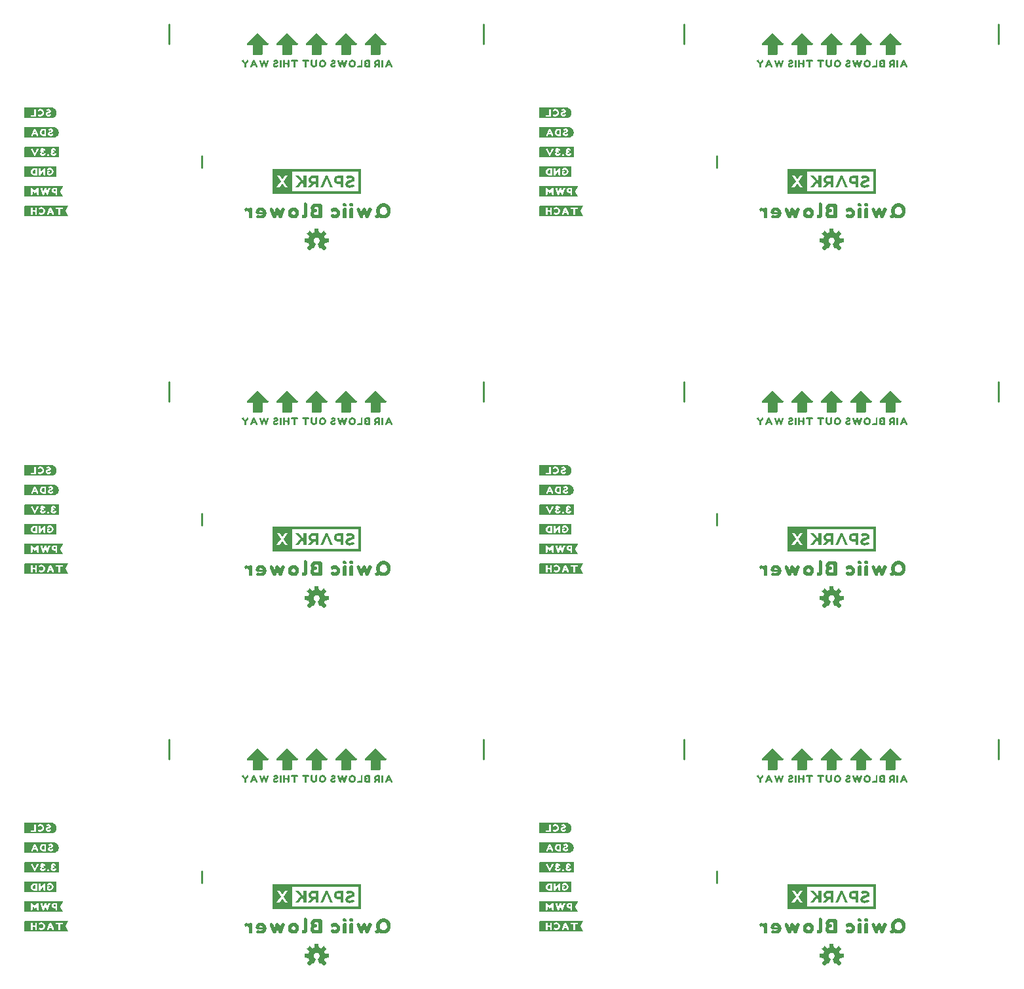
<source format=gbo>
G04 EAGLE Gerber RS-274X export*
G75*
%MOMM*%
%FSLAX34Y34*%
%LPD*%
%INSilkscreen Bottom*%
%IPPOS*%
%AMOC8*
5,1,8,0,0,1.08239X$1,22.5*%
G01*
%ADD10C,0.254000*%

G36*
X336537Y238133D02*
X336537Y238133D01*
X336544Y238139D01*
X336550Y238132D01*
X450850Y238132D01*
X450897Y238168D01*
X450892Y238175D01*
X450899Y238181D01*
X450899Y269819D01*
X450863Y269867D01*
X450856Y269861D01*
X450850Y269868D01*
X336550Y269868D01*
X336503Y269832D01*
X336508Y269825D01*
X336501Y269819D01*
X336501Y238181D01*
X336537Y238133D01*
G37*
G36*
X1116377Y1162728D02*
X1116377Y1162728D01*
X1116372Y1162735D01*
X1116379Y1162741D01*
X1116379Y1194379D01*
X1116343Y1194427D01*
X1116336Y1194421D01*
X1116330Y1194428D01*
X1002030Y1194428D01*
X1001983Y1194392D01*
X1001988Y1194385D01*
X1001981Y1194379D01*
X1001981Y1162741D01*
X1002017Y1162693D01*
X1002024Y1162699D01*
X1002030Y1162692D01*
X1116330Y1162692D01*
X1116377Y1162728D01*
G37*
G36*
X450897Y700448D02*
X450897Y700448D01*
X450892Y700455D01*
X450899Y700461D01*
X450899Y732099D01*
X450863Y732147D01*
X450856Y732141D01*
X450850Y732148D01*
X336550Y732148D01*
X336503Y732112D01*
X336508Y732105D01*
X336501Y732099D01*
X336501Y700461D01*
X336537Y700413D01*
X336544Y700419D01*
X336550Y700412D01*
X450850Y700412D01*
X450897Y700448D01*
G37*
G36*
X1116377Y700448D02*
X1116377Y700448D01*
X1116372Y700455D01*
X1116379Y700461D01*
X1116379Y732099D01*
X1116343Y732147D01*
X1116336Y732141D01*
X1116330Y732148D01*
X1002030Y732148D01*
X1001983Y732112D01*
X1001988Y732105D01*
X1001981Y732099D01*
X1001981Y700461D01*
X1002017Y700413D01*
X1002024Y700419D01*
X1002030Y700412D01*
X1116330Y700412D01*
X1116377Y700448D01*
G37*
G36*
X450897Y1162728D02*
X450897Y1162728D01*
X450892Y1162735D01*
X450899Y1162741D01*
X450899Y1194379D01*
X450863Y1194427D01*
X450856Y1194421D01*
X450850Y1194428D01*
X336550Y1194428D01*
X336503Y1194392D01*
X336508Y1194385D01*
X336501Y1194379D01*
X336501Y1162741D01*
X336537Y1162693D01*
X336544Y1162699D01*
X336550Y1162692D01*
X450850Y1162692D01*
X450897Y1162728D01*
G37*
G36*
X1116377Y238168D02*
X1116377Y238168D01*
X1116372Y238175D01*
X1116379Y238181D01*
X1116379Y269819D01*
X1116343Y269867D01*
X1116336Y269861D01*
X1116330Y269868D01*
X1002030Y269868D01*
X1001983Y269832D01*
X1001988Y269825D01*
X1001981Y269819D01*
X1001981Y238181D01*
X1002017Y238133D01*
X1002024Y238139D01*
X1002030Y238132D01*
X1116330Y238132D01*
X1116377Y238168D01*
G37*
%LPC*%
G36*
X1027614Y703448D02*
X1027614Y703448D01*
X1027614Y729112D01*
X1113343Y729112D01*
X1113343Y703448D01*
X1027614Y703448D01*
G37*
%LPD*%
%LPC*%
G36*
X1027614Y241168D02*
X1027614Y241168D01*
X1027614Y266832D01*
X1113343Y266832D01*
X1113343Y241168D01*
X1027614Y241168D01*
G37*
%LPD*%
%LPC*%
G36*
X447863Y266832D02*
X447863Y266832D01*
X447863Y241168D01*
X362134Y241168D01*
X362134Y266832D01*
X447863Y266832D01*
G37*
%LPD*%
%LPC*%
G36*
X362134Y1165728D02*
X362134Y1165728D01*
X362134Y1191392D01*
X447863Y1191392D01*
X447863Y1165728D01*
X362134Y1165728D01*
G37*
%LPD*%
%LPC*%
G36*
X1027614Y1165728D02*
X1027614Y1165728D01*
X1027614Y1191392D01*
X1113343Y1191392D01*
X1113343Y1165728D01*
X1027614Y1165728D01*
G37*
%LPD*%
%LPC*%
G36*
X362134Y703448D02*
X362134Y703448D01*
X362134Y729112D01*
X447863Y729112D01*
X447863Y703448D01*
X362134Y703448D01*
G37*
%LPD*%
G36*
X72005Y671334D02*
X72005Y671334D01*
X72008Y671331D01*
X72608Y671431D01*
X72609Y671432D01*
X72610Y671434D01*
X72649Y671475D01*
X72636Y671487D01*
X72644Y671502D01*
X69353Y678085D01*
X69375Y678163D01*
X69417Y678311D01*
X69431Y678360D01*
X69473Y678508D01*
X69474Y678508D01*
X69473Y678508D01*
X69516Y678656D01*
X69530Y678705D01*
X69546Y678762D01*
X72644Y684757D01*
X72643Y684761D01*
X72645Y684763D01*
X72642Y684767D01*
X72634Y684816D01*
X72622Y684814D01*
X72618Y684826D01*
X72118Y685026D01*
X72106Y685022D01*
X72105Y685022D01*
X72100Y685029D01*
X16400Y685029D01*
X16374Y685010D01*
X16361Y685010D01*
X16061Y684610D01*
X16061Y684598D01*
X16053Y684592D01*
X16058Y684585D01*
X16051Y684580D01*
X16051Y671680D01*
X16070Y671654D01*
X16070Y671641D01*
X16470Y671341D01*
X16492Y671341D01*
X16500Y671331D01*
X72000Y671331D01*
X72005Y671334D01*
G37*
G36*
X737485Y671334D02*
X737485Y671334D01*
X737488Y671331D01*
X738088Y671431D01*
X738089Y671432D01*
X738090Y671434D01*
X738129Y671475D01*
X738116Y671487D01*
X738124Y671502D01*
X734833Y678085D01*
X734855Y678163D01*
X734897Y678311D01*
X734911Y678360D01*
X734953Y678508D01*
X734954Y678508D01*
X734953Y678508D01*
X734996Y678656D01*
X735010Y678705D01*
X735026Y678762D01*
X738124Y684757D01*
X738123Y684761D01*
X738125Y684763D01*
X738122Y684767D01*
X738114Y684816D01*
X738102Y684814D01*
X738098Y684826D01*
X737598Y685026D01*
X737586Y685022D01*
X737585Y685022D01*
X737580Y685029D01*
X681880Y685029D01*
X681854Y685010D01*
X681841Y685010D01*
X681541Y684610D01*
X681541Y684598D01*
X681533Y684592D01*
X681538Y684585D01*
X681531Y684580D01*
X681531Y671680D01*
X681550Y671654D01*
X681550Y671641D01*
X681950Y671341D01*
X681972Y671341D01*
X681980Y671331D01*
X737480Y671331D01*
X737485Y671334D01*
G37*
G36*
X737485Y209054D02*
X737485Y209054D01*
X737488Y209051D01*
X738088Y209151D01*
X738089Y209152D01*
X738090Y209154D01*
X738129Y209195D01*
X738116Y209207D01*
X738124Y209222D01*
X734833Y215805D01*
X734855Y215883D01*
X734897Y216031D01*
X734911Y216080D01*
X734953Y216228D01*
X734954Y216228D01*
X734953Y216228D01*
X734996Y216376D01*
X735010Y216425D01*
X735026Y216482D01*
X738124Y222477D01*
X738123Y222481D01*
X738125Y222483D01*
X738122Y222487D01*
X738114Y222536D01*
X738102Y222534D01*
X738098Y222546D01*
X737598Y222746D01*
X737586Y222742D01*
X737585Y222742D01*
X737580Y222749D01*
X681880Y222749D01*
X681854Y222730D01*
X681841Y222730D01*
X681541Y222330D01*
X681541Y222318D01*
X681533Y222312D01*
X681538Y222305D01*
X681531Y222300D01*
X681531Y209400D01*
X681550Y209374D01*
X681550Y209361D01*
X681950Y209061D01*
X681972Y209061D01*
X681980Y209051D01*
X737480Y209051D01*
X737485Y209054D01*
G37*
G36*
X72005Y1133614D02*
X72005Y1133614D01*
X72008Y1133611D01*
X72608Y1133711D01*
X72609Y1133712D01*
X72610Y1133714D01*
X72649Y1133755D01*
X72636Y1133767D01*
X72644Y1133782D01*
X69353Y1140365D01*
X69375Y1140443D01*
X69417Y1140591D01*
X69431Y1140640D01*
X69473Y1140788D01*
X69474Y1140788D01*
X69473Y1140788D01*
X69516Y1140936D01*
X69530Y1140985D01*
X69546Y1141042D01*
X72644Y1147037D01*
X72643Y1147041D01*
X72645Y1147043D01*
X72642Y1147047D01*
X72634Y1147096D01*
X72622Y1147094D01*
X72618Y1147106D01*
X72118Y1147306D01*
X72106Y1147302D01*
X72105Y1147302D01*
X72100Y1147309D01*
X16400Y1147309D01*
X16374Y1147290D01*
X16361Y1147290D01*
X16061Y1146890D01*
X16061Y1146878D01*
X16053Y1146872D01*
X16058Y1146865D01*
X16051Y1146860D01*
X16051Y1133960D01*
X16070Y1133934D01*
X16070Y1133921D01*
X16470Y1133621D01*
X16492Y1133621D01*
X16500Y1133611D01*
X72000Y1133611D01*
X72005Y1133614D01*
G37*
G36*
X737485Y1133614D02*
X737485Y1133614D01*
X737488Y1133611D01*
X738088Y1133711D01*
X738089Y1133712D01*
X738090Y1133714D01*
X738129Y1133755D01*
X738116Y1133767D01*
X738124Y1133782D01*
X734833Y1140365D01*
X734855Y1140443D01*
X734897Y1140591D01*
X734911Y1140640D01*
X734953Y1140788D01*
X734954Y1140788D01*
X734953Y1140788D01*
X734996Y1140936D01*
X735010Y1140985D01*
X735026Y1141042D01*
X738124Y1147037D01*
X738123Y1147041D01*
X738125Y1147043D01*
X738122Y1147047D01*
X738114Y1147096D01*
X738102Y1147094D01*
X738098Y1147106D01*
X737598Y1147306D01*
X737586Y1147302D01*
X737585Y1147302D01*
X737580Y1147309D01*
X681880Y1147309D01*
X681854Y1147290D01*
X681841Y1147290D01*
X681541Y1146890D01*
X681541Y1146878D01*
X681533Y1146872D01*
X681538Y1146865D01*
X681531Y1146860D01*
X681531Y1133960D01*
X681550Y1133934D01*
X681550Y1133921D01*
X681950Y1133621D01*
X681972Y1133621D01*
X681980Y1133611D01*
X737480Y1133611D01*
X737485Y1133614D01*
G37*
G36*
X72005Y209054D02*
X72005Y209054D01*
X72008Y209051D01*
X72608Y209151D01*
X72609Y209152D01*
X72610Y209154D01*
X72649Y209195D01*
X72636Y209207D01*
X72644Y209222D01*
X69353Y215805D01*
X69375Y215883D01*
X69417Y216031D01*
X69431Y216080D01*
X69473Y216228D01*
X69474Y216228D01*
X69473Y216228D01*
X69516Y216376D01*
X69530Y216425D01*
X69546Y216482D01*
X72644Y222477D01*
X72643Y222481D01*
X72645Y222483D01*
X72642Y222487D01*
X72634Y222536D01*
X72622Y222534D01*
X72618Y222546D01*
X72118Y222746D01*
X72106Y222742D01*
X72105Y222742D01*
X72100Y222749D01*
X16400Y222749D01*
X16374Y222730D01*
X16361Y222730D01*
X16061Y222330D01*
X16061Y222318D01*
X16053Y222312D01*
X16058Y222305D01*
X16051Y222300D01*
X16051Y209400D01*
X16070Y209374D01*
X16070Y209361D01*
X16470Y209061D01*
X16492Y209061D01*
X16500Y209051D01*
X72000Y209051D01*
X72005Y209054D01*
G37*
G36*
X65747Y1159047D02*
X65747Y1159047D01*
X65742Y1159054D01*
X65749Y1159060D01*
X65749Y1159560D01*
X65740Y1159573D01*
X65744Y1159582D01*
X62749Y1165572D01*
X62749Y1166149D01*
X65744Y1172238D01*
X65743Y1172243D01*
X65747Y1172246D01*
X65741Y1172253D01*
X65741Y1172254D01*
X65749Y1172260D01*
X65749Y1172660D01*
X65713Y1172707D01*
X65706Y1172702D01*
X65700Y1172709D01*
X16500Y1172709D01*
X16491Y1172702D01*
X16482Y1172696D01*
X16470Y1172699D01*
X16070Y1172399D01*
X16065Y1172380D01*
X16053Y1172371D01*
X16057Y1172365D01*
X16051Y1172360D01*
X16051Y1159560D01*
X16059Y1159549D01*
X16054Y1159542D01*
X16254Y1159042D01*
X16295Y1159017D01*
X16300Y1159011D01*
X65700Y1159011D01*
X65747Y1159047D01*
G37*
G36*
X731227Y1159047D02*
X731227Y1159047D01*
X731222Y1159054D01*
X731229Y1159060D01*
X731229Y1159560D01*
X731220Y1159573D01*
X731224Y1159582D01*
X728229Y1165572D01*
X728229Y1166149D01*
X731224Y1172238D01*
X731223Y1172243D01*
X731227Y1172246D01*
X731221Y1172253D01*
X731221Y1172254D01*
X731229Y1172260D01*
X731229Y1172660D01*
X731193Y1172707D01*
X731186Y1172702D01*
X731180Y1172709D01*
X681980Y1172709D01*
X681971Y1172702D01*
X681962Y1172696D01*
X681950Y1172699D01*
X681550Y1172399D01*
X681545Y1172380D01*
X681533Y1172371D01*
X681537Y1172365D01*
X681531Y1172360D01*
X681531Y1159560D01*
X681539Y1159549D01*
X681534Y1159542D01*
X681734Y1159042D01*
X681775Y1159017D01*
X681780Y1159011D01*
X731180Y1159011D01*
X731227Y1159047D01*
G37*
G36*
X731227Y696767D02*
X731227Y696767D01*
X731222Y696774D01*
X731229Y696780D01*
X731229Y697280D01*
X731220Y697293D01*
X731224Y697302D01*
X728229Y703292D01*
X728229Y703869D01*
X731224Y709958D01*
X731223Y709963D01*
X731227Y709966D01*
X731221Y709973D01*
X731221Y709974D01*
X731229Y709980D01*
X731229Y710380D01*
X731193Y710427D01*
X731186Y710422D01*
X731180Y710429D01*
X681980Y710429D01*
X681971Y710422D01*
X681962Y710416D01*
X681950Y710419D01*
X681550Y710119D01*
X681545Y710100D01*
X681533Y710091D01*
X681537Y710085D01*
X681531Y710080D01*
X681531Y697280D01*
X681539Y697269D01*
X681534Y697262D01*
X681734Y696762D01*
X681775Y696737D01*
X681780Y696731D01*
X731180Y696731D01*
X731227Y696767D01*
G37*
G36*
X65747Y696767D02*
X65747Y696767D01*
X65742Y696774D01*
X65749Y696780D01*
X65749Y697280D01*
X65740Y697293D01*
X65744Y697302D01*
X62749Y703292D01*
X62749Y703869D01*
X65744Y709958D01*
X65743Y709963D01*
X65747Y709966D01*
X65741Y709973D01*
X65741Y709974D01*
X65749Y709980D01*
X65749Y710380D01*
X65713Y710427D01*
X65706Y710422D01*
X65700Y710429D01*
X16500Y710429D01*
X16491Y710422D01*
X16482Y710416D01*
X16470Y710419D01*
X16070Y710119D01*
X16065Y710100D01*
X16053Y710091D01*
X16057Y710085D01*
X16051Y710080D01*
X16051Y697280D01*
X16059Y697269D01*
X16054Y697262D01*
X16254Y696762D01*
X16295Y696737D01*
X16300Y696731D01*
X65700Y696731D01*
X65747Y696767D01*
G37*
G36*
X65747Y234487D02*
X65747Y234487D01*
X65742Y234494D01*
X65749Y234500D01*
X65749Y235000D01*
X65740Y235013D01*
X65744Y235022D01*
X62749Y241012D01*
X62749Y241589D01*
X65744Y247678D01*
X65743Y247683D01*
X65747Y247686D01*
X65741Y247693D01*
X65741Y247694D01*
X65749Y247700D01*
X65749Y248100D01*
X65713Y248147D01*
X65706Y248142D01*
X65700Y248149D01*
X16500Y248149D01*
X16491Y248142D01*
X16482Y248136D01*
X16470Y248139D01*
X16070Y247839D01*
X16065Y247820D01*
X16053Y247811D01*
X16057Y247805D01*
X16051Y247800D01*
X16051Y235000D01*
X16059Y234989D01*
X16054Y234982D01*
X16254Y234482D01*
X16295Y234457D01*
X16300Y234451D01*
X65700Y234451D01*
X65747Y234487D01*
G37*
G36*
X731227Y234487D02*
X731227Y234487D01*
X731222Y234494D01*
X731229Y234500D01*
X731229Y235000D01*
X731220Y235013D01*
X731224Y235022D01*
X728229Y241012D01*
X728229Y241589D01*
X731224Y247678D01*
X731223Y247683D01*
X731227Y247686D01*
X731221Y247693D01*
X731221Y247694D01*
X731229Y247700D01*
X731229Y248100D01*
X731193Y248147D01*
X731186Y248142D01*
X731180Y248149D01*
X681980Y248149D01*
X681971Y248142D01*
X681962Y248136D01*
X681950Y248139D01*
X681550Y247839D01*
X681545Y247820D01*
X681533Y247811D01*
X681537Y247805D01*
X681531Y247800D01*
X681531Y235000D01*
X681539Y234989D01*
X681534Y234982D01*
X681734Y234482D01*
X681775Y234457D01*
X681780Y234451D01*
X731180Y234451D01*
X731227Y234487D01*
G37*
G36*
X60509Y285258D02*
X60509Y285258D01*
X60516Y285253D01*
X61116Y285453D01*
X61134Y285481D01*
X61138Y285484D01*
X61137Y285485D01*
X61146Y285497D01*
X61149Y285500D01*
X61149Y298300D01*
X61142Y298309D01*
X61147Y298316D01*
X60947Y298916D01*
X60903Y298946D01*
X60900Y298949D01*
X16400Y298949D01*
X16374Y298930D01*
X16361Y298930D01*
X16061Y298530D01*
X16061Y298518D01*
X16053Y298512D01*
X16058Y298505D01*
X16051Y298500D01*
X16051Y285600D01*
X16070Y285574D01*
X16070Y285561D01*
X16470Y285261D01*
X16492Y285261D01*
X16500Y285251D01*
X60500Y285251D01*
X60509Y285258D01*
G37*
G36*
X725989Y285258D02*
X725989Y285258D01*
X725996Y285253D01*
X726596Y285453D01*
X726614Y285481D01*
X726618Y285484D01*
X726617Y285485D01*
X726626Y285497D01*
X726629Y285500D01*
X726629Y298300D01*
X726622Y298309D01*
X726627Y298316D01*
X726427Y298916D01*
X726383Y298946D01*
X726380Y298949D01*
X681880Y298949D01*
X681854Y298930D01*
X681841Y298930D01*
X681541Y298530D01*
X681541Y298518D01*
X681533Y298512D01*
X681538Y298505D01*
X681531Y298500D01*
X681531Y285600D01*
X681550Y285574D01*
X681550Y285561D01*
X681950Y285261D01*
X681972Y285261D01*
X681980Y285251D01*
X725980Y285251D01*
X725989Y285258D01*
G37*
G36*
X60509Y1209818D02*
X60509Y1209818D01*
X60516Y1209813D01*
X61116Y1210013D01*
X61134Y1210041D01*
X61138Y1210044D01*
X61137Y1210045D01*
X61146Y1210057D01*
X61149Y1210060D01*
X61149Y1222860D01*
X61142Y1222869D01*
X61147Y1222876D01*
X60947Y1223476D01*
X60903Y1223506D01*
X60900Y1223509D01*
X16400Y1223509D01*
X16374Y1223490D01*
X16361Y1223490D01*
X16061Y1223090D01*
X16061Y1223078D01*
X16053Y1223072D01*
X16058Y1223065D01*
X16051Y1223060D01*
X16051Y1210160D01*
X16070Y1210134D01*
X16070Y1210121D01*
X16470Y1209821D01*
X16492Y1209821D01*
X16500Y1209811D01*
X60500Y1209811D01*
X60509Y1209818D01*
G37*
G36*
X725989Y1209818D02*
X725989Y1209818D01*
X725996Y1209813D01*
X726596Y1210013D01*
X726614Y1210041D01*
X726618Y1210044D01*
X726617Y1210045D01*
X726626Y1210057D01*
X726629Y1210060D01*
X726629Y1222860D01*
X726622Y1222869D01*
X726627Y1222876D01*
X726427Y1223476D01*
X726383Y1223506D01*
X726380Y1223509D01*
X681880Y1223509D01*
X681854Y1223490D01*
X681841Y1223490D01*
X681541Y1223090D01*
X681541Y1223078D01*
X681533Y1223072D01*
X681538Y1223065D01*
X681531Y1223060D01*
X681531Y1210160D01*
X681550Y1210134D01*
X681550Y1210121D01*
X681950Y1209821D01*
X681972Y1209821D01*
X681980Y1209811D01*
X725980Y1209811D01*
X725989Y1209818D01*
G37*
G36*
X60509Y747538D02*
X60509Y747538D01*
X60516Y747533D01*
X61116Y747733D01*
X61134Y747761D01*
X61138Y747764D01*
X61137Y747765D01*
X61146Y747777D01*
X61149Y747780D01*
X61149Y760580D01*
X61142Y760589D01*
X61147Y760596D01*
X60947Y761196D01*
X60903Y761226D01*
X60900Y761229D01*
X16400Y761229D01*
X16374Y761210D01*
X16361Y761210D01*
X16061Y760810D01*
X16061Y760798D01*
X16053Y760792D01*
X16058Y760785D01*
X16051Y760780D01*
X16051Y747880D01*
X16070Y747854D01*
X16070Y747841D01*
X16470Y747541D01*
X16492Y747541D01*
X16500Y747531D01*
X60500Y747531D01*
X60509Y747538D01*
G37*
G36*
X725989Y747538D02*
X725989Y747538D01*
X725996Y747533D01*
X726596Y747733D01*
X726614Y747761D01*
X726618Y747764D01*
X726617Y747765D01*
X726626Y747777D01*
X726629Y747780D01*
X726629Y760580D01*
X726622Y760589D01*
X726627Y760596D01*
X726427Y761196D01*
X726383Y761226D01*
X726380Y761229D01*
X681880Y761229D01*
X681854Y761210D01*
X681841Y761210D01*
X681541Y760810D01*
X681541Y760798D01*
X681533Y760792D01*
X681538Y760785D01*
X681531Y760780D01*
X681531Y747880D01*
X681550Y747854D01*
X681550Y747841D01*
X681950Y747541D01*
X681972Y747541D01*
X681980Y747531D01*
X725980Y747531D01*
X725989Y747538D01*
G37*
G36*
X53604Y310654D02*
X53604Y310654D01*
X53607Y310651D01*
X54303Y310751D01*
X54900Y310751D01*
X54908Y310757D01*
X54914Y310753D01*
X55614Y310953D01*
X55615Y310954D01*
X55616Y310953D01*
X56216Y311153D01*
X56219Y311158D01*
X56222Y311156D01*
X56822Y311456D01*
X56824Y311460D01*
X56827Y311459D01*
X58027Y312259D01*
X58028Y312262D01*
X58031Y312262D01*
X58531Y312662D01*
X58533Y312669D01*
X58538Y312669D01*
X58938Y313169D01*
X58939Y313173D01*
X58941Y313173D01*
X59340Y313771D01*
X59738Y314269D01*
X59739Y314277D01*
X59744Y314278D01*
X60044Y314878D01*
X60043Y314885D01*
X60047Y314886D01*
X60086Y315021D01*
X60100Y315070D01*
X60142Y315218D01*
X60184Y315365D01*
X60198Y315415D01*
X60240Y315562D01*
X60241Y315562D01*
X60240Y315562D01*
X60247Y315586D01*
X60246Y315590D01*
X60249Y315592D01*
X60349Y316192D01*
X60348Y316193D01*
X60349Y316193D01*
X60549Y317593D01*
X60544Y317602D01*
X60549Y317607D01*
X60449Y318307D01*
X60448Y318308D01*
X60449Y318308D01*
X60349Y318908D01*
X60345Y318911D01*
X60347Y318914D01*
X60147Y319614D01*
X60146Y319615D01*
X60147Y319616D01*
X59947Y320216D01*
X59942Y320219D01*
X59944Y320222D01*
X59644Y320822D01*
X59640Y320824D01*
X59641Y320827D01*
X59241Y321427D01*
X59238Y321428D01*
X59238Y321431D01*
X58838Y321931D01*
X58834Y321932D01*
X58835Y321935D01*
X57835Y322935D01*
X57826Y322936D01*
X57825Y322942D01*
X57326Y323242D01*
X56727Y323641D01*
X56718Y323640D01*
X56716Y323647D01*
X56116Y323847D01*
X56114Y323846D01*
X56114Y323847D01*
X55415Y324047D01*
X54816Y324247D01*
X54809Y324245D01*
X54807Y324249D01*
X54107Y324349D01*
X54102Y324346D01*
X54100Y324349D01*
X16500Y324349D01*
X16491Y324342D01*
X16482Y324336D01*
X16470Y324339D01*
X16070Y324039D01*
X16065Y324020D01*
X16053Y324011D01*
X16057Y324005D01*
X16051Y324000D01*
X16051Y311100D01*
X16064Y311082D01*
X16061Y311070D01*
X16361Y310670D01*
X16392Y310662D01*
X16400Y310651D01*
X53600Y310651D01*
X53604Y310654D01*
G37*
G36*
X719084Y772934D02*
X719084Y772934D01*
X719087Y772931D01*
X719783Y773031D01*
X720380Y773031D01*
X720388Y773037D01*
X720394Y773033D01*
X721094Y773233D01*
X721095Y773234D01*
X721096Y773233D01*
X721696Y773433D01*
X721699Y773438D01*
X721702Y773436D01*
X722302Y773736D01*
X722304Y773740D01*
X722307Y773739D01*
X723507Y774539D01*
X723508Y774542D01*
X723511Y774542D01*
X724011Y774942D01*
X724013Y774949D01*
X724018Y774949D01*
X724418Y775449D01*
X724419Y775453D01*
X724421Y775453D01*
X724820Y776051D01*
X725218Y776549D01*
X725219Y776557D01*
X725224Y776558D01*
X725524Y777158D01*
X725523Y777165D01*
X725527Y777166D01*
X725566Y777301D01*
X725580Y777350D01*
X725622Y777498D01*
X725664Y777645D01*
X725678Y777695D01*
X725720Y777842D01*
X725721Y777842D01*
X725720Y777842D01*
X725727Y777866D01*
X725726Y777870D01*
X725729Y777872D01*
X725829Y778472D01*
X725828Y778473D01*
X725829Y778473D01*
X726029Y779873D01*
X726024Y779882D01*
X726029Y779887D01*
X725929Y780587D01*
X725928Y780588D01*
X725929Y780588D01*
X725829Y781188D01*
X725825Y781191D01*
X725827Y781194D01*
X725627Y781894D01*
X725626Y781895D01*
X725627Y781896D01*
X725427Y782496D01*
X725422Y782499D01*
X725424Y782502D01*
X725124Y783102D01*
X725120Y783104D01*
X725121Y783107D01*
X724721Y783707D01*
X724718Y783708D01*
X724718Y783711D01*
X724318Y784211D01*
X724314Y784212D01*
X724315Y784215D01*
X723315Y785215D01*
X723306Y785216D01*
X723305Y785222D01*
X722806Y785522D01*
X722207Y785921D01*
X722198Y785920D01*
X722196Y785927D01*
X721596Y786127D01*
X721594Y786126D01*
X721594Y786127D01*
X720895Y786327D01*
X720296Y786527D01*
X720289Y786525D01*
X720287Y786529D01*
X719587Y786629D01*
X719582Y786626D01*
X719580Y786629D01*
X681980Y786629D01*
X681971Y786622D01*
X681962Y786616D01*
X681950Y786619D01*
X681550Y786319D01*
X681545Y786300D01*
X681533Y786291D01*
X681537Y786285D01*
X681531Y786280D01*
X681531Y773380D01*
X681544Y773362D01*
X681541Y773350D01*
X681841Y772950D01*
X681872Y772942D01*
X681880Y772931D01*
X719080Y772931D01*
X719084Y772934D01*
G37*
G36*
X53604Y772934D02*
X53604Y772934D01*
X53607Y772931D01*
X54303Y773031D01*
X54900Y773031D01*
X54908Y773037D01*
X54914Y773033D01*
X55614Y773233D01*
X55615Y773234D01*
X55616Y773233D01*
X56216Y773433D01*
X56219Y773438D01*
X56222Y773436D01*
X56822Y773736D01*
X56824Y773740D01*
X56827Y773739D01*
X58027Y774539D01*
X58028Y774542D01*
X58031Y774542D01*
X58531Y774942D01*
X58533Y774949D01*
X58538Y774949D01*
X58938Y775449D01*
X58939Y775453D01*
X58941Y775453D01*
X59340Y776051D01*
X59738Y776549D01*
X59739Y776557D01*
X59744Y776558D01*
X60044Y777158D01*
X60043Y777165D01*
X60047Y777166D01*
X60086Y777301D01*
X60100Y777350D01*
X60142Y777498D01*
X60184Y777645D01*
X60198Y777695D01*
X60240Y777842D01*
X60241Y777842D01*
X60240Y777842D01*
X60247Y777866D01*
X60246Y777870D01*
X60249Y777872D01*
X60349Y778472D01*
X60348Y778473D01*
X60349Y778473D01*
X60549Y779873D01*
X60544Y779882D01*
X60549Y779887D01*
X60449Y780587D01*
X60448Y780588D01*
X60449Y780588D01*
X60349Y781188D01*
X60345Y781191D01*
X60347Y781194D01*
X60147Y781894D01*
X60146Y781895D01*
X60147Y781896D01*
X59947Y782496D01*
X59942Y782499D01*
X59944Y782502D01*
X59644Y783102D01*
X59640Y783104D01*
X59641Y783107D01*
X59241Y783707D01*
X59238Y783708D01*
X59238Y783711D01*
X58838Y784211D01*
X58834Y784212D01*
X58835Y784215D01*
X57835Y785215D01*
X57826Y785216D01*
X57825Y785222D01*
X57326Y785522D01*
X56727Y785921D01*
X56718Y785920D01*
X56716Y785927D01*
X56116Y786127D01*
X56114Y786126D01*
X56114Y786127D01*
X55415Y786327D01*
X54816Y786527D01*
X54809Y786525D01*
X54807Y786529D01*
X54107Y786629D01*
X54102Y786626D01*
X54100Y786629D01*
X16500Y786629D01*
X16491Y786622D01*
X16482Y786616D01*
X16470Y786619D01*
X16070Y786319D01*
X16065Y786300D01*
X16053Y786291D01*
X16057Y786285D01*
X16051Y786280D01*
X16051Y773380D01*
X16064Y773362D01*
X16061Y773350D01*
X16361Y772950D01*
X16392Y772942D01*
X16400Y772931D01*
X53600Y772931D01*
X53604Y772934D01*
G37*
G36*
X53604Y1235214D02*
X53604Y1235214D01*
X53607Y1235211D01*
X54303Y1235311D01*
X54900Y1235311D01*
X54908Y1235317D01*
X54914Y1235313D01*
X55614Y1235513D01*
X55615Y1235514D01*
X55616Y1235513D01*
X56216Y1235713D01*
X56219Y1235718D01*
X56222Y1235716D01*
X56822Y1236016D01*
X56824Y1236020D01*
X56827Y1236019D01*
X58027Y1236819D01*
X58028Y1236822D01*
X58031Y1236822D01*
X58531Y1237222D01*
X58533Y1237229D01*
X58538Y1237229D01*
X58938Y1237729D01*
X58939Y1237733D01*
X58941Y1237733D01*
X59340Y1238331D01*
X59738Y1238829D01*
X59739Y1238837D01*
X59744Y1238838D01*
X60044Y1239438D01*
X60043Y1239445D01*
X60047Y1239446D01*
X60086Y1239581D01*
X60100Y1239630D01*
X60142Y1239778D01*
X60184Y1239925D01*
X60198Y1239975D01*
X60240Y1240122D01*
X60241Y1240122D01*
X60240Y1240122D01*
X60247Y1240146D01*
X60246Y1240150D01*
X60249Y1240152D01*
X60349Y1240752D01*
X60348Y1240753D01*
X60349Y1240753D01*
X60549Y1242153D01*
X60544Y1242162D01*
X60549Y1242167D01*
X60449Y1242867D01*
X60448Y1242868D01*
X60449Y1242868D01*
X60349Y1243468D01*
X60345Y1243471D01*
X60347Y1243474D01*
X60147Y1244174D01*
X60146Y1244175D01*
X60147Y1244176D01*
X59947Y1244776D01*
X59942Y1244779D01*
X59944Y1244782D01*
X59644Y1245382D01*
X59640Y1245384D01*
X59641Y1245387D01*
X59241Y1245987D01*
X59238Y1245988D01*
X59238Y1245991D01*
X58838Y1246491D01*
X58834Y1246492D01*
X58835Y1246495D01*
X57835Y1247495D01*
X57826Y1247496D01*
X57825Y1247502D01*
X57326Y1247802D01*
X56727Y1248201D01*
X56718Y1248200D01*
X56716Y1248207D01*
X56116Y1248407D01*
X56114Y1248406D01*
X56114Y1248407D01*
X55415Y1248607D01*
X54816Y1248807D01*
X54809Y1248805D01*
X54807Y1248809D01*
X54107Y1248909D01*
X54102Y1248906D01*
X54100Y1248909D01*
X16500Y1248909D01*
X16491Y1248902D01*
X16482Y1248896D01*
X16470Y1248899D01*
X16070Y1248599D01*
X16065Y1248580D01*
X16053Y1248571D01*
X16057Y1248565D01*
X16051Y1248560D01*
X16051Y1235660D01*
X16064Y1235642D01*
X16061Y1235630D01*
X16361Y1235230D01*
X16392Y1235222D01*
X16400Y1235211D01*
X53600Y1235211D01*
X53604Y1235214D01*
G37*
G36*
X719084Y310654D02*
X719084Y310654D01*
X719087Y310651D01*
X719783Y310751D01*
X720380Y310751D01*
X720388Y310757D01*
X720394Y310753D01*
X721094Y310953D01*
X721095Y310954D01*
X721096Y310953D01*
X721696Y311153D01*
X721699Y311158D01*
X721702Y311156D01*
X722302Y311456D01*
X722304Y311460D01*
X722307Y311459D01*
X723507Y312259D01*
X723508Y312262D01*
X723511Y312262D01*
X724011Y312662D01*
X724013Y312669D01*
X724018Y312669D01*
X724418Y313169D01*
X724419Y313173D01*
X724421Y313173D01*
X724820Y313771D01*
X725218Y314269D01*
X725219Y314277D01*
X725224Y314278D01*
X725524Y314878D01*
X725523Y314885D01*
X725527Y314886D01*
X725566Y315021D01*
X725580Y315070D01*
X725622Y315218D01*
X725664Y315365D01*
X725678Y315415D01*
X725720Y315562D01*
X725721Y315562D01*
X725720Y315562D01*
X725727Y315586D01*
X725726Y315590D01*
X725729Y315592D01*
X725829Y316192D01*
X725828Y316193D01*
X725829Y316193D01*
X726029Y317593D01*
X726024Y317602D01*
X726029Y317607D01*
X725929Y318307D01*
X725928Y318308D01*
X725929Y318308D01*
X725829Y318908D01*
X725825Y318911D01*
X725827Y318914D01*
X725627Y319614D01*
X725626Y319615D01*
X725627Y319616D01*
X725427Y320216D01*
X725422Y320219D01*
X725424Y320222D01*
X725124Y320822D01*
X725120Y320824D01*
X725121Y320827D01*
X724721Y321427D01*
X724718Y321428D01*
X724718Y321431D01*
X724318Y321931D01*
X724314Y321932D01*
X724315Y321935D01*
X723315Y322935D01*
X723306Y322936D01*
X723305Y322942D01*
X722806Y323242D01*
X722207Y323641D01*
X722198Y323640D01*
X722196Y323647D01*
X721596Y323847D01*
X721594Y323846D01*
X721594Y323847D01*
X720895Y324047D01*
X720296Y324247D01*
X720289Y324245D01*
X720287Y324249D01*
X719587Y324349D01*
X719582Y324346D01*
X719580Y324349D01*
X681980Y324349D01*
X681971Y324342D01*
X681962Y324336D01*
X681950Y324339D01*
X681550Y324039D01*
X681545Y324020D01*
X681533Y324011D01*
X681537Y324005D01*
X681531Y324000D01*
X681531Y311100D01*
X681544Y311082D01*
X681541Y311070D01*
X681841Y310670D01*
X681872Y310662D01*
X681880Y310651D01*
X719080Y310651D01*
X719084Y310654D01*
G37*
G36*
X719084Y1235214D02*
X719084Y1235214D01*
X719087Y1235211D01*
X719783Y1235311D01*
X720380Y1235311D01*
X720388Y1235317D01*
X720394Y1235313D01*
X721094Y1235513D01*
X721095Y1235514D01*
X721096Y1235513D01*
X721696Y1235713D01*
X721699Y1235718D01*
X721702Y1235716D01*
X722302Y1236016D01*
X722304Y1236020D01*
X722307Y1236019D01*
X723507Y1236819D01*
X723508Y1236822D01*
X723511Y1236822D01*
X724011Y1237222D01*
X724013Y1237229D01*
X724018Y1237229D01*
X724418Y1237729D01*
X724419Y1237733D01*
X724421Y1237733D01*
X724820Y1238331D01*
X725218Y1238829D01*
X725219Y1238837D01*
X725224Y1238838D01*
X725524Y1239438D01*
X725523Y1239445D01*
X725527Y1239446D01*
X725566Y1239581D01*
X725580Y1239630D01*
X725622Y1239778D01*
X725664Y1239925D01*
X725678Y1239975D01*
X725720Y1240122D01*
X725721Y1240122D01*
X725720Y1240122D01*
X725727Y1240146D01*
X725726Y1240150D01*
X725729Y1240152D01*
X725829Y1240752D01*
X725828Y1240753D01*
X725829Y1240753D01*
X726029Y1242153D01*
X726024Y1242162D01*
X726029Y1242167D01*
X725929Y1242867D01*
X725928Y1242868D01*
X725929Y1242868D01*
X725829Y1243468D01*
X725825Y1243471D01*
X725827Y1243474D01*
X725627Y1244174D01*
X725626Y1244175D01*
X725627Y1244176D01*
X725427Y1244776D01*
X725422Y1244779D01*
X725424Y1244782D01*
X725124Y1245382D01*
X725120Y1245384D01*
X725121Y1245387D01*
X724721Y1245987D01*
X724718Y1245988D01*
X724718Y1245991D01*
X724318Y1246491D01*
X724314Y1246492D01*
X724315Y1246495D01*
X723315Y1247495D01*
X723306Y1247496D01*
X723305Y1247502D01*
X722806Y1247802D01*
X722207Y1248201D01*
X722198Y1248200D01*
X722196Y1248207D01*
X721596Y1248407D01*
X721594Y1248406D01*
X721594Y1248407D01*
X720895Y1248607D01*
X720296Y1248807D01*
X720289Y1248805D01*
X720287Y1248809D01*
X719587Y1248909D01*
X719582Y1248906D01*
X719580Y1248909D01*
X681980Y1248909D01*
X681971Y1248902D01*
X681962Y1248896D01*
X681950Y1248899D01*
X681550Y1248599D01*
X681545Y1248580D01*
X681533Y1248571D01*
X681537Y1248565D01*
X681531Y1248560D01*
X681531Y1235660D01*
X681544Y1235642D01*
X681541Y1235630D01*
X681841Y1235230D01*
X681872Y1235222D01*
X681880Y1235211D01*
X719080Y1235211D01*
X719084Y1235214D01*
G37*
G36*
X56705Y259854D02*
X56705Y259854D01*
X56708Y259851D01*
X57308Y259951D01*
X57349Y259995D01*
X57346Y259998D01*
X57349Y260000D01*
X57349Y273500D01*
X57313Y273547D01*
X57306Y273542D01*
X57300Y273549D01*
X54000Y273549D01*
X53974Y273529D01*
X53960Y273529D01*
X53939Y273500D01*
X53938Y273531D01*
X53914Y273530D01*
X53900Y273549D01*
X16700Y273549D01*
X16695Y273546D01*
X16692Y273549D01*
X16092Y273449D01*
X16055Y273410D01*
X16053Y273408D01*
X16053Y273407D01*
X16051Y273405D01*
X16054Y273403D01*
X16051Y273400D01*
X16051Y259900D01*
X16087Y259853D01*
X16094Y259858D01*
X16100Y259851D01*
X56700Y259851D01*
X56705Y259854D01*
G37*
G36*
X722185Y259854D02*
X722185Y259854D01*
X722188Y259851D01*
X722788Y259951D01*
X722829Y259995D01*
X722826Y259998D01*
X722829Y260000D01*
X722829Y273500D01*
X722793Y273547D01*
X722786Y273542D01*
X722780Y273549D01*
X719480Y273549D01*
X719454Y273529D01*
X719440Y273529D01*
X719419Y273500D01*
X719418Y273531D01*
X719394Y273530D01*
X719380Y273549D01*
X682180Y273549D01*
X682175Y273546D01*
X682172Y273549D01*
X681572Y273449D01*
X681535Y273410D01*
X681533Y273408D01*
X681533Y273407D01*
X681531Y273405D01*
X681534Y273403D01*
X681531Y273400D01*
X681531Y259900D01*
X681567Y259853D01*
X681574Y259858D01*
X681580Y259851D01*
X722180Y259851D01*
X722185Y259854D01*
G37*
G36*
X722185Y722134D02*
X722185Y722134D01*
X722188Y722131D01*
X722788Y722231D01*
X722829Y722275D01*
X722826Y722278D01*
X722829Y722280D01*
X722829Y735780D01*
X722793Y735827D01*
X722786Y735822D01*
X722780Y735829D01*
X719480Y735829D01*
X719454Y735809D01*
X719440Y735809D01*
X719419Y735780D01*
X719418Y735811D01*
X719394Y735810D01*
X719380Y735829D01*
X682180Y735829D01*
X682175Y735826D01*
X682172Y735829D01*
X681572Y735729D01*
X681535Y735690D01*
X681533Y735688D01*
X681533Y735687D01*
X681531Y735685D01*
X681534Y735683D01*
X681531Y735680D01*
X681531Y722180D01*
X681567Y722133D01*
X681574Y722138D01*
X681580Y722131D01*
X722180Y722131D01*
X722185Y722134D01*
G37*
G36*
X56705Y722134D02*
X56705Y722134D01*
X56708Y722131D01*
X57308Y722231D01*
X57349Y722275D01*
X57346Y722278D01*
X57349Y722280D01*
X57349Y735780D01*
X57313Y735827D01*
X57306Y735822D01*
X57300Y735829D01*
X54000Y735829D01*
X53974Y735809D01*
X53960Y735809D01*
X53939Y735780D01*
X53938Y735811D01*
X53914Y735810D01*
X53900Y735829D01*
X16700Y735829D01*
X16695Y735826D01*
X16692Y735829D01*
X16092Y735729D01*
X16055Y735690D01*
X16053Y735688D01*
X16053Y735687D01*
X16051Y735685D01*
X16054Y735683D01*
X16051Y735680D01*
X16051Y722180D01*
X16087Y722133D01*
X16094Y722138D01*
X16100Y722131D01*
X56700Y722131D01*
X56705Y722134D01*
G37*
G36*
X722185Y1184414D02*
X722185Y1184414D01*
X722188Y1184411D01*
X722788Y1184511D01*
X722829Y1184555D01*
X722826Y1184558D01*
X722829Y1184560D01*
X722829Y1198060D01*
X722793Y1198107D01*
X722786Y1198102D01*
X722780Y1198109D01*
X719480Y1198109D01*
X719454Y1198089D01*
X719440Y1198089D01*
X719419Y1198060D01*
X719418Y1198091D01*
X719394Y1198090D01*
X719380Y1198109D01*
X682180Y1198109D01*
X682175Y1198106D01*
X682172Y1198109D01*
X681572Y1198009D01*
X681535Y1197970D01*
X681533Y1197968D01*
X681533Y1197967D01*
X681531Y1197965D01*
X681534Y1197963D01*
X681531Y1197960D01*
X681531Y1184460D01*
X681567Y1184413D01*
X681574Y1184418D01*
X681580Y1184411D01*
X722180Y1184411D01*
X722185Y1184414D01*
G37*
G36*
X56705Y1184414D02*
X56705Y1184414D01*
X56708Y1184411D01*
X57308Y1184511D01*
X57349Y1184555D01*
X57346Y1184558D01*
X57349Y1184560D01*
X57349Y1198060D01*
X57313Y1198107D01*
X57306Y1198102D01*
X57300Y1198109D01*
X54000Y1198109D01*
X53974Y1198089D01*
X53960Y1198089D01*
X53939Y1198060D01*
X53938Y1198091D01*
X53914Y1198090D01*
X53900Y1198109D01*
X16700Y1198109D01*
X16695Y1198106D01*
X16692Y1198109D01*
X16092Y1198009D01*
X16055Y1197970D01*
X16053Y1197968D01*
X16053Y1197967D01*
X16051Y1197965D01*
X16054Y1197963D01*
X16051Y1197960D01*
X16051Y1184460D01*
X16087Y1184413D01*
X16094Y1184418D01*
X16100Y1184411D01*
X56700Y1184411D01*
X56705Y1184414D01*
G37*
G36*
X51205Y798334D02*
X51205Y798334D01*
X51208Y798331D01*
X51808Y798431D01*
X52507Y798531D01*
X52511Y798535D01*
X52514Y798533D01*
X53214Y798733D01*
X53218Y798738D01*
X53222Y798736D01*
X54422Y799336D01*
X54425Y799343D01*
X54431Y799342D01*
X55431Y800142D01*
X55432Y800146D01*
X55435Y800145D01*
X55935Y800645D01*
X55936Y800652D01*
X55941Y800653D01*
X56340Y801251D01*
X56738Y801749D01*
X56739Y801757D01*
X56744Y801758D01*
X57044Y802358D01*
X57044Y802360D01*
X57045Y802361D01*
X57345Y803061D01*
X57343Y803069D01*
X57349Y803072D01*
X57448Y803669D01*
X57481Y803784D01*
X57523Y803932D01*
X57537Y803981D01*
X57579Y804129D01*
X57580Y804129D01*
X57579Y804129D01*
X57622Y804277D01*
X57636Y804326D01*
X57647Y804366D01*
X57645Y804373D01*
X57647Y804375D01*
X57646Y804377D01*
X57649Y804380D01*
X57649Y805680D01*
X57646Y805684D01*
X57649Y805687D01*
X57549Y806387D01*
X57545Y806391D01*
X57547Y806394D01*
X57347Y807094D01*
X57346Y807095D01*
X57347Y807096D01*
X57147Y807696D01*
X57142Y807699D01*
X57144Y807702D01*
X56544Y808902D01*
X56540Y808904D01*
X56541Y808907D01*
X56141Y809507D01*
X56134Y809510D01*
X56135Y809515D01*
X55635Y810015D01*
X55631Y810015D01*
X55631Y810018D01*
X54631Y810818D01*
X54627Y810819D01*
X54627Y810821D01*
X54027Y811221D01*
X54023Y811221D01*
X54022Y811224D01*
X53422Y811524D01*
X53417Y811523D01*
X53416Y811527D01*
X52816Y811727D01*
X52814Y811726D01*
X52814Y811727D01*
X52114Y811927D01*
X52104Y811924D01*
X52100Y811929D01*
X51404Y811929D01*
X50808Y812029D01*
X50803Y812026D01*
X50800Y812029D01*
X16300Y812029D01*
X16262Y812000D01*
X16254Y811998D01*
X16054Y811498D01*
X16055Y811496D01*
X16053Y811494D01*
X16057Y811488D01*
X16058Y811485D01*
X16051Y811480D01*
X16051Y798580D01*
X16080Y798542D01*
X16082Y798534D01*
X16582Y798334D01*
X16595Y798338D01*
X16600Y798331D01*
X51200Y798331D01*
X51205Y798334D01*
G37*
G36*
X716685Y798334D02*
X716685Y798334D01*
X716688Y798331D01*
X717288Y798431D01*
X717987Y798531D01*
X717991Y798535D01*
X717994Y798533D01*
X718694Y798733D01*
X718698Y798738D01*
X718702Y798736D01*
X719902Y799336D01*
X719905Y799343D01*
X719911Y799342D01*
X720911Y800142D01*
X720912Y800146D01*
X720915Y800145D01*
X721415Y800645D01*
X721416Y800652D01*
X721421Y800653D01*
X721820Y801251D01*
X722218Y801749D01*
X722219Y801757D01*
X722224Y801758D01*
X722524Y802358D01*
X722524Y802360D01*
X722525Y802361D01*
X722825Y803061D01*
X722823Y803069D01*
X722829Y803072D01*
X722928Y803669D01*
X722961Y803784D01*
X723003Y803932D01*
X723017Y803981D01*
X723059Y804129D01*
X723060Y804129D01*
X723059Y804129D01*
X723102Y804277D01*
X723116Y804326D01*
X723127Y804366D01*
X723125Y804373D01*
X723127Y804375D01*
X723126Y804377D01*
X723129Y804380D01*
X723129Y805680D01*
X723126Y805684D01*
X723129Y805687D01*
X723029Y806387D01*
X723025Y806391D01*
X723027Y806394D01*
X722827Y807094D01*
X722826Y807095D01*
X722827Y807096D01*
X722627Y807696D01*
X722622Y807699D01*
X722624Y807702D01*
X722024Y808902D01*
X722020Y808904D01*
X722021Y808907D01*
X721621Y809507D01*
X721614Y809510D01*
X721615Y809515D01*
X721115Y810015D01*
X721111Y810015D01*
X721111Y810018D01*
X720111Y810818D01*
X720107Y810819D01*
X720107Y810821D01*
X719507Y811221D01*
X719503Y811221D01*
X719502Y811224D01*
X718902Y811524D01*
X718897Y811523D01*
X718896Y811527D01*
X718296Y811727D01*
X718294Y811726D01*
X718294Y811727D01*
X717594Y811927D01*
X717584Y811924D01*
X717580Y811929D01*
X716884Y811929D01*
X716288Y812029D01*
X716283Y812026D01*
X716280Y812029D01*
X681780Y812029D01*
X681742Y812000D01*
X681734Y811998D01*
X681534Y811498D01*
X681535Y811496D01*
X681533Y811494D01*
X681537Y811488D01*
X681538Y811485D01*
X681531Y811480D01*
X681531Y798580D01*
X681560Y798542D01*
X681562Y798534D01*
X682062Y798334D01*
X682075Y798338D01*
X682080Y798331D01*
X716680Y798331D01*
X716685Y798334D01*
G37*
G36*
X51205Y1260614D02*
X51205Y1260614D01*
X51208Y1260611D01*
X51808Y1260711D01*
X52507Y1260811D01*
X52511Y1260815D01*
X52514Y1260813D01*
X53214Y1261013D01*
X53218Y1261018D01*
X53222Y1261016D01*
X54422Y1261616D01*
X54425Y1261623D01*
X54431Y1261622D01*
X55431Y1262422D01*
X55432Y1262426D01*
X55435Y1262425D01*
X55935Y1262925D01*
X55936Y1262932D01*
X55941Y1262933D01*
X56340Y1263531D01*
X56738Y1264029D01*
X56739Y1264037D01*
X56744Y1264038D01*
X57044Y1264638D01*
X57044Y1264640D01*
X57045Y1264641D01*
X57345Y1265341D01*
X57343Y1265349D01*
X57349Y1265352D01*
X57448Y1265949D01*
X57481Y1266064D01*
X57523Y1266212D01*
X57537Y1266261D01*
X57579Y1266409D01*
X57580Y1266409D01*
X57579Y1266409D01*
X57622Y1266557D01*
X57636Y1266606D01*
X57647Y1266646D01*
X57645Y1266653D01*
X57647Y1266655D01*
X57646Y1266657D01*
X57649Y1266660D01*
X57649Y1267960D01*
X57646Y1267964D01*
X57649Y1267967D01*
X57549Y1268667D01*
X57545Y1268671D01*
X57547Y1268674D01*
X57347Y1269374D01*
X57346Y1269375D01*
X57347Y1269376D01*
X57147Y1269976D01*
X57142Y1269979D01*
X57144Y1269982D01*
X56544Y1271182D01*
X56540Y1271184D01*
X56541Y1271187D01*
X56141Y1271787D01*
X56134Y1271790D01*
X56135Y1271795D01*
X55635Y1272295D01*
X55631Y1272295D01*
X55631Y1272298D01*
X54631Y1273098D01*
X54627Y1273099D01*
X54627Y1273101D01*
X54027Y1273501D01*
X54023Y1273501D01*
X54022Y1273504D01*
X53422Y1273804D01*
X53417Y1273803D01*
X53416Y1273807D01*
X52816Y1274007D01*
X52814Y1274006D01*
X52814Y1274007D01*
X52114Y1274207D01*
X52104Y1274204D01*
X52100Y1274209D01*
X51404Y1274209D01*
X50808Y1274309D01*
X50803Y1274306D01*
X50800Y1274309D01*
X16300Y1274309D01*
X16262Y1274280D01*
X16254Y1274278D01*
X16054Y1273778D01*
X16055Y1273776D01*
X16053Y1273774D01*
X16057Y1273768D01*
X16058Y1273765D01*
X16051Y1273760D01*
X16051Y1260860D01*
X16080Y1260822D01*
X16082Y1260814D01*
X16582Y1260614D01*
X16595Y1260618D01*
X16600Y1260611D01*
X51200Y1260611D01*
X51205Y1260614D01*
G37*
G36*
X716685Y1260614D02*
X716685Y1260614D01*
X716688Y1260611D01*
X717288Y1260711D01*
X717987Y1260811D01*
X717991Y1260815D01*
X717994Y1260813D01*
X718694Y1261013D01*
X718698Y1261018D01*
X718702Y1261016D01*
X719902Y1261616D01*
X719905Y1261623D01*
X719911Y1261622D01*
X720911Y1262422D01*
X720912Y1262426D01*
X720915Y1262425D01*
X721415Y1262925D01*
X721416Y1262932D01*
X721421Y1262933D01*
X721820Y1263531D01*
X722218Y1264029D01*
X722219Y1264037D01*
X722224Y1264038D01*
X722524Y1264638D01*
X722524Y1264640D01*
X722525Y1264641D01*
X722825Y1265341D01*
X722823Y1265349D01*
X722829Y1265352D01*
X722928Y1265949D01*
X722961Y1266064D01*
X723003Y1266212D01*
X723017Y1266261D01*
X723059Y1266409D01*
X723060Y1266409D01*
X723059Y1266409D01*
X723102Y1266557D01*
X723116Y1266606D01*
X723127Y1266646D01*
X723125Y1266653D01*
X723127Y1266655D01*
X723126Y1266657D01*
X723129Y1266660D01*
X723129Y1267960D01*
X723126Y1267964D01*
X723129Y1267967D01*
X723029Y1268667D01*
X723025Y1268671D01*
X723027Y1268674D01*
X722827Y1269374D01*
X722826Y1269375D01*
X722827Y1269376D01*
X722627Y1269976D01*
X722622Y1269979D01*
X722624Y1269982D01*
X722024Y1271182D01*
X722020Y1271184D01*
X722021Y1271187D01*
X721621Y1271787D01*
X721614Y1271790D01*
X721615Y1271795D01*
X721115Y1272295D01*
X721111Y1272295D01*
X721111Y1272298D01*
X720111Y1273098D01*
X720107Y1273099D01*
X720107Y1273101D01*
X719507Y1273501D01*
X719503Y1273501D01*
X719502Y1273504D01*
X718902Y1273804D01*
X718897Y1273803D01*
X718896Y1273807D01*
X718296Y1274007D01*
X718294Y1274006D01*
X718294Y1274007D01*
X717594Y1274207D01*
X717584Y1274204D01*
X717580Y1274209D01*
X716884Y1274209D01*
X716288Y1274309D01*
X716283Y1274306D01*
X716280Y1274309D01*
X681780Y1274309D01*
X681742Y1274280D01*
X681734Y1274278D01*
X681534Y1273778D01*
X681535Y1273776D01*
X681533Y1273774D01*
X681537Y1273768D01*
X681538Y1273765D01*
X681531Y1273760D01*
X681531Y1260860D01*
X681560Y1260822D01*
X681562Y1260814D01*
X682062Y1260614D01*
X682075Y1260618D01*
X682080Y1260611D01*
X716680Y1260611D01*
X716685Y1260614D01*
G37*
G36*
X51205Y336054D02*
X51205Y336054D01*
X51208Y336051D01*
X51808Y336151D01*
X52507Y336251D01*
X52511Y336255D01*
X52514Y336253D01*
X53214Y336453D01*
X53218Y336458D01*
X53222Y336456D01*
X54422Y337056D01*
X54425Y337063D01*
X54431Y337062D01*
X55431Y337862D01*
X55432Y337866D01*
X55435Y337865D01*
X55935Y338365D01*
X55936Y338372D01*
X55941Y338373D01*
X56340Y338971D01*
X56738Y339469D01*
X56739Y339477D01*
X56744Y339478D01*
X57044Y340078D01*
X57044Y340080D01*
X57045Y340081D01*
X57345Y340781D01*
X57343Y340789D01*
X57349Y340792D01*
X57448Y341389D01*
X57481Y341504D01*
X57523Y341652D01*
X57537Y341701D01*
X57579Y341849D01*
X57580Y341849D01*
X57579Y341849D01*
X57622Y341997D01*
X57636Y342046D01*
X57647Y342086D01*
X57645Y342093D01*
X57647Y342095D01*
X57646Y342097D01*
X57649Y342100D01*
X57649Y343400D01*
X57646Y343404D01*
X57649Y343407D01*
X57549Y344107D01*
X57545Y344111D01*
X57547Y344114D01*
X57347Y344814D01*
X57346Y344815D01*
X57347Y344816D01*
X57147Y345416D01*
X57142Y345419D01*
X57144Y345422D01*
X56544Y346622D01*
X56540Y346624D01*
X56541Y346627D01*
X56141Y347227D01*
X56134Y347230D01*
X56135Y347235D01*
X55635Y347735D01*
X55631Y347735D01*
X55631Y347738D01*
X54631Y348538D01*
X54627Y348539D01*
X54627Y348541D01*
X54027Y348941D01*
X54023Y348941D01*
X54022Y348944D01*
X53422Y349244D01*
X53417Y349243D01*
X53416Y349247D01*
X52816Y349447D01*
X52814Y349446D01*
X52814Y349447D01*
X52114Y349647D01*
X52104Y349644D01*
X52100Y349649D01*
X51404Y349649D01*
X50808Y349749D01*
X50803Y349746D01*
X50800Y349749D01*
X16300Y349749D01*
X16262Y349720D01*
X16254Y349718D01*
X16054Y349218D01*
X16055Y349216D01*
X16053Y349214D01*
X16057Y349208D01*
X16058Y349205D01*
X16051Y349200D01*
X16051Y336300D01*
X16080Y336262D01*
X16082Y336254D01*
X16582Y336054D01*
X16595Y336058D01*
X16600Y336051D01*
X51200Y336051D01*
X51205Y336054D01*
G37*
G36*
X716685Y336054D02*
X716685Y336054D01*
X716688Y336051D01*
X717288Y336151D01*
X717987Y336251D01*
X717991Y336255D01*
X717994Y336253D01*
X718694Y336453D01*
X718698Y336458D01*
X718702Y336456D01*
X719902Y337056D01*
X719905Y337063D01*
X719911Y337062D01*
X720911Y337862D01*
X720912Y337866D01*
X720915Y337865D01*
X721415Y338365D01*
X721416Y338372D01*
X721421Y338373D01*
X721820Y338971D01*
X722218Y339469D01*
X722219Y339477D01*
X722224Y339478D01*
X722524Y340078D01*
X722524Y340080D01*
X722525Y340081D01*
X722825Y340781D01*
X722823Y340789D01*
X722829Y340792D01*
X722928Y341389D01*
X722961Y341504D01*
X723003Y341652D01*
X723017Y341701D01*
X723059Y341849D01*
X723060Y341849D01*
X723059Y341849D01*
X723102Y341997D01*
X723116Y342046D01*
X723127Y342086D01*
X723125Y342093D01*
X723127Y342095D01*
X723126Y342097D01*
X723129Y342100D01*
X723129Y343400D01*
X723126Y343404D01*
X723129Y343407D01*
X723029Y344107D01*
X723025Y344111D01*
X723027Y344114D01*
X722827Y344814D01*
X722826Y344815D01*
X722827Y344816D01*
X722627Y345416D01*
X722622Y345419D01*
X722624Y345422D01*
X722024Y346622D01*
X722020Y346624D01*
X722021Y346627D01*
X721621Y347227D01*
X721614Y347230D01*
X721615Y347235D01*
X721115Y347735D01*
X721111Y347735D01*
X721111Y347738D01*
X720111Y348538D01*
X720107Y348539D01*
X720107Y348541D01*
X719507Y348941D01*
X719503Y348941D01*
X719502Y348944D01*
X718902Y349244D01*
X718897Y349243D01*
X718896Y349247D01*
X718296Y349447D01*
X718294Y349446D01*
X718294Y349447D01*
X717594Y349647D01*
X717584Y349644D01*
X717580Y349649D01*
X716884Y349649D01*
X716288Y349749D01*
X716283Y349746D01*
X716280Y349749D01*
X681780Y349749D01*
X681742Y349720D01*
X681734Y349718D01*
X681534Y349218D01*
X681535Y349216D01*
X681533Y349214D01*
X681537Y349208D01*
X681538Y349205D01*
X681531Y349200D01*
X681531Y336300D01*
X681560Y336262D01*
X681562Y336254D01*
X682062Y336054D01*
X682075Y336058D01*
X682080Y336051D01*
X716680Y336051D01*
X716685Y336054D01*
G37*
G36*
X403020Y627526D02*
X403020Y627526D01*
X403128Y627536D01*
X403141Y627542D01*
X403155Y627544D01*
X403252Y627592D01*
X403351Y627637D01*
X403364Y627648D01*
X403373Y627652D01*
X403388Y627668D01*
X403465Y627730D01*
X406050Y630315D01*
X406113Y630404D01*
X406179Y630489D01*
X406184Y630502D01*
X406192Y630514D01*
X406223Y630617D01*
X406259Y630720D01*
X406259Y630734D01*
X406263Y630747D01*
X406259Y630855D01*
X406260Y630964D01*
X406255Y630977D01*
X406255Y630991D01*
X406217Y631093D01*
X406182Y631195D01*
X406173Y631210D01*
X406169Y631219D01*
X406155Y631236D01*
X406101Y631318D01*
X403337Y634708D01*
X403894Y635790D01*
X403900Y635810D01*
X403942Y635905D01*
X404313Y637064D01*
X408664Y637507D01*
X408768Y637535D01*
X408874Y637560D01*
X408886Y637567D01*
X408899Y637570D01*
X408989Y637631D01*
X409082Y637688D01*
X409090Y637699D01*
X409102Y637707D01*
X409168Y637793D01*
X409237Y637877D01*
X409241Y637890D01*
X409250Y637901D01*
X409284Y638004D01*
X409323Y638105D01*
X409324Y638123D01*
X409328Y638132D01*
X409328Y638154D01*
X409337Y638252D01*
X409337Y641908D01*
X409320Y642015D01*
X409306Y642123D01*
X409300Y642135D01*
X409298Y642149D01*
X409246Y642245D01*
X409199Y642342D01*
X409189Y642352D01*
X409183Y642364D01*
X409103Y642438D01*
X409027Y642515D01*
X409015Y642521D01*
X409005Y642531D01*
X408906Y642576D01*
X408809Y642624D01*
X408791Y642628D01*
X408782Y642632D01*
X408761Y642634D01*
X408664Y642653D01*
X404313Y643096D01*
X403942Y644255D01*
X403933Y644273D01*
X403931Y644280D01*
X403927Y644287D01*
X403894Y644370D01*
X403337Y645452D01*
X406101Y648842D01*
X406155Y648936D01*
X406212Y649028D01*
X406215Y649041D01*
X406222Y649053D01*
X406243Y649160D01*
X406268Y649265D01*
X406266Y649279D01*
X406269Y649293D01*
X406254Y649400D01*
X406244Y649508D01*
X406238Y649521D01*
X406236Y649535D01*
X406188Y649632D01*
X406143Y649731D01*
X406132Y649744D01*
X406128Y649753D01*
X406112Y649768D01*
X406050Y649845D01*
X403465Y652430D01*
X403376Y652493D01*
X403291Y652559D01*
X403278Y652564D01*
X403266Y652572D01*
X403163Y652603D01*
X403060Y652639D01*
X403046Y652639D01*
X403033Y652643D01*
X402925Y652639D01*
X402816Y652640D01*
X402803Y652635D01*
X402789Y652635D01*
X402687Y652597D01*
X402585Y652562D01*
X402570Y652553D01*
X402561Y652549D01*
X402544Y652535D01*
X402462Y652481D01*
X399072Y649717D01*
X397990Y650274D01*
X397970Y650280D01*
X397875Y650322D01*
X396716Y650693D01*
X396273Y655044D01*
X396245Y655148D01*
X396220Y655254D01*
X396213Y655266D01*
X396210Y655279D01*
X396149Y655369D01*
X396092Y655462D01*
X396081Y655470D01*
X396073Y655482D01*
X395987Y655548D01*
X395903Y655617D01*
X395890Y655621D01*
X395879Y655630D01*
X395776Y655664D01*
X395675Y655703D01*
X395657Y655704D01*
X395648Y655708D01*
X395626Y655708D01*
X395528Y655717D01*
X391872Y655717D01*
X391765Y655700D01*
X391657Y655686D01*
X391645Y655680D01*
X391631Y655678D01*
X391535Y655626D01*
X391438Y655579D01*
X391428Y655569D01*
X391416Y655563D01*
X391342Y655483D01*
X391265Y655407D01*
X391259Y655395D01*
X391249Y655385D01*
X391204Y655286D01*
X391156Y655189D01*
X391152Y655171D01*
X391148Y655162D01*
X391146Y655141D01*
X391127Y655044D01*
X390684Y650693D01*
X389525Y650322D01*
X389507Y650312D01*
X389410Y650274D01*
X388328Y649717D01*
X384938Y652481D01*
X384844Y652535D01*
X384752Y652592D01*
X384739Y652595D01*
X384727Y652602D01*
X384620Y652623D01*
X384515Y652648D01*
X384501Y652646D01*
X384487Y652649D01*
X384380Y652634D01*
X384272Y652624D01*
X384259Y652618D01*
X384246Y652616D01*
X384148Y652568D01*
X384049Y652523D01*
X384036Y652512D01*
X384027Y652508D01*
X384012Y652492D01*
X383935Y652430D01*
X381350Y649845D01*
X381287Y649756D01*
X381221Y649671D01*
X381216Y649658D01*
X381208Y649646D01*
X381177Y649543D01*
X381141Y649440D01*
X381141Y649426D01*
X381137Y649413D01*
X381141Y649305D01*
X381140Y649196D01*
X381145Y649183D01*
X381145Y649169D01*
X381183Y649067D01*
X381218Y648965D01*
X381227Y648950D01*
X381231Y648941D01*
X381245Y648924D01*
X381299Y648842D01*
X384063Y645452D01*
X383506Y644370D01*
X383500Y644350D01*
X383458Y644255D01*
X383087Y643096D01*
X378736Y642653D01*
X378632Y642625D01*
X378526Y642600D01*
X378514Y642593D01*
X378501Y642590D01*
X378411Y642529D01*
X378318Y642472D01*
X378310Y642461D01*
X378298Y642453D01*
X378232Y642367D01*
X378164Y642283D01*
X378159Y642270D01*
X378150Y642259D01*
X378116Y642156D01*
X378077Y642055D01*
X378076Y642037D01*
X378072Y642028D01*
X378073Y642006D01*
X378063Y641908D01*
X378063Y638252D01*
X378080Y638145D01*
X378094Y638037D01*
X378100Y638025D01*
X378102Y638011D01*
X378154Y637915D01*
X378201Y637818D01*
X378211Y637808D01*
X378217Y637796D01*
X378297Y637722D01*
X378373Y637645D01*
X378385Y637639D01*
X378396Y637629D01*
X378494Y637584D01*
X378591Y637536D01*
X378609Y637532D01*
X378618Y637528D01*
X378639Y637526D01*
X378736Y637507D01*
X383087Y637064D01*
X383458Y635905D01*
X383468Y635887D01*
X383506Y635790D01*
X384063Y634708D01*
X381299Y631318D01*
X381245Y631224D01*
X381188Y631132D01*
X381185Y631119D01*
X381178Y631107D01*
X381157Y631000D01*
X381132Y630895D01*
X381134Y630881D01*
X381131Y630867D01*
X381146Y630760D01*
X381156Y630652D01*
X381162Y630639D01*
X381164Y630626D01*
X381212Y630528D01*
X381257Y630429D01*
X381268Y630416D01*
X381272Y630407D01*
X381288Y630392D01*
X381350Y630315D01*
X383935Y627730D01*
X384024Y627667D01*
X384109Y627601D01*
X384122Y627596D01*
X384134Y627588D01*
X384237Y627557D01*
X384340Y627521D01*
X384354Y627521D01*
X384367Y627517D01*
X384475Y627521D01*
X384584Y627520D01*
X384597Y627525D01*
X384611Y627525D01*
X384713Y627563D01*
X384815Y627598D01*
X384830Y627607D01*
X384839Y627611D01*
X384856Y627625D01*
X384938Y627679D01*
X388328Y630443D01*
X389410Y629886D01*
X389463Y629869D01*
X389512Y629843D01*
X389578Y629832D01*
X389642Y629811D01*
X389698Y629812D01*
X389752Y629803D01*
X389819Y629814D01*
X389886Y629815D01*
X389938Y629833D01*
X389993Y629842D01*
X390053Y629874D01*
X390116Y629897D01*
X390159Y629931D01*
X390209Y629957D01*
X390255Y630006D01*
X390307Y630048D01*
X390338Y630095D01*
X390376Y630135D01*
X390432Y630240D01*
X390440Y630253D01*
X390441Y630258D01*
X390445Y630265D01*
X392598Y635462D01*
X392618Y635545D01*
X392623Y635558D01*
X392625Y635574D01*
X392650Y635659D01*
X392649Y635680D01*
X392654Y635700D01*
X392646Y635782D01*
X392647Y635801D01*
X392643Y635821D01*
X392639Y635902D01*
X392632Y635922D01*
X392630Y635943D01*
X392598Y636012D01*
X392592Y636039D01*
X392577Y636063D01*
X392551Y636130D01*
X392538Y636146D01*
X392529Y636165D01*
X392484Y636214D01*
X392464Y636246D01*
X392433Y636271D01*
X392395Y636317D01*
X392372Y636333D01*
X392362Y636343D01*
X392341Y636355D01*
X392276Y636400D01*
X392275Y636401D01*
X392274Y636402D01*
X391375Y636908D01*
X390688Y637552D01*
X390173Y638340D01*
X389861Y639228D01*
X389769Y640165D01*
X389902Y641097D01*
X390253Y641971D01*
X390802Y642736D01*
X391516Y643349D01*
X392356Y643774D01*
X393273Y643988D01*
X394214Y643978D01*
X395126Y643744D01*
X395956Y643301D01*
X396657Y642672D01*
X397189Y641895D01*
X397520Y641014D01*
X397633Y640079D01*
X397525Y639162D01*
X397205Y638294D01*
X396691Y637525D01*
X396012Y636898D01*
X395128Y636403D01*
X395086Y636370D01*
X395044Y636347D01*
X395013Y636314D01*
X394965Y636279D01*
X394953Y636263D01*
X394937Y636250D01*
X394902Y636195D01*
X394877Y636169D01*
X394864Y636139D01*
X394822Y636081D01*
X394816Y636062D01*
X394806Y636045D01*
X394787Y635970D01*
X394777Y635947D01*
X394774Y635923D01*
X394751Y635848D01*
X394752Y635828D01*
X394747Y635808D01*
X394754Y635722D01*
X394753Y635704D01*
X394756Y635688D01*
X394759Y635604D01*
X394767Y635579D01*
X394768Y635565D01*
X394778Y635543D01*
X394802Y635462D01*
X395731Y633219D01*
X395731Y633218D01*
X396662Y630971D01*
X396663Y630971D01*
X396955Y630265D01*
X396984Y630218D01*
X397005Y630166D01*
X397048Y630115D01*
X397084Y630058D01*
X397127Y630023D01*
X397163Y629980D01*
X397220Y629946D01*
X397272Y629903D01*
X397324Y629884D01*
X397372Y629855D01*
X397438Y629841D01*
X397501Y629817D01*
X397556Y629815D01*
X397610Y629804D01*
X397677Y629811D01*
X397744Y629809D01*
X397798Y629825D01*
X397853Y629832D01*
X397964Y629876D01*
X397978Y629880D01*
X397982Y629883D01*
X397990Y629886D01*
X399072Y630443D01*
X402462Y627679D01*
X402556Y627625D01*
X402648Y627568D01*
X402661Y627565D01*
X402673Y627558D01*
X402780Y627537D01*
X402885Y627512D01*
X402899Y627514D01*
X402913Y627511D01*
X403020Y627526D01*
G37*
G36*
X1068500Y627526D02*
X1068500Y627526D01*
X1068608Y627536D01*
X1068621Y627542D01*
X1068635Y627544D01*
X1068732Y627592D01*
X1068831Y627637D01*
X1068844Y627648D01*
X1068853Y627652D01*
X1068868Y627668D01*
X1068945Y627730D01*
X1071530Y630315D01*
X1071593Y630404D01*
X1071659Y630489D01*
X1071664Y630502D01*
X1071672Y630514D01*
X1071703Y630617D01*
X1071739Y630720D01*
X1071739Y630734D01*
X1071743Y630747D01*
X1071739Y630855D01*
X1071740Y630964D01*
X1071735Y630977D01*
X1071735Y630991D01*
X1071697Y631093D01*
X1071662Y631195D01*
X1071653Y631210D01*
X1071649Y631219D01*
X1071635Y631236D01*
X1071581Y631318D01*
X1068817Y634708D01*
X1069374Y635790D01*
X1069380Y635810D01*
X1069422Y635905D01*
X1069793Y637064D01*
X1074144Y637507D01*
X1074248Y637535D01*
X1074354Y637560D01*
X1074366Y637567D01*
X1074379Y637570D01*
X1074469Y637631D01*
X1074562Y637688D01*
X1074570Y637699D01*
X1074582Y637707D01*
X1074648Y637793D01*
X1074717Y637877D01*
X1074721Y637890D01*
X1074730Y637901D01*
X1074764Y638004D01*
X1074803Y638105D01*
X1074804Y638123D01*
X1074808Y638132D01*
X1074808Y638154D01*
X1074817Y638252D01*
X1074817Y641908D01*
X1074800Y642015D01*
X1074786Y642123D01*
X1074780Y642135D01*
X1074778Y642149D01*
X1074726Y642245D01*
X1074679Y642342D01*
X1074669Y642352D01*
X1074663Y642364D01*
X1074583Y642438D01*
X1074507Y642515D01*
X1074495Y642521D01*
X1074485Y642531D01*
X1074386Y642576D01*
X1074289Y642624D01*
X1074271Y642628D01*
X1074262Y642632D01*
X1074241Y642634D01*
X1074144Y642653D01*
X1069793Y643096D01*
X1069422Y644255D01*
X1069413Y644273D01*
X1069411Y644280D01*
X1069407Y644287D01*
X1069374Y644370D01*
X1068817Y645452D01*
X1071581Y648842D01*
X1071635Y648936D01*
X1071692Y649028D01*
X1071695Y649041D01*
X1071702Y649053D01*
X1071723Y649160D01*
X1071748Y649265D01*
X1071746Y649279D01*
X1071749Y649293D01*
X1071734Y649400D01*
X1071724Y649508D01*
X1071718Y649521D01*
X1071716Y649535D01*
X1071668Y649632D01*
X1071623Y649731D01*
X1071612Y649744D01*
X1071608Y649753D01*
X1071592Y649768D01*
X1071530Y649845D01*
X1068945Y652430D01*
X1068856Y652493D01*
X1068771Y652559D01*
X1068758Y652564D01*
X1068746Y652572D01*
X1068643Y652603D01*
X1068540Y652639D01*
X1068526Y652639D01*
X1068513Y652643D01*
X1068405Y652639D01*
X1068296Y652640D01*
X1068283Y652635D01*
X1068269Y652635D01*
X1068167Y652597D01*
X1068065Y652562D01*
X1068050Y652553D01*
X1068041Y652549D01*
X1068024Y652535D01*
X1067942Y652481D01*
X1064552Y649717D01*
X1063470Y650274D01*
X1063450Y650280D01*
X1063355Y650322D01*
X1062196Y650693D01*
X1061753Y655044D01*
X1061725Y655148D01*
X1061700Y655254D01*
X1061693Y655266D01*
X1061690Y655279D01*
X1061629Y655369D01*
X1061572Y655462D01*
X1061561Y655470D01*
X1061553Y655482D01*
X1061467Y655548D01*
X1061383Y655617D01*
X1061370Y655621D01*
X1061359Y655630D01*
X1061256Y655664D01*
X1061155Y655703D01*
X1061137Y655704D01*
X1061128Y655708D01*
X1061106Y655708D01*
X1061008Y655717D01*
X1057352Y655717D01*
X1057245Y655700D01*
X1057137Y655686D01*
X1057125Y655680D01*
X1057111Y655678D01*
X1057015Y655626D01*
X1056918Y655579D01*
X1056908Y655569D01*
X1056896Y655563D01*
X1056822Y655483D01*
X1056745Y655407D01*
X1056739Y655395D01*
X1056729Y655385D01*
X1056684Y655286D01*
X1056636Y655189D01*
X1056632Y655171D01*
X1056628Y655162D01*
X1056626Y655141D01*
X1056607Y655044D01*
X1056164Y650693D01*
X1055005Y650322D01*
X1054987Y650312D01*
X1054890Y650274D01*
X1053808Y649717D01*
X1050418Y652481D01*
X1050324Y652535D01*
X1050232Y652592D01*
X1050219Y652595D01*
X1050207Y652602D01*
X1050100Y652623D01*
X1049995Y652648D01*
X1049981Y652646D01*
X1049967Y652649D01*
X1049860Y652634D01*
X1049752Y652624D01*
X1049739Y652618D01*
X1049726Y652616D01*
X1049628Y652568D01*
X1049529Y652523D01*
X1049516Y652512D01*
X1049507Y652508D01*
X1049492Y652492D01*
X1049415Y652430D01*
X1046830Y649845D01*
X1046767Y649756D01*
X1046701Y649671D01*
X1046696Y649658D01*
X1046688Y649646D01*
X1046657Y649543D01*
X1046621Y649440D01*
X1046621Y649426D01*
X1046617Y649413D01*
X1046621Y649305D01*
X1046620Y649196D01*
X1046625Y649183D01*
X1046625Y649169D01*
X1046663Y649067D01*
X1046698Y648965D01*
X1046707Y648950D01*
X1046711Y648941D01*
X1046725Y648924D01*
X1046779Y648842D01*
X1049543Y645452D01*
X1048986Y644370D01*
X1048980Y644350D01*
X1048938Y644255D01*
X1048567Y643096D01*
X1044216Y642653D01*
X1044112Y642625D01*
X1044006Y642600D01*
X1043994Y642593D01*
X1043981Y642590D01*
X1043891Y642529D01*
X1043798Y642472D01*
X1043790Y642461D01*
X1043778Y642453D01*
X1043712Y642367D01*
X1043644Y642283D01*
X1043639Y642270D01*
X1043630Y642259D01*
X1043596Y642156D01*
X1043557Y642055D01*
X1043556Y642037D01*
X1043552Y642028D01*
X1043553Y642006D01*
X1043543Y641908D01*
X1043543Y638252D01*
X1043560Y638145D01*
X1043574Y638037D01*
X1043580Y638025D01*
X1043582Y638011D01*
X1043634Y637915D01*
X1043681Y637818D01*
X1043691Y637808D01*
X1043697Y637796D01*
X1043777Y637722D01*
X1043853Y637645D01*
X1043865Y637639D01*
X1043876Y637629D01*
X1043974Y637584D01*
X1044071Y637536D01*
X1044089Y637532D01*
X1044098Y637528D01*
X1044119Y637526D01*
X1044216Y637507D01*
X1048567Y637064D01*
X1048938Y635905D01*
X1048948Y635887D01*
X1048986Y635790D01*
X1049543Y634708D01*
X1046779Y631318D01*
X1046725Y631224D01*
X1046668Y631132D01*
X1046665Y631119D01*
X1046658Y631107D01*
X1046637Y631000D01*
X1046612Y630895D01*
X1046614Y630881D01*
X1046611Y630867D01*
X1046626Y630760D01*
X1046636Y630652D01*
X1046642Y630639D01*
X1046644Y630626D01*
X1046692Y630528D01*
X1046737Y630429D01*
X1046748Y630416D01*
X1046752Y630407D01*
X1046768Y630392D01*
X1046830Y630315D01*
X1049415Y627730D01*
X1049504Y627667D01*
X1049589Y627601D01*
X1049602Y627596D01*
X1049614Y627588D01*
X1049717Y627557D01*
X1049820Y627521D01*
X1049834Y627521D01*
X1049847Y627517D01*
X1049955Y627521D01*
X1050064Y627520D01*
X1050077Y627525D01*
X1050091Y627525D01*
X1050193Y627563D01*
X1050295Y627598D01*
X1050310Y627607D01*
X1050319Y627611D01*
X1050336Y627625D01*
X1050418Y627679D01*
X1053808Y630443D01*
X1054890Y629886D01*
X1054943Y629869D01*
X1054992Y629843D01*
X1055058Y629832D01*
X1055122Y629811D01*
X1055178Y629812D01*
X1055232Y629803D01*
X1055299Y629814D01*
X1055366Y629815D01*
X1055418Y629833D01*
X1055473Y629842D01*
X1055533Y629874D01*
X1055596Y629897D01*
X1055639Y629931D01*
X1055689Y629957D01*
X1055735Y630006D01*
X1055787Y630048D01*
X1055818Y630095D01*
X1055856Y630135D01*
X1055912Y630240D01*
X1055920Y630253D01*
X1055921Y630258D01*
X1055925Y630265D01*
X1058078Y635462D01*
X1058098Y635545D01*
X1058103Y635558D01*
X1058105Y635574D01*
X1058130Y635659D01*
X1058129Y635680D01*
X1058134Y635700D01*
X1058126Y635782D01*
X1058127Y635801D01*
X1058123Y635821D01*
X1058119Y635902D01*
X1058112Y635922D01*
X1058110Y635943D01*
X1058078Y636012D01*
X1058072Y636039D01*
X1058057Y636063D01*
X1058031Y636130D01*
X1058018Y636146D01*
X1058009Y636165D01*
X1057964Y636214D01*
X1057944Y636246D01*
X1057913Y636271D01*
X1057875Y636317D01*
X1057852Y636333D01*
X1057842Y636343D01*
X1057821Y636355D01*
X1057756Y636400D01*
X1057755Y636401D01*
X1057754Y636402D01*
X1056855Y636908D01*
X1056168Y637552D01*
X1055653Y638340D01*
X1055341Y639228D01*
X1055249Y640165D01*
X1055382Y641097D01*
X1055733Y641971D01*
X1056282Y642736D01*
X1056996Y643349D01*
X1057836Y643774D01*
X1058753Y643988D01*
X1059694Y643978D01*
X1060606Y643744D01*
X1061436Y643301D01*
X1062137Y642672D01*
X1062669Y641895D01*
X1063000Y641014D01*
X1063113Y640079D01*
X1063005Y639162D01*
X1062685Y638294D01*
X1062171Y637525D01*
X1061492Y636898D01*
X1060608Y636403D01*
X1060566Y636370D01*
X1060524Y636347D01*
X1060493Y636314D01*
X1060445Y636279D01*
X1060433Y636263D01*
X1060417Y636250D01*
X1060382Y636195D01*
X1060357Y636169D01*
X1060344Y636139D01*
X1060302Y636081D01*
X1060296Y636062D01*
X1060286Y636045D01*
X1060267Y635970D01*
X1060257Y635947D01*
X1060254Y635923D01*
X1060231Y635848D01*
X1060232Y635828D01*
X1060227Y635808D01*
X1060234Y635722D01*
X1060233Y635704D01*
X1060236Y635688D01*
X1060239Y635604D01*
X1060247Y635579D01*
X1060248Y635565D01*
X1060258Y635543D01*
X1060282Y635462D01*
X1061211Y633219D01*
X1061211Y633218D01*
X1062142Y630971D01*
X1062143Y630971D01*
X1062435Y630265D01*
X1062464Y630218D01*
X1062485Y630166D01*
X1062528Y630115D01*
X1062564Y630058D01*
X1062607Y630023D01*
X1062643Y629980D01*
X1062700Y629946D01*
X1062752Y629903D01*
X1062804Y629884D01*
X1062852Y629855D01*
X1062918Y629841D01*
X1062981Y629817D01*
X1063036Y629815D01*
X1063090Y629804D01*
X1063157Y629811D01*
X1063224Y629809D01*
X1063278Y629825D01*
X1063333Y629832D01*
X1063444Y629876D01*
X1063458Y629880D01*
X1063462Y629883D01*
X1063470Y629886D01*
X1064552Y630443D01*
X1067942Y627679D01*
X1068036Y627625D01*
X1068128Y627568D01*
X1068141Y627565D01*
X1068153Y627558D01*
X1068260Y627537D01*
X1068365Y627512D01*
X1068379Y627514D01*
X1068393Y627511D01*
X1068500Y627526D01*
G37*
G36*
X403020Y165246D02*
X403020Y165246D01*
X403128Y165256D01*
X403141Y165262D01*
X403155Y165264D01*
X403252Y165312D01*
X403351Y165357D01*
X403364Y165368D01*
X403373Y165372D01*
X403388Y165388D01*
X403465Y165450D01*
X406050Y168035D01*
X406113Y168124D01*
X406179Y168209D01*
X406184Y168222D01*
X406192Y168234D01*
X406223Y168337D01*
X406259Y168440D01*
X406259Y168454D01*
X406263Y168467D01*
X406259Y168575D01*
X406260Y168684D01*
X406255Y168697D01*
X406255Y168711D01*
X406217Y168813D01*
X406182Y168915D01*
X406173Y168930D01*
X406169Y168939D01*
X406155Y168956D01*
X406101Y169038D01*
X403337Y172428D01*
X403894Y173510D01*
X403900Y173530D01*
X403942Y173625D01*
X404313Y174784D01*
X408664Y175227D01*
X408768Y175255D01*
X408874Y175280D01*
X408886Y175287D01*
X408899Y175290D01*
X408989Y175351D01*
X409082Y175408D01*
X409090Y175419D01*
X409102Y175427D01*
X409168Y175513D01*
X409237Y175597D01*
X409241Y175610D01*
X409250Y175621D01*
X409284Y175724D01*
X409323Y175825D01*
X409324Y175843D01*
X409328Y175852D01*
X409328Y175874D01*
X409337Y175972D01*
X409337Y179628D01*
X409320Y179735D01*
X409306Y179843D01*
X409300Y179855D01*
X409298Y179869D01*
X409246Y179965D01*
X409199Y180062D01*
X409189Y180072D01*
X409183Y180084D01*
X409103Y180158D01*
X409027Y180235D01*
X409015Y180241D01*
X409005Y180251D01*
X408906Y180296D01*
X408809Y180344D01*
X408791Y180348D01*
X408782Y180352D01*
X408761Y180354D01*
X408664Y180373D01*
X404313Y180816D01*
X403942Y181975D01*
X403933Y181993D01*
X403931Y182000D01*
X403927Y182007D01*
X403894Y182090D01*
X403337Y183172D01*
X406101Y186562D01*
X406155Y186656D01*
X406212Y186748D01*
X406215Y186761D01*
X406222Y186773D01*
X406243Y186880D01*
X406268Y186985D01*
X406266Y186999D01*
X406269Y187013D01*
X406254Y187120D01*
X406244Y187228D01*
X406238Y187241D01*
X406236Y187255D01*
X406188Y187352D01*
X406143Y187451D01*
X406132Y187464D01*
X406128Y187473D01*
X406112Y187488D01*
X406050Y187565D01*
X403465Y190150D01*
X403376Y190213D01*
X403291Y190279D01*
X403278Y190284D01*
X403266Y190292D01*
X403163Y190323D01*
X403060Y190359D01*
X403046Y190359D01*
X403033Y190363D01*
X402925Y190359D01*
X402816Y190360D01*
X402803Y190355D01*
X402789Y190355D01*
X402687Y190317D01*
X402585Y190282D01*
X402570Y190273D01*
X402561Y190269D01*
X402544Y190255D01*
X402462Y190201D01*
X399072Y187437D01*
X397990Y187994D01*
X397970Y188000D01*
X397875Y188042D01*
X396716Y188413D01*
X396273Y192764D01*
X396245Y192868D01*
X396220Y192974D01*
X396213Y192986D01*
X396210Y192999D01*
X396149Y193089D01*
X396092Y193182D01*
X396081Y193190D01*
X396073Y193202D01*
X395987Y193268D01*
X395903Y193337D01*
X395890Y193341D01*
X395879Y193350D01*
X395776Y193384D01*
X395675Y193423D01*
X395657Y193424D01*
X395648Y193428D01*
X395626Y193428D01*
X395528Y193437D01*
X391872Y193437D01*
X391765Y193420D01*
X391657Y193406D01*
X391645Y193400D01*
X391631Y193398D01*
X391535Y193346D01*
X391438Y193299D01*
X391428Y193289D01*
X391416Y193283D01*
X391342Y193203D01*
X391265Y193127D01*
X391259Y193115D01*
X391249Y193105D01*
X391204Y193006D01*
X391156Y192909D01*
X391152Y192891D01*
X391148Y192882D01*
X391146Y192861D01*
X391127Y192764D01*
X390684Y188413D01*
X389525Y188042D01*
X389507Y188032D01*
X389410Y187994D01*
X388328Y187437D01*
X384938Y190201D01*
X384844Y190255D01*
X384752Y190312D01*
X384739Y190315D01*
X384727Y190322D01*
X384620Y190343D01*
X384515Y190368D01*
X384501Y190366D01*
X384487Y190369D01*
X384380Y190354D01*
X384272Y190344D01*
X384259Y190338D01*
X384246Y190336D01*
X384148Y190288D01*
X384049Y190243D01*
X384036Y190232D01*
X384027Y190228D01*
X384012Y190212D01*
X383935Y190150D01*
X381350Y187565D01*
X381287Y187476D01*
X381221Y187391D01*
X381216Y187378D01*
X381208Y187366D01*
X381177Y187263D01*
X381141Y187160D01*
X381141Y187146D01*
X381137Y187133D01*
X381141Y187025D01*
X381140Y186916D01*
X381145Y186903D01*
X381145Y186889D01*
X381183Y186787D01*
X381218Y186685D01*
X381227Y186670D01*
X381231Y186661D01*
X381245Y186644D01*
X381299Y186562D01*
X384063Y183172D01*
X383506Y182090D01*
X383500Y182070D01*
X383458Y181975D01*
X383087Y180816D01*
X378736Y180373D01*
X378632Y180345D01*
X378526Y180320D01*
X378514Y180313D01*
X378501Y180310D01*
X378411Y180249D01*
X378318Y180192D01*
X378310Y180181D01*
X378298Y180173D01*
X378232Y180087D01*
X378164Y180003D01*
X378159Y179990D01*
X378150Y179979D01*
X378116Y179876D01*
X378077Y179775D01*
X378076Y179757D01*
X378072Y179748D01*
X378073Y179726D01*
X378063Y179628D01*
X378063Y175972D01*
X378080Y175865D01*
X378094Y175757D01*
X378100Y175745D01*
X378102Y175731D01*
X378154Y175635D01*
X378201Y175538D01*
X378211Y175528D01*
X378217Y175516D01*
X378297Y175442D01*
X378373Y175365D01*
X378385Y175359D01*
X378396Y175349D01*
X378494Y175304D01*
X378591Y175256D01*
X378609Y175252D01*
X378618Y175248D01*
X378639Y175246D01*
X378736Y175227D01*
X383087Y174784D01*
X383458Y173625D01*
X383468Y173607D01*
X383506Y173510D01*
X384063Y172428D01*
X381299Y169038D01*
X381245Y168944D01*
X381188Y168852D01*
X381185Y168839D01*
X381178Y168827D01*
X381157Y168720D01*
X381132Y168615D01*
X381134Y168601D01*
X381131Y168587D01*
X381146Y168480D01*
X381156Y168372D01*
X381162Y168359D01*
X381164Y168346D01*
X381212Y168248D01*
X381257Y168149D01*
X381268Y168136D01*
X381272Y168127D01*
X381288Y168112D01*
X381350Y168035D01*
X383935Y165450D01*
X384024Y165387D01*
X384109Y165321D01*
X384122Y165316D01*
X384134Y165308D01*
X384237Y165277D01*
X384340Y165241D01*
X384354Y165241D01*
X384367Y165237D01*
X384475Y165241D01*
X384584Y165240D01*
X384597Y165245D01*
X384611Y165245D01*
X384713Y165283D01*
X384815Y165318D01*
X384830Y165327D01*
X384839Y165331D01*
X384856Y165345D01*
X384938Y165399D01*
X388328Y168163D01*
X389410Y167606D01*
X389463Y167589D01*
X389512Y167563D01*
X389578Y167552D01*
X389642Y167531D01*
X389698Y167532D01*
X389752Y167523D01*
X389819Y167534D01*
X389886Y167535D01*
X389938Y167553D01*
X389993Y167562D01*
X390053Y167594D01*
X390116Y167617D01*
X390159Y167651D01*
X390209Y167677D01*
X390255Y167726D01*
X390307Y167768D01*
X390338Y167815D01*
X390376Y167855D01*
X390432Y167960D01*
X390440Y167973D01*
X390441Y167978D01*
X390445Y167985D01*
X392598Y173182D01*
X392618Y173265D01*
X392623Y173278D01*
X392625Y173294D01*
X392650Y173379D01*
X392649Y173400D01*
X392654Y173420D01*
X392646Y173502D01*
X392647Y173521D01*
X392643Y173541D01*
X392639Y173622D01*
X392632Y173642D01*
X392630Y173663D01*
X392598Y173732D01*
X392592Y173759D01*
X392577Y173783D01*
X392551Y173850D01*
X392538Y173866D01*
X392529Y173885D01*
X392484Y173934D01*
X392464Y173966D01*
X392433Y173991D01*
X392395Y174037D01*
X392372Y174053D01*
X392362Y174063D01*
X392341Y174075D01*
X392276Y174120D01*
X392275Y174121D01*
X392274Y174122D01*
X391375Y174628D01*
X390688Y175272D01*
X390173Y176060D01*
X389861Y176948D01*
X389769Y177885D01*
X389902Y178817D01*
X390253Y179691D01*
X390802Y180456D01*
X391516Y181069D01*
X392356Y181494D01*
X393273Y181708D01*
X394214Y181698D01*
X395126Y181464D01*
X395956Y181021D01*
X396657Y180392D01*
X397189Y179615D01*
X397520Y178734D01*
X397633Y177799D01*
X397525Y176882D01*
X397205Y176014D01*
X396691Y175245D01*
X396012Y174618D01*
X395128Y174123D01*
X395086Y174090D01*
X395044Y174067D01*
X395013Y174034D01*
X394965Y173999D01*
X394953Y173983D01*
X394937Y173970D01*
X394902Y173915D01*
X394877Y173889D01*
X394864Y173859D01*
X394822Y173801D01*
X394816Y173782D01*
X394806Y173765D01*
X394787Y173690D01*
X394777Y173667D01*
X394774Y173643D01*
X394751Y173568D01*
X394752Y173548D01*
X394747Y173528D01*
X394754Y173442D01*
X394753Y173424D01*
X394756Y173408D01*
X394759Y173324D01*
X394767Y173299D01*
X394768Y173285D01*
X394778Y173263D01*
X394802Y173182D01*
X395731Y170939D01*
X395731Y170938D01*
X396662Y168691D01*
X396663Y168691D01*
X396955Y167985D01*
X396984Y167938D01*
X397005Y167886D01*
X397048Y167835D01*
X397084Y167778D01*
X397127Y167743D01*
X397163Y167700D01*
X397220Y167666D01*
X397272Y167623D01*
X397324Y167604D01*
X397372Y167575D01*
X397438Y167561D01*
X397501Y167537D01*
X397556Y167535D01*
X397610Y167524D01*
X397677Y167531D01*
X397744Y167529D01*
X397798Y167545D01*
X397853Y167552D01*
X397964Y167596D01*
X397978Y167600D01*
X397982Y167603D01*
X397990Y167606D01*
X399072Y168163D01*
X402462Y165399D01*
X402556Y165345D01*
X402648Y165288D01*
X402661Y165285D01*
X402673Y165278D01*
X402780Y165257D01*
X402885Y165232D01*
X402899Y165234D01*
X402913Y165231D01*
X403020Y165246D01*
G37*
G36*
X403020Y1089806D02*
X403020Y1089806D01*
X403128Y1089816D01*
X403141Y1089822D01*
X403155Y1089824D01*
X403252Y1089872D01*
X403351Y1089917D01*
X403364Y1089928D01*
X403373Y1089932D01*
X403388Y1089948D01*
X403465Y1090010D01*
X406050Y1092595D01*
X406113Y1092684D01*
X406179Y1092769D01*
X406184Y1092782D01*
X406192Y1092794D01*
X406223Y1092897D01*
X406259Y1093000D01*
X406259Y1093014D01*
X406263Y1093027D01*
X406259Y1093135D01*
X406260Y1093244D01*
X406255Y1093257D01*
X406255Y1093271D01*
X406217Y1093373D01*
X406182Y1093475D01*
X406173Y1093490D01*
X406169Y1093499D01*
X406155Y1093516D01*
X406101Y1093598D01*
X403337Y1096988D01*
X403894Y1098070D01*
X403900Y1098090D01*
X403942Y1098185D01*
X404313Y1099344D01*
X408664Y1099787D01*
X408768Y1099815D01*
X408874Y1099840D01*
X408886Y1099847D01*
X408899Y1099850D01*
X408989Y1099911D01*
X409082Y1099968D01*
X409090Y1099979D01*
X409102Y1099987D01*
X409168Y1100073D01*
X409237Y1100157D01*
X409241Y1100170D01*
X409250Y1100181D01*
X409284Y1100284D01*
X409323Y1100385D01*
X409324Y1100403D01*
X409328Y1100412D01*
X409328Y1100434D01*
X409337Y1100532D01*
X409337Y1104188D01*
X409320Y1104295D01*
X409306Y1104403D01*
X409300Y1104415D01*
X409298Y1104429D01*
X409246Y1104525D01*
X409199Y1104622D01*
X409189Y1104632D01*
X409183Y1104644D01*
X409103Y1104718D01*
X409027Y1104795D01*
X409015Y1104801D01*
X409005Y1104811D01*
X408906Y1104856D01*
X408809Y1104904D01*
X408791Y1104908D01*
X408782Y1104912D01*
X408761Y1104914D01*
X408664Y1104933D01*
X404313Y1105376D01*
X403942Y1106535D01*
X403933Y1106553D01*
X403931Y1106560D01*
X403927Y1106567D01*
X403894Y1106650D01*
X403337Y1107732D01*
X406101Y1111122D01*
X406155Y1111216D01*
X406212Y1111308D01*
X406215Y1111321D01*
X406222Y1111333D01*
X406243Y1111440D01*
X406268Y1111545D01*
X406266Y1111559D01*
X406269Y1111573D01*
X406254Y1111680D01*
X406244Y1111788D01*
X406238Y1111801D01*
X406236Y1111815D01*
X406188Y1111912D01*
X406143Y1112011D01*
X406132Y1112024D01*
X406128Y1112033D01*
X406112Y1112048D01*
X406050Y1112125D01*
X403465Y1114710D01*
X403376Y1114773D01*
X403291Y1114839D01*
X403278Y1114844D01*
X403266Y1114852D01*
X403163Y1114883D01*
X403060Y1114919D01*
X403046Y1114919D01*
X403033Y1114923D01*
X402925Y1114919D01*
X402816Y1114920D01*
X402803Y1114915D01*
X402789Y1114915D01*
X402687Y1114877D01*
X402585Y1114842D01*
X402570Y1114833D01*
X402561Y1114829D01*
X402544Y1114815D01*
X402462Y1114761D01*
X399072Y1111997D01*
X397990Y1112554D01*
X397970Y1112560D01*
X397875Y1112602D01*
X396716Y1112973D01*
X396273Y1117324D01*
X396245Y1117428D01*
X396220Y1117534D01*
X396213Y1117546D01*
X396210Y1117559D01*
X396149Y1117649D01*
X396092Y1117742D01*
X396081Y1117750D01*
X396073Y1117762D01*
X395987Y1117828D01*
X395903Y1117897D01*
X395890Y1117901D01*
X395879Y1117910D01*
X395776Y1117944D01*
X395675Y1117983D01*
X395657Y1117984D01*
X395648Y1117988D01*
X395626Y1117988D01*
X395528Y1117997D01*
X391872Y1117997D01*
X391765Y1117980D01*
X391657Y1117966D01*
X391645Y1117960D01*
X391631Y1117958D01*
X391535Y1117906D01*
X391438Y1117859D01*
X391428Y1117849D01*
X391416Y1117843D01*
X391342Y1117763D01*
X391265Y1117687D01*
X391259Y1117675D01*
X391249Y1117665D01*
X391204Y1117566D01*
X391156Y1117469D01*
X391152Y1117451D01*
X391148Y1117442D01*
X391146Y1117421D01*
X391127Y1117324D01*
X390684Y1112973D01*
X389525Y1112602D01*
X389507Y1112592D01*
X389410Y1112554D01*
X388328Y1111997D01*
X384938Y1114761D01*
X384844Y1114815D01*
X384752Y1114872D01*
X384739Y1114875D01*
X384727Y1114882D01*
X384620Y1114903D01*
X384515Y1114928D01*
X384501Y1114926D01*
X384487Y1114929D01*
X384380Y1114914D01*
X384272Y1114904D01*
X384259Y1114898D01*
X384246Y1114896D01*
X384148Y1114848D01*
X384049Y1114803D01*
X384036Y1114792D01*
X384027Y1114788D01*
X384012Y1114772D01*
X383935Y1114710D01*
X381350Y1112125D01*
X381287Y1112036D01*
X381221Y1111951D01*
X381216Y1111938D01*
X381208Y1111926D01*
X381177Y1111823D01*
X381141Y1111720D01*
X381141Y1111706D01*
X381137Y1111693D01*
X381141Y1111585D01*
X381140Y1111476D01*
X381145Y1111463D01*
X381145Y1111449D01*
X381183Y1111347D01*
X381218Y1111245D01*
X381227Y1111230D01*
X381231Y1111221D01*
X381245Y1111204D01*
X381299Y1111122D01*
X384063Y1107732D01*
X383506Y1106650D01*
X383500Y1106630D01*
X383458Y1106535D01*
X383087Y1105376D01*
X378736Y1104933D01*
X378632Y1104905D01*
X378526Y1104880D01*
X378514Y1104873D01*
X378501Y1104870D01*
X378411Y1104809D01*
X378318Y1104752D01*
X378310Y1104741D01*
X378298Y1104733D01*
X378232Y1104647D01*
X378164Y1104563D01*
X378159Y1104550D01*
X378150Y1104539D01*
X378116Y1104436D01*
X378077Y1104335D01*
X378076Y1104317D01*
X378072Y1104308D01*
X378073Y1104286D01*
X378063Y1104188D01*
X378063Y1100532D01*
X378080Y1100425D01*
X378094Y1100317D01*
X378100Y1100305D01*
X378102Y1100291D01*
X378154Y1100195D01*
X378201Y1100098D01*
X378211Y1100088D01*
X378217Y1100076D01*
X378297Y1100002D01*
X378373Y1099925D01*
X378385Y1099919D01*
X378396Y1099909D01*
X378494Y1099864D01*
X378591Y1099816D01*
X378609Y1099812D01*
X378618Y1099808D01*
X378639Y1099806D01*
X378736Y1099787D01*
X383087Y1099344D01*
X383458Y1098185D01*
X383468Y1098167D01*
X383506Y1098070D01*
X384063Y1096988D01*
X381299Y1093598D01*
X381245Y1093504D01*
X381188Y1093412D01*
X381185Y1093399D01*
X381178Y1093387D01*
X381157Y1093280D01*
X381132Y1093175D01*
X381134Y1093161D01*
X381131Y1093147D01*
X381146Y1093040D01*
X381156Y1092932D01*
X381162Y1092919D01*
X381164Y1092906D01*
X381212Y1092808D01*
X381257Y1092709D01*
X381268Y1092696D01*
X381272Y1092687D01*
X381288Y1092672D01*
X381350Y1092595D01*
X383935Y1090010D01*
X384024Y1089947D01*
X384109Y1089881D01*
X384122Y1089876D01*
X384134Y1089868D01*
X384237Y1089837D01*
X384340Y1089801D01*
X384354Y1089801D01*
X384367Y1089797D01*
X384475Y1089801D01*
X384584Y1089800D01*
X384597Y1089805D01*
X384611Y1089805D01*
X384713Y1089843D01*
X384815Y1089878D01*
X384830Y1089887D01*
X384839Y1089891D01*
X384856Y1089905D01*
X384938Y1089959D01*
X388328Y1092723D01*
X389410Y1092166D01*
X389463Y1092149D01*
X389512Y1092123D01*
X389578Y1092112D01*
X389642Y1092091D01*
X389698Y1092092D01*
X389752Y1092083D01*
X389819Y1092094D01*
X389886Y1092095D01*
X389938Y1092113D01*
X389993Y1092122D01*
X390053Y1092154D01*
X390116Y1092177D01*
X390159Y1092211D01*
X390209Y1092237D01*
X390255Y1092286D01*
X390307Y1092328D01*
X390338Y1092375D01*
X390376Y1092415D01*
X390432Y1092520D01*
X390440Y1092533D01*
X390441Y1092538D01*
X390445Y1092545D01*
X392598Y1097742D01*
X392618Y1097825D01*
X392623Y1097838D01*
X392625Y1097854D01*
X392650Y1097939D01*
X392649Y1097960D01*
X392654Y1097980D01*
X392646Y1098062D01*
X392647Y1098081D01*
X392643Y1098101D01*
X392639Y1098182D01*
X392632Y1098202D01*
X392630Y1098223D01*
X392598Y1098292D01*
X392592Y1098319D01*
X392577Y1098343D01*
X392551Y1098410D01*
X392538Y1098426D01*
X392529Y1098445D01*
X392484Y1098494D01*
X392464Y1098526D01*
X392433Y1098551D01*
X392395Y1098597D01*
X392372Y1098613D01*
X392362Y1098623D01*
X392341Y1098635D01*
X392276Y1098680D01*
X392275Y1098681D01*
X392274Y1098682D01*
X391375Y1099188D01*
X390688Y1099832D01*
X390173Y1100620D01*
X389861Y1101508D01*
X389769Y1102445D01*
X389902Y1103377D01*
X390253Y1104251D01*
X390802Y1105016D01*
X391516Y1105629D01*
X392356Y1106054D01*
X393273Y1106268D01*
X394214Y1106258D01*
X395126Y1106024D01*
X395956Y1105581D01*
X396657Y1104952D01*
X397189Y1104175D01*
X397520Y1103294D01*
X397633Y1102359D01*
X397525Y1101442D01*
X397205Y1100574D01*
X396691Y1099805D01*
X396012Y1099178D01*
X395128Y1098683D01*
X395086Y1098650D01*
X395044Y1098627D01*
X395013Y1098594D01*
X394965Y1098559D01*
X394953Y1098543D01*
X394937Y1098530D01*
X394902Y1098475D01*
X394877Y1098449D01*
X394864Y1098419D01*
X394822Y1098361D01*
X394816Y1098342D01*
X394806Y1098325D01*
X394787Y1098250D01*
X394777Y1098227D01*
X394774Y1098203D01*
X394751Y1098128D01*
X394752Y1098108D01*
X394747Y1098088D01*
X394754Y1098002D01*
X394753Y1097984D01*
X394756Y1097968D01*
X394759Y1097884D01*
X394767Y1097859D01*
X394768Y1097845D01*
X394778Y1097823D01*
X394802Y1097742D01*
X395731Y1095499D01*
X395731Y1095498D01*
X396662Y1093251D01*
X396663Y1093251D01*
X396955Y1092545D01*
X396984Y1092498D01*
X397005Y1092446D01*
X397048Y1092395D01*
X397084Y1092338D01*
X397127Y1092303D01*
X397163Y1092260D01*
X397220Y1092226D01*
X397272Y1092183D01*
X397324Y1092164D01*
X397372Y1092135D01*
X397438Y1092121D01*
X397501Y1092097D01*
X397556Y1092095D01*
X397610Y1092084D01*
X397677Y1092091D01*
X397744Y1092089D01*
X397798Y1092105D01*
X397853Y1092112D01*
X397964Y1092156D01*
X397978Y1092160D01*
X397982Y1092163D01*
X397990Y1092166D01*
X399072Y1092723D01*
X402462Y1089959D01*
X402556Y1089905D01*
X402648Y1089848D01*
X402661Y1089845D01*
X402673Y1089838D01*
X402780Y1089817D01*
X402885Y1089792D01*
X402899Y1089794D01*
X402913Y1089791D01*
X403020Y1089806D01*
G37*
G36*
X1068500Y1089806D02*
X1068500Y1089806D01*
X1068608Y1089816D01*
X1068621Y1089822D01*
X1068635Y1089824D01*
X1068732Y1089872D01*
X1068831Y1089917D01*
X1068844Y1089928D01*
X1068853Y1089932D01*
X1068868Y1089948D01*
X1068945Y1090010D01*
X1071530Y1092595D01*
X1071593Y1092684D01*
X1071659Y1092769D01*
X1071664Y1092782D01*
X1071672Y1092794D01*
X1071703Y1092897D01*
X1071739Y1093000D01*
X1071739Y1093014D01*
X1071743Y1093027D01*
X1071739Y1093135D01*
X1071740Y1093244D01*
X1071735Y1093257D01*
X1071735Y1093271D01*
X1071697Y1093373D01*
X1071662Y1093475D01*
X1071653Y1093490D01*
X1071649Y1093499D01*
X1071635Y1093516D01*
X1071581Y1093598D01*
X1068817Y1096988D01*
X1069374Y1098070D01*
X1069380Y1098090D01*
X1069422Y1098185D01*
X1069793Y1099344D01*
X1074144Y1099787D01*
X1074248Y1099815D01*
X1074354Y1099840D01*
X1074366Y1099847D01*
X1074379Y1099850D01*
X1074469Y1099911D01*
X1074562Y1099968D01*
X1074570Y1099979D01*
X1074582Y1099987D01*
X1074648Y1100073D01*
X1074717Y1100157D01*
X1074721Y1100170D01*
X1074730Y1100181D01*
X1074764Y1100284D01*
X1074803Y1100385D01*
X1074804Y1100403D01*
X1074808Y1100412D01*
X1074808Y1100434D01*
X1074817Y1100532D01*
X1074817Y1104188D01*
X1074800Y1104295D01*
X1074786Y1104403D01*
X1074780Y1104415D01*
X1074778Y1104429D01*
X1074726Y1104525D01*
X1074679Y1104622D01*
X1074669Y1104632D01*
X1074663Y1104644D01*
X1074583Y1104718D01*
X1074507Y1104795D01*
X1074495Y1104801D01*
X1074485Y1104811D01*
X1074386Y1104856D01*
X1074289Y1104904D01*
X1074271Y1104908D01*
X1074262Y1104912D01*
X1074241Y1104914D01*
X1074144Y1104933D01*
X1069793Y1105376D01*
X1069422Y1106535D01*
X1069413Y1106553D01*
X1069411Y1106560D01*
X1069407Y1106567D01*
X1069374Y1106650D01*
X1068817Y1107732D01*
X1071581Y1111122D01*
X1071635Y1111216D01*
X1071692Y1111308D01*
X1071695Y1111321D01*
X1071702Y1111333D01*
X1071723Y1111440D01*
X1071748Y1111545D01*
X1071746Y1111559D01*
X1071749Y1111573D01*
X1071734Y1111680D01*
X1071724Y1111788D01*
X1071718Y1111801D01*
X1071716Y1111815D01*
X1071668Y1111912D01*
X1071623Y1112011D01*
X1071612Y1112024D01*
X1071608Y1112033D01*
X1071592Y1112048D01*
X1071530Y1112125D01*
X1068945Y1114710D01*
X1068856Y1114773D01*
X1068771Y1114839D01*
X1068758Y1114844D01*
X1068746Y1114852D01*
X1068643Y1114883D01*
X1068540Y1114919D01*
X1068526Y1114919D01*
X1068513Y1114923D01*
X1068405Y1114919D01*
X1068296Y1114920D01*
X1068283Y1114915D01*
X1068269Y1114915D01*
X1068167Y1114877D01*
X1068065Y1114842D01*
X1068050Y1114833D01*
X1068041Y1114829D01*
X1068024Y1114815D01*
X1067942Y1114761D01*
X1064552Y1111997D01*
X1063470Y1112554D01*
X1063450Y1112560D01*
X1063355Y1112602D01*
X1062196Y1112973D01*
X1061753Y1117324D01*
X1061725Y1117428D01*
X1061700Y1117534D01*
X1061693Y1117546D01*
X1061690Y1117559D01*
X1061629Y1117649D01*
X1061572Y1117742D01*
X1061561Y1117750D01*
X1061553Y1117762D01*
X1061467Y1117828D01*
X1061383Y1117897D01*
X1061370Y1117901D01*
X1061359Y1117910D01*
X1061256Y1117944D01*
X1061155Y1117983D01*
X1061137Y1117984D01*
X1061128Y1117988D01*
X1061106Y1117988D01*
X1061008Y1117997D01*
X1057352Y1117997D01*
X1057245Y1117980D01*
X1057137Y1117966D01*
X1057125Y1117960D01*
X1057111Y1117958D01*
X1057015Y1117906D01*
X1056918Y1117859D01*
X1056908Y1117849D01*
X1056896Y1117843D01*
X1056822Y1117763D01*
X1056745Y1117687D01*
X1056739Y1117675D01*
X1056729Y1117665D01*
X1056684Y1117566D01*
X1056636Y1117469D01*
X1056632Y1117451D01*
X1056628Y1117442D01*
X1056626Y1117421D01*
X1056607Y1117324D01*
X1056164Y1112973D01*
X1055005Y1112602D01*
X1054987Y1112592D01*
X1054890Y1112554D01*
X1053808Y1111997D01*
X1050418Y1114761D01*
X1050324Y1114815D01*
X1050232Y1114872D01*
X1050219Y1114875D01*
X1050207Y1114882D01*
X1050100Y1114903D01*
X1049995Y1114928D01*
X1049981Y1114926D01*
X1049967Y1114929D01*
X1049860Y1114914D01*
X1049752Y1114904D01*
X1049739Y1114898D01*
X1049726Y1114896D01*
X1049628Y1114848D01*
X1049529Y1114803D01*
X1049516Y1114792D01*
X1049507Y1114788D01*
X1049492Y1114772D01*
X1049415Y1114710D01*
X1046830Y1112125D01*
X1046767Y1112036D01*
X1046701Y1111951D01*
X1046696Y1111938D01*
X1046688Y1111926D01*
X1046657Y1111823D01*
X1046621Y1111720D01*
X1046621Y1111706D01*
X1046617Y1111693D01*
X1046621Y1111585D01*
X1046620Y1111476D01*
X1046625Y1111463D01*
X1046625Y1111449D01*
X1046663Y1111347D01*
X1046698Y1111245D01*
X1046707Y1111230D01*
X1046711Y1111221D01*
X1046725Y1111204D01*
X1046779Y1111122D01*
X1049543Y1107732D01*
X1048986Y1106650D01*
X1048980Y1106630D01*
X1048938Y1106535D01*
X1048567Y1105376D01*
X1044216Y1104933D01*
X1044112Y1104905D01*
X1044006Y1104880D01*
X1043994Y1104873D01*
X1043981Y1104870D01*
X1043891Y1104809D01*
X1043798Y1104752D01*
X1043790Y1104741D01*
X1043778Y1104733D01*
X1043712Y1104647D01*
X1043644Y1104563D01*
X1043639Y1104550D01*
X1043630Y1104539D01*
X1043596Y1104436D01*
X1043557Y1104335D01*
X1043556Y1104317D01*
X1043552Y1104308D01*
X1043553Y1104286D01*
X1043543Y1104188D01*
X1043543Y1100532D01*
X1043560Y1100425D01*
X1043574Y1100317D01*
X1043580Y1100305D01*
X1043582Y1100291D01*
X1043634Y1100195D01*
X1043681Y1100098D01*
X1043691Y1100088D01*
X1043697Y1100076D01*
X1043777Y1100002D01*
X1043853Y1099925D01*
X1043865Y1099919D01*
X1043876Y1099909D01*
X1043974Y1099864D01*
X1044071Y1099816D01*
X1044089Y1099812D01*
X1044098Y1099808D01*
X1044119Y1099806D01*
X1044216Y1099787D01*
X1048567Y1099344D01*
X1048938Y1098185D01*
X1048948Y1098167D01*
X1048986Y1098070D01*
X1049543Y1096988D01*
X1046779Y1093598D01*
X1046725Y1093504D01*
X1046668Y1093412D01*
X1046665Y1093399D01*
X1046658Y1093387D01*
X1046637Y1093280D01*
X1046612Y1093175D01*
X1046614Y1093161D01*
X1046611Y1093147D01*
X1046626Y1093040D01*
X1046636Y1092932D01*
X1046642Y1092919D01*
X1046644Y1092906D01*
X1046692Y1092808D01*
X1046737Y1092709D01*
X1046748Y1092696D01*
X1046752Y1092687D01*
X1046768Y1092672D01*
X1046830Y1092595D01*
X1049415Y1090010D01*
X1049504Y1089947D01*
X1049589Y1089881D01*
X1049602Y1089876D01*
X1049614Y1089868D01*
X1049717Y1089837D01*
X1049820Y1089801D01*
X1049834Y1089801D01*
X1049847Y1089797D01*
X1049955Y1089801D01*
X1050064Y1089800D01*
X1050077Y1089805D01*
X1050091Y1089805D01*
X1050193Y1089843D01*
X1050295Y1089878D01*
X1050310Y1089887D01*
X1050319Y1089891D01*
X1050336Y1089905D01*
X1050418Y1089959D01*
X1053808Y1092723D01*
X1054890Y1092166D01*
X1054943Y1092149D01*
X1054992Y1092123D01*
X1055058Y1092112D01*
X1055122Y1092091D01*
X1055178Y1092092D01*
X1055232Y1092083D01*
X1055299Y1092094D01*
X1055366Y1092095D01*
X1055418Y1092113D01*
X1055473Y1092122D01*
X1055533Y1092154D01*
X1055596Y1092177D01*
X1055639Y1092211D01*
X1055689Y1092237D01*
X1055735Y1092286D01*
X1055787Y1092328D01*
X1055818Y1092375D01*
X1055856Y1092415D01*
X1055912Y1092520D01*
X1055920Y1092533D01*
X1055921Y1092538D01*
X1055925Y1092545D01*
X1058078Y1097742D01*
X1058098Y1097825D01*
X1058103Y1097838D01*
X1058105Y1097854D01*
X1058130Y1097939D01*
X1058129Y1097960D01*
X1058134Y1097980D01*
X1058126Y1098062D01*
X1058127Y1098081D01*
X1058123Y1098101D01*
X1058119Y1098182D01*
X1058112Y1098202D01*
X1058110Y1098223D01*
X1058078Y1098292D01*
X1058072Y1098319D01*
X1058057Y1098343D01*
X1058031Y1098410D01*
X1058018Y1098426D01*
X1058009Y1098445D01*
X1057964Y1098494D01*
X1057944Y1098526D01*
X1057913Y1098551D01*
X1057875Y1098597D01*
X1057852Y1098613D01*
X1057842Y1098623D01*
X1057821Y1098635D01*
X1057756Y1098680D01*
X1057755Y1098681D01*
X1057754Y1098682D01*
X1056855Y1099188D01*
X1056168Y1099832D01*
X1055653Y1100620D01*
X1055341Y1101508D01*
X1055249Y1102445D01*
X1055382Y1103377D01*
X1055733Y1104251D01*
X1056282Y1105016D01*
X1056996Y1105629D01*
X1057836Y1106054D01*
X1058753Y1106268D01*
X1059694Y1106258D01*
X1060606Y1106024D01*
X1061436Y1105581D01*
X1062137Y1104952D01*
X1062669Y1104175D01*
X1063000Y1103294D01*
X1063113Y1102359D01*
X1063005Y1101442D01*
X1062685Y1100574D01*
X1062171Y1099805D01*
X1061492Y1099178D01*
X1060608Y1098683D01*
X1060566Y1098650D01*
X1060524Y1098627D01*
X1060493Y1098594D01*
X1060445Y1098559D01*
X1060433Y1098543D01*
X1060417Y1098530D01*
X1060382Y1098475D01*
X1060357Y1098449D01*
X1060344Y1098419D01*
X1060302Y1098361D01*
X1060296Y1098342D01*
X1060286Y1098325D01*
X1060267Y1098250D01*
X1060257Y1098227D01*
X1060254Y1098203D01*
X1060231Y1098128D01*
X1060232Y1098108D01*
X1060227Y1098088D01*
X1060234Y1098002D01*
X1060233Y1097984D01*
X1060236Y1097968D01*
X1060239Y1097884D01*
X1060247Y1097859D01*
X1060248Y1097845D01*
X1060258Y1097823D01*
X1060282Y1097742D01*
X1061211Y1095499D01*
X1061211Y1095498D01*
X1062142Y1093251D01*
X1062143Y1093251D01*
X1062435Y1092545D01*
X1062464Y1092498D01*
X1062485Y1092446D01*
X1062528Y1092395D01*
X1062564Y1092338D01*
X1062607Y1092303D01*
X1062643Y1092260D01*
X1062700Y1092226D01*
X1062752Y1092183D01*
X1062804Y1092164D01*
X1062852Y1092135D01*
X1062918Y1092121D01*
X1062981Y1092097D01*
X1063036Y1092095D01*
X1063090Y1092084D01*
X1063157Y1092091D01*
X1063224Y1092089D01*
X1063278Y1092105D01*
X1063333Y1092112D01*
X1063444Y1092156D01*
X1063458Y1092160D01*
X1063462Y1092163D01*
X1063470Y1092166D01*
X1064552Y1092723D01*
X1067942Y1089959D01*
X1068036Y1089905D01*
X1068128Y1089848D01*
X1068141Y1089845D01*
X1068153Y1089838D01*
X1068260Y1089817D01*
X1068365Y1089792D01*
X1068379Y1089794D01*
X1068393Y1089791D01*
X1068500Y1089806D01*
G37*
G36*
X1068500Y165246D02*
X1068500Y165246D01*
X1068608Y165256D01*
X1068621Y165262D01*
X1068635Y165264D01*
X1068732Y165312D01*
X1068831Y165357D01*
X1068844Y165368D01*
X1068853Y165372D01*
X1068868Y165388D01*
X1068945Y165450D01*
X1071530Y168035D01*
X1071593Y168124D01*
X1071659Y168209D01*
X1071664Y168222D01*
X1071672Y168234D01*
X1071703Y168337D01*
X1071739Y168440D01*
X1071739Y168454D01*
X1071743Y168467D01*
X1071739Y168575D01*
X1071740Y168684D01*
X1071735Y168697D01*
X1071735Y168711D01*
X1071697Y168813D01*
X1071662Y168915D01*
X1071653Y168930D01*
X1071649Y168939D01*
X1071635Y168956D01*
X1071581Y169038D01*
X1068817Y172428D01*
X1069374Y173510D01*
X1069380Y173530D01*
X1069422Y173625D01*
X1069793Y174784D01*
X1074144Y175227D01*
X1074248Y175255D01*
X1074354Y175280D01*
X1074366Y175287D01*
X1074379Y175290D01*
X1074469Y175351D01*
X1074562Y175408D01*
X1074570Y175419D01*
X1074582Y175427D01*
X1074648Y175513D01*
X1074717Y175597D01*
X1074721Y175610D01*
X1074730Y175621D01*
X1074764Y175724D01*
X1074803Y175825D01*
X1074804Y175843D01*
X1074808Y175852D01*
X1074808Y175874D01*
X1074817Y175972D01*
X1074817Y179628D01*
X1074800Y179735D01*
X1074786Y179843D01*
X1074780Y179855D01*
X1074778Y179869D01*
X1074726Y179965D01*
X1074679Y180062D01*
X1074669Y180072D01*
X1074663Y180084D01*
X1074583Y180158D01*
X1074507Y180235D01*
X1074495Y180241D01*
X1074485Y180251D01*
X1074386Y180296D01*
X1074289Y180344D01*
X1074271Y180348D01*
X1074262Y180352D01*
X1074241Y180354D01*
X1074144Y180373D01*
X1069793Y180816D01*
X1069422Y181975D01*
X1069413Y181993D01*
X1069411Y182000D01*
X1069407Y182007D01*
X1069374Y182090D01*
X1068817Y183172D01*
X1071581Y186562D01*
X1071635Y186656D01*
X1071692Y186748D01*
X1071695Y186761D01*
X1071702Y186773D01*
X1071723Y186880D01*
X1071748Y186985D01*
X1071746Y186999D01*
X1071749Y187013D01*
X1071734Y187120D01*
X1071724Y187228D01*
X1071718Y187241D01*
X1071716Y187255D01*
X1071668Y187352D01*
X1071623Y187451D01*
X1071612Y187464D01*
X1071608Y187473D01*
X1071592Y187488D01*
X1071530Y187565D01*
X1068945Y190150D01*
X1068856Y190213D01*
X1068771Y190279D01*
X1068758Y190284D01*
X1068746Y190292D01*
X1068643Y190323D01*
X1068540Y190359D01*
X1068526Y190359D01*
X1068513Y190363D01*
X1068405Y190359D01*
X1068296Y190360D01*
X1068283Y190355D01*
X1068269Y190355D01*
X1068167Y190317D01*
X1068065Y190282D01*
X1068050Y190273D01*
X1068041Y190269D01*
X1068024Y190255D01*
X1067942Y190201D01*
X1064552Y187437D01*
X1063470Y187994D01*
X1063450Y188000D01*
X1063355Y188042D01*
X1062196Y188413D01*
X1061753Y192764D01*
X1061725Y192868D01*
X1061700Y192974D01*
X1061693Y192986D01*
X1061690Y192999D01*
X1061629Y193089D01*
X1061572Y193182D01*
X1061561Y193190D01*
X1061553Y193202D01*
X1061467Y193268D01*
X1061383Y193337D01*
X1061370Y193341D01*
X1061359Y193350D01*
X1061256Y193384D01*
X1061155Y193423D01*
X1061137Y193424D01*
X1061128Y193428D01*
X1061106Y193428D01*
X1061008Y193437D01*
X1057352Y193437D01*
X1057245Y193420D01*
X1057137Y193406D01*
X1057125Y193400D01*
X1057111Y193398D01*
X1057015Y193346D01*
X1056918Y193299D01*
X1056908Y193289D01*
X1056896Y193283D01*
X1056822Y193203D01*
X1056745Y193127D01*
X1056739Y193115D01*
X1056729Y193105D01*
X1056684Y193006D01*
X1056636Y192909D01*
X1056632Y192891D01*
X1056628Y192882D01*
X1056626Y192861D01*
X1056607Y192764D01*
X1056164Y188413D01*
X1055005Y188042D01*
X1054987Y188032D01*
X1054890Y187994D01*
X1053808Y187437D01*
X1050418Y190201D01*
X1050324Y190255D01*
X1050232Y190312D01*
X1050219Y190315D01*
X1050207Y190322D01*
X1050100Y190343D01*
X1049995Y190368D01*
X1049981Y190366D01*
X1049967Y190369D01*
X1049860Y190354D01*
X1049752Y190344D01*
X1049739Y190338D01*
X1049726Y190336D01*
X1049628Y190288D01*
X1049529Y190243D01*
X1049516Y190232D01*
X1049507Y190228D01*
X1049492Y190212D01*
X1049415Y190150D01*
X1046830Y187565D01*
X1046767Y187476D01*
X1046701Y187391D01*
X1046696Y187378D01*
X1046688Y187366D01*
X1046657Y187263D01*
X1046621Y187160D01*
X1046621Y187146D01*
X1046617Y187133D01*
X1046621Y187025D01*
X1046620Y186916D01*
X1046625Y186903D01*
X1046625Y186889D01*
X1046663Y186787D01*
X1046698Y186685D01*
X1046707Y186670D01*
X1046711Y186661D01*
X1046725Y186644D01*
X1046779Y186562D01*
X1049543Y183172D01*
X1048986Y182090D01*
X1048980Y182070D01*
X1048938Y181975D01*
X1048567Y180816D01*
X1044216Y180373D01*
X1044112Y180345D01*
X1044006Y180320D01*
X1043994Y180313D01*
X1043981Y180310D01*
X1043891Y180249D01*
X1043798Y180192D01*
X1043790Y180181D01*
X1043778Y180173D01*
X1043712Y180087D01*
X1043644Y180003D01*
X1043639Y179990D01*
X1043630Y179979D01*
X1043596Y179876D01*
X1043557Y179775D01*
X1043556Y179757D01*
X1043552Y179748D01*
X1043553Y179726D01*
X1043543Y179628D01*
X1043543Y175972D01*
X1043560Y175865D01*
X1043574Y175757D01*
X1043580Y175745D01*
X1043582Y175731D01*
X1043634Y175635D01*
X1043681Y175538D01*
X1043691Y175528D01*
X1043697Y175516D01*
X1043777Y175442D01*
X1043853Y175365D01*
X1043865Y175359D01*
X1043876Y175349D01*
X1043974Y175304D01*
X1044071Y175256D01*
X1044089Y175252D01*
X1044098Y175248D01*
X1044119Y175246D01*
X1044216Y175227D01*
X1048567Y174784D01*
X1048938Y173625D01*
X1048948Y173607D01*
X1048986Y173510D01*
X1049543Y172428D01*
X1046779Y169038D01*
X1046725Y168944D01*
X1046668Y168852D01*
X1046665Y168839D01*
X1046658Y168827D01*
X1046637Y168720D01*
X1046612Y168615D01*
X1046614Y168601D01*
X1046611Y168587D01*
X1046626Y168480D01*
X1046636Y168372D01*
X1046642Y168359D01*
X1046644Y168346D01*
X1046692Y168248D01*
X1046737Y168149D01*
X1046748Y168136D01*
X1046752Y168127D01*
X1046768Y168112D01*
X1046830Y168035D01*
X1049415Y165450D01*
X1049504Y165387D01*
X1049589Y165321D01*
X1049602Y165316D01*
X1049614Y165308D01*
X1049717Y165277D01*
X1049820Y165241D01*
X1049834Y165241D01*
X1049847Y165237D01*
X1049955Y165241D01*
X1050064Y165240D01*
X1050077Y165245D01*
X1050091Y165245D01*
X1050193Y165283D01*
X1050295Y165318D01*
X1050310Y165327D01*
X1050319Y165331D01*
X1050336Y165345D01*
X1050418Y165399D01*
X1053808Y168163D01*
X1054890Y167606D01*
X1054943Y167589D01*
X1054992Y167563D01*
X1055058Y167552D01*
X1055122Y167531D01*
X1055178Y167532D01*
X1055232Y167523D01*
X1055299Y167534D01*
X1055366Y167535D01*
X1055418Y167553D01*
X1055473Y167562D01*
X1055533Y167594D01*
X1055596Y167617D01*
X1055639Y167651D01*
X1055689Y167677D01*
X1055735Y167726D01*
X1055787Y167768D01*
X1055818Y167815D01*
X1055856Y167855D01*
X1055912Y167960D01*
X1055920Y167973D01*
X1055921Y167978D01*
X1055925Y167985D01*
X1058078Y173182D01*
X1058098Y173265D01*
X1058103Y173278D01*
X1058105Y173294D01*
X1058130Y173379D01*
X1058129Y173400D01*
X1058134Y173420D01*
X1058126Y173502D01*
X1058127Y173521D01*
X1058123Y173541D01*
X1058119Y173622D01*
X1058112Y173642D01*
X1058110Y173663D01*
X1058078Y173732D01*
X1058072Y173759D01*
X1058057Y173783D01*
X1058031Y173850D01*
X1058018Y173866D01*
X1058009Y173885D01*
X1057964Y173934D01*
X1057944Y173966D01*
X1057913Y173991D01*
X1057875Y174037D01*
X1057852Y174053D01*
X1057842Y174063D01*
X1057821Y174075D01*
X1057756Y174120D01*
X1057755Y174121D01*
X1057754Y174122D01*
X1056855Y174628D01*
X1056168Y175272D01*
X1055653Y176060D01*
X1055341Y176948D01*
X1055249Y177885D01*
X1055382Y178817D01*
X1055733Y179691D01*
X1056282Y180456D01*
X1056996Y181069D01*
X1057836Y181494D01*
X1058753Y181708D01*
X1059694Y181698D01*
X1060606Y181464D01*
X1061436Y181021D01*
X1062137Y180392D01*
X1062669Y179615D01*
X1063000Y178734D01*
X1063113Y177799D01*
X1063005Y176882D01*
X1062685Y176014D01*
X1062171Y175245D01*
X1061492Y174618D01*
X1060608Y174123D01*
X1060566Y174090D01*
X1060524Y174067D01*
X1060493Y174034D01*
X1060445Y173999D01*
X1060433Y173983D01*
X1060417Y173970D01*
X1060382Y173915D01*
X1060357Y173889D01*
X1060344Y173859D01*
X1060302Y173801D01*
X1060296Y173782D01*
X1060286Y173765D01*
X1060267Y173690D01*
X1060257Y173667D01*
X1060254Y173643D01*
X1060231Y173568D01*
X1060232Y173548D01*
X1060227Y173528D01*
X1060234Y173442D01*
X1060233Y173424D01*
X1060236Y173408D01*
X1060239Y173324D01*
X1060247Y173299D01*
X1060248Y173285D01*
X1060258Y173263D01*
X1060282Y173182D01*
X1061211Y170939D01*
X1061211Y170938D01*
X1062142Y168691D01*
X1062143Y168691D01*
X1062435Y167985D01*
X1062464Y167938D01*
X1062485Y167886D01*
X1062528Y167835D01*
X1062564Y167778D01*
X1062607Y167743D01*
X1062643Y167700D01*
X1062700Y167666D01*
X1062752Y167623D01*
X1062804Y167604D01*
X1062852Y167575D01*
X1062918Y167561D01*
X1062981Y167537D01*
X1063036Y167535D01*
X1063090Y167524D01*
X1063157Y167531D01*
X1063224Y167529D01*
X1063278Y167545D01*
X1063333Y167552D01*
X1063444Y167596D01*
X1063458Y167600D01*
X1063462Y167603D01*
X1063470Y167606D01*
X1064552Y168163D01*
X1067942Y165399D01*
X1068036Y165345D01*
X1068128Y165288D01*
X1068141Y165285D01*
X1068153Y165278D01*
X1068260Y165257D01*
X1068365Y165232D01*
X1068379Y165234D01*
X1068393Y165231D01*
X1068500Y165246D01*
G37*
G36*
X322698Y417846D02*
X322698Y417846D01*
X322817Y417853D01*
X322855Y417866D01*
X322896Y417871D01*
X323006Y417914D01*
X323119Y417951D01*
X323154Y417973D01*
X323191Y417988D01*
X323287Y418058D01*
X323388Y418121D01*
X323416Y418151D01*
X323449Y418174D01*
X323525Y418266D01*
X323606Y418353D01*
X323626Y418388D01*
X323651Y418419D01*
X323702Y418527D01*
X323760Y418631D01*
X323770Y418671D01*
X323787Y418707D01*
X323809Y418824D01*
X323839Y418939D01*
X323843Y419000D01*
X323847Y419020D01*
X323845Y419040D01*
X323849Y419100D01*
X323849Y430531D01*
X330200Y430531D01*
X330338Y430548D01*
X330476Y430561D01*
X330495Y430568D01*
X330516Y430571D01*
X330645Y430622D01*
X330776Y430669D01*
X330792Y430680D01*
X330811Y430688D01*
X330924Y430769D01*
X331039Y430847D01*
X331052Y430863D01*
X331069Y430874D01*
X331157Y430982D01*
X331249Y431086D01*
X331258Y431104D01*
X331271Y431119D01*
X331331Y431245D01*
X331394Y431369D01*
X331398Y431389D01*
X331407Y431407D01*
X331433Y431543D01*
X331464Y431679D01*
X331463Y431700D01*
X331467Y431720D01*
X331458Y431858D01*
X331454Y431997D01*
X331448Y432017D01*
X331447Y432037D01*
X331404Y432169D01*
X331365Y432303D01*
X331355Y432320D01*
X331349Y432339D01*
X331275Y432457D01*
X331204Y432577D01*
X331185Y432598D01*
X331179Y432608D01*
X331164Y432622D01*
X331098Y432698D01*
X318398Y445398D01*
X318314Y445462D01*
X318262Y445511D01*
X318250Y445518D01*
X318214Y445549D01*
X318178Y445568D01*
X318146Y445592D01*
X318037Y445640D01*
X317931Y445694D01*
X317892Y445703D01*
X317854Y445719D01*
X317737Y445737D01*
X317621Y445764D01*
X317580Y445762D01*
X317540Y445769D01*
X317422Y445757D01*
X317303Y445754D01*
X317264Y445743D01*
X317224Y445739D01*
X317111Y445699D01*
X316997Y445665D01*
X316963Y445645D01*
X316924Y445631D01*
X316876Y445598D01*
X316874Y445597D01*
X316863Y445590D01*
X316826Y445564D01*
X316723Y445504D01*
X316678Y445464D01*
X316661Y445453D01*
X316648Y445437D01*
X316621Y445414D01*
X316616Y445411D01*
X316614Y445408D01*
X316603Y445398D01*
X303903Y432698D01*
X303817Y432588D01*
X303729Y432481D01*
X303720Y432462D01*
X303708Y432446D01*
X303652Y432318D01*
X303593Y432193D01*
X303589Y432173D01*
X303581Y432154D01*
X303559Y432016D01*
X303533Y431881D01*
X303535Y431860D01*
X303531Y431840D01*
X303544Y431701D01*
X303553Y431563D01*
X303559Y431544D01*
X303561Y431524D01*
X303608Y431392D01*
X303651Y431261D01*
X303662Y431243D01*
X303669Y431224D01*
X303747Y431109D01*
X303821Y430992D01*
X303836Y430978D01*
X303847Y430961D01*
X303951Y430869D01*
X304053Y430774D01*
X304071Y430764D01*
X304086Y430751D01*
X304210Y430688D01*
X304331Y430620D01*
X304351Y430615D01*
X304369Y430606D01*
X304505Y430576D01*
X304639Y430541D01*
X304667Y430539D01*
X304679Y430537D01*
X304700Y430537D01*
X304800Y430531D01*
X311151Y430531D01*
X311151Y419100D01*
X311166Y418982D01*
X311173Y418863D01*
X311186Y418825D01*
X311191Y418784D01*
X311234Y418674D01*
X311271Y418561D01*
X311293Y418526D01*
X311308Y418489D01*
X311378Y418393D01*
X311441Y418292D01*
X311471Y418264D01*
X311494Y418231D01*
X311586Y418156D01*
X311673Y418074D01*
X311708Y418054D01*
X311739Y418029D01*
X311847Y417978D01*
X311951Y417920D01*
X311991Y417910D01*
X312027Y417893D01*
X312144Y417871D01*
X312259Y417841D01*
X312320Y417837D01*
X312340Y417833D01*
X312360Y417835D01*
X312420Y417831D01*
X322580Y417831D01*
X322698Y417846D01*
G37*
G36*
X398898Y417846D02*
X398898Y417846D01*
X399017Y417853D01*
X399055Y417866D01*
X399096Y417871D01*
X399206Y417914D01*
X399319Y417951D01*
X399354Y417973D01*
X399391Y417988D01*
X399487Y418058D01*
X399588Y418121D01*
X399616Y418151D01*
X399649Y418174D01*
X399725Y418266D01*
X399806Y418353D01*
X399826Y418388D01*
X399851Y418419D01*
X399902Y418527D01*
X399960Y418631D01*
X399970Y418671D01*
X399987Y418707D01*
X400009Y418824D01*
X400039Y418939D01*
X400043Y419000D01*
X400047Y419020D01*
X400045Y419040D01*
X400049Y419100D01*
X400049Y430531D01*
X406400Y430531D01*
X406538Y430548D01*
X406676Y430561D01*
X406695Y430568D01*
X406716Y430571D01*
X406845Y430622D01*
X406976Y430669D01*
X406992Y430680D01*
X407011Y430688D01*
X407124Y430769D01*
X407239Y430847D01*
X407252Y430863D01*
X407269Y430874D01*
X407357Y430982D01*
X407449Y431086D01*
X407458Y431104D01*
X407471Y431119D01*
X407531Y431245D01*
X407594Y431369D01*
X407598Y431389D01*
X407607Y431407D01*
X407633Y431543D01*
X407664Y431679D01*
X407663Y431700D01*
X407667Y431720D01*
X407658Y431858D01*
X407654Y431997D01*
X407648Y432017D01*
X407647Y432037D01*
X407604Y432169D01*
X407565Y432303D01*
X407555Y432320D01*
X407549Y432339D01*
X407475Y432457D01*
X407404Y432577D01*
X407385Y432598D01*
X407379Y432608D01*
X407364Y432622D01*
X407298Y432698D01*
X394598Y445398D01*
X394514Y445462D01*
X394462Y445511D01*
X394450Y445518D01*
X394414Y445549D01*
X394378Y445568D01*
X394346Y445592D01*
X394237Y445640D01*
X394131Y445694D01*
X394092Y445703D01*
X394054Y445719D01*
X393937Y445737D01*
X393821Y445764D01*
X393780Y445762D01*
X393740Y445769D01*
X393622Y445757D01*
X393503Y445754D01*
X393464Y445743D01*
X393424Y445739D01*
X393311Y445699D01*
X393197Y445665D01*
X393163Y445645D01*
X393124Y445631D01*
X393076Y445598D01*
X393074Y445597D01*
X393063Y445590D01*
X393026Y445564D01*
X392923Y445504D01*
X392878Y445464D01*
X392861Y445453D01*
X392848Y445437D01*
X392821Y445414D01*
X392816Y445411D01*
X392814Y445408D01*
X392803Y445398D01*
X380103Y432698D01*
X380017Y432588D01*
X379929Y432481D01*
X379920Y432462D01*
X379908Y432446D01*
X379852Y432318D01*
X379793Y432193D01*
X379789Y432173D01*
X379781Y432154D01*
X379759Y432016D01*
X379733Y431881D01*
X379735Y431860D01*
X379731Y431840D01*
X379744Y431701D01*
X379753Y431563D01*
X379759Y431544D01*
X379761Y431524D01*
X379808Y431392D01*
X379851Y431261D01*
X379862Y431243D01*
X379869Y431224D01*
X379947Y431109D01*
X380021Y430992D01*
X380036Y430978D01*
X380047Y430961D01*
X380151Y430869D01*
X380253Y430774D01*
X380271Y430764D01*
X380286Y430751D01*
X380410Y430688D01*
X380531Y430620D01*
X380551Y430615D01*
X380569Y430606D01*
X380705Y430576D01*
X380839Y430541D01*
X380867Y430539D01*
X380879Y430537D01*
X380900Y430537D01*
X381000Y430531D01*
X387351Y430531D01*
X387351Y419100D01*
X387366Y418982D01*
X387373Y418863D01*
X387386Y418825D01*
X387391Y418784D01*
X387434Y418674D01*
X387471Y418561D01*
X387493Y418526D01*
X387508Y418489D01*
X387578Y418393D01*
X387641Y418292D01*
X387671Y418264D01*
X387694Y418231D01*
X387786Y418156D01*
X387873Y418074D01*
X387908Y418054D01*
X387939Y418029D01*
X388047Y417978D01*
X388151Y417920D01*
X388191Y417910D01*
X388227Y417893D01*
X388344Y417871D01*
X388459Y417841D01*
X388520Y417837D01*
X388540Y417833D01*
X388560Y417835D01*
X388620Y417831D01*
X398780Y417831D01*
X398898Y417846D01*
G37*
G36*
X360798Y417846D02*
X360798Y417846D01*
X360917Y417853D01*
X360955Y417866D01*
X360996Y417871D01*
X361106Y417914D01*
X361219Y417951D01*
X361254Y417973D01*
X361291Y417988D01*
X361387Y418058D01*
X361488Y418121D01*
X361516Y418151D01*
X361549Y418174D01*
X361625Y418266D01*
X361706Y418353D01*
X361726Y418388D01*
X361751Y418419D01*
X361802Y418527D01*
X361860Y418631D01*
X361870Y418671D01*
X361887Y418707D01*
X361909Y418824D01*
X361939Y418939D01*
X361943Y419000D01*
X361947Y419020D01*
X361945Y419040D01*
X361949Y419100D01*
X361949Y430531D01*
X368300Y430531D01*
X368438Y430548D01*
X368576Y430561D01*
X368595Y430568D01*
X368616Y430571D01*
X368745Y430622D01*
X368876Y430669D01*
X368892Y430680D01*
X368911Y430688D01*
X369024Y430769D01*
X369139Y430847D01*
X369152Y430863D01*
X369169Y430874D01*
X369257Y430982D01*
X369349Y431086D01*
X369358Y431104D01*
X369371Y431119D01*
X369431Y431245D01*
X369494Y431369D01*
X369498Y431389D01*
X369507Y431407D01*
X369533Y431543D01*
X369564Y431679D01*
X369563Y431700D01*
X369567Y431720D01*
X369558Y431858D01*
X369554Y431997D01*
X369548Y432017D01*
X369547Y432037D01*
X369504Y432169D01*
X369465Y432303D01*
X369455Y432320D01*
X369449Y432339D01*
X369375Y432457D01*
X369304Y432577D01*
X369285Y432598D01*
X369279Y432608D01*
X369264Y432622D01*
X369198Y432698D01*
X356498Y445398D01*
X356414Y445462D01*
X356362Y445511D01*
X356350Y445518D01*
X356314Y445549D01*
X356278Y445568D01*
X356246Y445592D01*
X356137Y445640D01*
X356031Y445694D01*
X355992Y445703D01*
X355954Y445719D01*
X355837Y445737D01*
X355721Y445764D01*
X355680Y445762D01*
X355640Y445769D01*
X355522Y445757D01*
X355403Y445754D01*
X355364Y445743D01*
X355324Y445739D01*
X355211Y445699D01*
X355097Y445665D01*
X355063Y445645D01*
X355024Y445631D01*
X354976Y445598D01*
X354974Y445597D01*
X354963Y445590D01*
X354926Y445564D01*
X354823Y445504D01*
X354778Y445464D01*
X354761Y445453D01*
X354748Y445437D01*
X354721Y445414D01*
X354716Y445411D01*
X354714Y445408D01*
X354703Y445398D01*
X342003Y432698D01*
X341917Y432588D01*
X341829Y432481D01*
X341820Y432462D01*
X341808Y432446D01*
X341752Y432318D01*
X341693Y432193D01*
X341689Y432173D01*
X341681Y432154D01*
X341659Y432016D01*
X341633Y431881D01*
X341635Y431860D01*
X341631Y431840D01*
X341644Y431701D01*
X341653Y431563D01*
X341659Y431544D01*
X341661Y431524D01*
X341708Y431392D01*
X341751Y431261D01*
X341762Y431243D01*
X341769Y431224D01*
X341847Y431109D01*
X341921Y430992D01*
X341936Y430978D01*
X341947Y430961D01*
X342051Y430869D01*
X342153Y430774D01*
X342171Y430764D01*
X342186Y430751D01*
X342310Y430688D01*
X342431Y430620D01*
X342451Y430615D01*
X342469Y430606D01*
X342605Y430576D01*
X342739Y430541D01*
X342767Y430539D01*
X342779Y430537D01*
X342800Y430537D01*
X342900Y430531D01*
X349251Y430531D01*
X349251Y419100D01*
X349266Y418982D01*
X349273Y418863D01*
X349286Y418825D01*
X349291Y418784D01*
X349334Y418674D01*
X349371Y418561D01*
X349393Y418526D01*
X349408Y418489D01*
X349478Y418393D01*
X349541Y418292D01*
X349571Y418264D01*
X349594Y418231D01*
X349686Y418156D01*
X349773Y418074D01*
X349808Y418054D01*
X349839Y418029D01*
X349947Y417978D01*
X350051Y417920D01*
X350091Y417910D01*
X350127Y417893D01*
X350244Y417871D01*
X350359Y417841D01*
X350420Y417837D01*
X350440Y417833D01*
X350460Y417835D01*
X350520Y417831D01*
X360680Y417831D01*
X360798Y417846D01*
G37*
G36*
X1064378Y417846D02*
X1064378Y417846D01*
X1064497Y417853D01*
X1064535Y417866D01*
X1064576Y417871D01*
X1064686Y417914D01*
X1064799Y417951D01*
X1064834Y417973D01*
X1064871Y417988D01*
X1064967Y418058D01*
X1065068Y418121D01*
X1065096Y418151D01*
X1065129Y418174D01*
X1065205Y418266D01*
X1065286Y418353D01*
X1065306Y418388D01*
X1065331Y418419D01*
X1065382Y418527D01*
X1065440Y418631D01*
X1065450Y418671D01*
X1065467Y418707D01*
X1065489Y418824D01*
X1065519Y418939D01*
X1065523Y419000D01*
X1065527Y419020D01*
X1065525Y419040D01*
X1065529Y419100D01*
X1065529Y430531D01*
X1071880Y430531D01*
X1072018Y430548D01*
X1072156Y430561D01*
X1072175Y430568D01*
X1072196Y430571D01*
X1072325Y430622D01*
X1072456Y430669D01*
X1072472Y430680D01*
X1072491Y430688D01*
X1072604Y430769D01*
X1072719Y430847D01*
X1072732Y430863D01*
X1072749Y430874D01*
X1072837Y430982D01*
X1072929Y431086D01*
X1072938Y431104D01*
X1072951Y431119D01*
X1073011Y431245D01*
X1073074Y431369D01*
X1073078Y431389D01*
X1073087Y431407D01*
X1073113Y431543D01*
X1073144Y431679D01*
X1073143Y431700D01*
X1073147Y431720D01*
X1073138Y431858D01*
X1073134Y431997D01*
X1073128Y432017D01*
X1073127Y432037D01*
X1073084Y432169D01*
X1073045Y432303D01*
X1073035Y432320D01*
X1073029Y432339D01*
X1072955Y432457D01*
X1072884Y432577D01*
X1072865Y432598D01*
X1072859Y432608D01*
X1072844Y432622D01*
X1072778Y432698D01*
X1060078Y445398D01*
X1059994Y445462D01*
X1059942Y445511D01*
X1059930Y445518D01*
X1059894Y445549D01*
X1059858Y445568D01*
X1059826Y445592D01*
X1059717Y445640D01*
X1059611Y445694D01*
X1059572Y445703D01*
X1059534Y445719D01*
X1059417Y445737D01*
X1059301Y445764D01*
X1059260Y445762D01*
X1059220Y445769D01*
X1059102Y445757D01*
X1058983Y445754D01*
X1058944Y445743D01*
X1058904Y445739D01*
X1058791Y445699D01*
X1058677Y445665D01*
X1058643Y445645D01*
X1058604Y445631D01*
X1058556Y445598D01*
X1058554Y445597D01*
X1058543Y445590D01*
X1058506Y445564D01*
X1058403Y445504D01*
X1058358Y445464D01*
X1058341Y445453D01*
X1058328Y445437D01*
X1058301Y445414D01*
X1058296Y445411D01*
X1058294Y445408D01*
X1058283Y445398D01*
X1045583Y432698D01*
X1045497Y432588D01*
X1045409Y432481D01*
X1045400Y432462D01*
X1045388Y432446D01*
X1045332Y432318D01*
X1045273Y432193D01*
X1045269Y432173D01*
X1045261Y432154D01*
X1045239Y432016D01*
X1045213Y431881D01*
X1045215Y431860D01*
X1045211Y431840D01*
X1045224Y431701D01*
X1045233Y431563D01*
X1045239Y431544D01*
X1045241Y431524D01*
X1045288Y431392D01*
X1045331Y431261D01*
X1045342Y431243D01*
X1045349Y431224D01*
X1045427Y431109D01*
X1045501Y430992D01*
X1045516Y430978D01*
X1045527Y430961D01*
X1045631Y430869D01*
X1045733Y430774D01*
X1045751Y430764D01*
X1045766Y430751D01*
X1045890Y430688D01*
X1046011Y430620D01*
X1046031Y430615D01*
X1046049Y430606D01*
X1046185Y430576D01*
X1046319Y430541D01*
X1046347Y430539D01*
X1046359Y430537D01*
X1046380Y430537D01*
X1046480Y430531D01*
X1052831Y430531D01*
X1052831Y419100D01*
X1052846Y418982D01*
X1052853Y418863D01*
X1052866Y418825D01*
X1052871Y418784D01*
X1052914Y418674D01*
X1052951Y418561D01*
X1052973Y418526D01*
X1052988Y418489D01*
X1053058Y418393D01*
X1053121Y418292D01*
X1053151Y418264D01*
X1053174Y418231D01*
X1053266Y418156D01*
X1053353Y418074D01*
X1053388Y418054D01*
X1053419Y418029D01*
X1053527Y417978D01*
X1053631Y417920D01*
X1053671Y417910D01*
X1053707Y417893D01*
X1053824Y417871D01*
X1053939Y417841D01*
X1054000Y417837D01*
X1054020Y417833D01*
X1054040Y417835D01*
X1054100Y417831D01*
X1064260Y417831D01*
X1064378Y417846D01*
G37*
G36*
X398898Y1342406D02*
X398898Y1342406D01*
X399017Y1342413D01*
X399055Y1342426D01*
X399096Y1342431D01*
X399206Y1342474D01*
X399319Y1342511D01*
X399354Y1342533D01*
X399391Y1342548D01*
X399487Y1342618D01*
X399588Y1342681D01*
X399616Y1342711D01*
X399649Y1342734D01*
X399725Y1342826D01*
X399806Y1342913D01*
X399826Y1342948D01*
X399851Y1342979D01*
X399902Y1343087D01*
X399960Y1343191D01*
X399970Y1343231D01*
X399987Y1343267D01*
X400009Y1343384D01*
X400039Y1343499D01*
X400043Y1343560D01*
X400047Y1343580D01*
X400045Y1343600D01*
X400049Y1343660D01*
X400049Y1355091D01*
X406400Y1355091D01*
X406538Y1355108D01*
X406676Y1355121D01*
X406695Y1355128D01*
X406716Y1355131D01*
X406845Y1355182D01*
X406976Y1355229D01*
X406992Y1355240D01*
X407011Y1355248D01*
X407124Y1355329D01*
X407239Y1355407D01*
X407252Y1355423D01*
X407269Y1355434D01*
X407357Y1355542D01*
X407449Y1355646D01*
X407458Y1355664D01*
X407471Y1355679D01*
X407531Y1355805D01*
X407594Y1355929D01*
X407598Y1355949D01*
X407607Y1355967D01*
X407633Y1356103D01*
X407664Y1356239D01*
X407663Y1356260D01*
X407667Y1356280D01*
X407658Y1356418D01*
X407654Y1356557D01*
X407648Y1356577D01*
X407647Y1356597D01*
X407604Y1356729D01*
X407565Y1356863D01*
X407555Y1356880D01*
X407549Y1356899D01*
X407475Y1357017D01*
X407404Y1357137D01*
X407385Y1357158D01*
X407379Y1357168D01*
X407364Y1357182D01*
X407298Y1357258D01*
X394598Y1369958D01*
X394514Y1370022D01*
X394462Y1370071D01*
X394450Y1370078D01*
X394414Y1370109D01*
X394378Y1370128D01*
X394346Y1370152D01*
X394237Y1370200D01*
X394131Y1370254D01*
X394092Y1370263D01*
X394054Y1370279D01*
X393937Y1370297D01*
X393821Y1370324D01*
X393780Y1370322D01*
X393740Y1370329D01*
X393622Y1370317D01*
X393503Y1370314D01*
X393464Y1370303D01*
X393424Y1370299D01*
X393311Y1370259D01*
X393197Y1370225D01*
X393163Y1370205D01*
X393124Y1370191D01*
X393076Y1370158D01*
X393074Y1370157D01*
X393063Y1370150D01*
X393026Y1370124D01*
X392923Y1370064D01*
X392878Y1370024D01*
X392861Y1370013D01*
X392848Y1369997D01*
X392821Y1369974D01*
X392816Y1369971D01*
X392814Y1369968D01*
X392803Y1369958D01*
X380103Y1357258D01*
X380017Y1357148D01*
X379929Y1357041D01*
X379920Y1357022D01*
X379908Y1357006D01*
X379852Y1356878D01*
X379793Y1356753D01*
X379789Y1356733D01*
X379781Y1356714D01*
X379759Y1356576D01*
X379733Y1356441D01*
X379735Y1356420D01*
X379731Y1356400D01*
X379744Y1356261D01*
X379753Y1356123D01*
X379759Y1356104D01*
X379761Y1356084D01*
X379808Y1355952D01*
X379851Y1355821D01*
X379862Y1355803D01*
X379869Y1355784D01*
X379947Y1355669D01*
X380021Y1355552D01*
X380036Y1355538D01*
X380047Y1355521D01*
X380151Y1355429D01*
X380253Y1355334D01*
X380271Y1355324D01*
X380286Y1355311D01*
X380410Y1355248D01*
X380531Y1355180D01*
X380551Y1355175D01*
X380569Y1355166D01*
X380705Y1355136D01*
X380839Y1355101D01*
X380867Y1355099D01*
X380879Y1355097D01*
X380900Y1355097D01*
X381000Y1355091D01*
X387351Y1355091D01*
X387351Y1343660D01*
X387366Y1343542D01*
X387373Y1343423D01*
X387386Y1343385D01*
X387391Y1343344D01*
X387434Y1343234D01*
X387471Y1343121D01*
X387493Y1343086D01*
X387508Y1343049D01*
X387578Y1342953D01*
X387641Y1342852D01*
X387671Y1342824D01*
X387694Y1342791D01*
X387786Y1342716D01*
X387873Y1342634D01*
X387908Y1342614D01*
X387939Y1342589D01*
X388047Y1342538D01*
X388151Y1342480D01*
X388191Y1342470D01*
X388227Y1342453D01*
X388344Y1342431D01*
X388459Y1342401D01*
X388520Y1342397D01*
X388540Y1342393D01*
X388560Y1342395D01*
X388620Y1342391D01*
X398780Y1342391D01*
X398898Y1342406D01*
G37*
G36*
X475098Y417846D02*
X475098Y417846D01*
X475217Y417853D01*
X475255Y417866D01*
X475296Y417871D01*
X475406Y417914D01*
X475519Y417951D01*
X475554Y417973D01*
X475591Y417988D01*
X475687Y418058D01*
X475788Y418121D01*
X475816Y418151D01*
X475849Y418174D01*
X475925Y418266D01*
X476006Y418353D01*
X476026Y418388D01*
X476051Y418419D01*
X476102Y418527D01*
X476160Y418631D01*
X476170Y418671D01*
X476187Y418707D01*
X476209Y418824D01*
X476239Y418939D01*
X476243Y419000D01*
X476247Y419020D01*
X476245Y419040D01*
X476249Y419100D01*
X476249Y430531D01*
X482600Y430531D01*
X482738Y430548D01*
X482876Y430561D01*
X482895Y430568D01*
X482916Y430571D01*
X483045Y430622D01*
X483176Y430669D01*
X483192Y430680D01*
X483211Y430688D01*
X483324Y430769D01*
X483439Y430847D01*
X483452Y430863D01*
X483469Y430874D01*
X483557Y430982D01*
X483649Y431086D01*
X483658Y431104D01*
X483671Y431119D01*
X483731Y431245D01*
X483794Y431369D01*
X483798Y431389D01*
X483807Y431407D01*
X483833Y431543D01*
X483864Y431679D01*
X483863Y431700D01*
X483867Y431720D01*
X483858Y431858D01*
X483854Y431997D01*
X483848Y432017D01*
X483847Y432037D01*
X483804Y432169D01*
X483765Y432303D01*
X483755Y432320D01*
X483749Y432339D01*
X483675Y432457D01*
X483604Y432577D01*
X483585Y432598D01*
X483579Y432608D01*
X483564Y432622D01*
X483498Y432698D01*
X470798Y445398D01*
X470714Y445462D01*
X470662Y445511D01*
X470650Y445518D01*
X470614Y445549D01*
X470578Y445568D01*
X470546Y445592D01*
X470437Y445640D01*
X470331Y445694D01*
X470292Y445703D01*
X470254Y445719D01*
X470137Y445737D01*
X470021Y445764D01*
X469980Y445762D01*
X469940Y445769D01*
X469822Y445757D01*
X469703Y445754D01*
X469664Y445743D01*
X469624Y445739D01*
X469511Y445699D01*
X469397Y445665D01*
X469363Y445645D01*
X469324Y445631D01*
X469276Y445598D01*
X469274Y445597D01*
X469263Y445590D01*
X469226Y445564D01*
X469123Y445504D01*
X469078Y445464D01*
X469061Y445453D01*
X469048Y445437D01*
X469021Y445414D01*
X469016Y445411D01*
X469014Y445408D01*
X469003Y445398D01*
X456303Y432698D01*
X456217Y432588D01*
X456129Y432481D01*
X456120Y432462D01*
X456108Y432446D01*
X456052Y432318D01*
X455993Y432193D01*
X455989Y432173D01*
X455981Y432154D01*
X455959Y432016D01*
X455933Y431881D01*
X455935Y431860D01*
X455931Y431840D01*
X455944Y431701D01*
X455953Y431563D01*
X455959Y431544D01*
X455961Y431524D01*
X456008Y431392D01*
X456051Y431261D01*
X456062Y431243D01*
X456069Y431224D01*
X456147Y431109D01*
X456221Y430992D01*
X456236Y430978D01*
X456247Y430961D01*
X456351Y430869D01*
X456453Y430774D01*
X456471Y430764D01*
X456486Y430751D01*
X456610Y430688D01*
X456731Y430620D01*
X456751Y430615D01*
X456769Y430606D01*
X456905Y430576D01*
X457039Y430541D01*
X457067Y430539D01*
X457079Y430537D01*
X457100Y430537D01*
X457200Y430531D01*
X463551Y430531D01*
X463551Y419100D01*
X463566Y418982D01*
X463573Y418863D01*
X463586Y418825D01*
X463591Y418784D01*
X463634Y418674D01*
X463671Y418561D01*
X463693Y418526D01*
X463708Y418489D01*
X463778Y418393D01*
X463841Y418292D01*
X463871Y418264D01*
X463894Y418231D01*
X463986Y418156D01*
X464073Y418074D01*
X464108Y418054D01*
X464139Y418029D01*
X464247Y417978D01*
X464351Y417920D01*
X464391Y417910D01*
X464427Y417893D01*
X464544Y417871D01*
X464659Y417841D01*
X464720Y417837D01*
X464740Y417833D01*
X464760Y417835D01*
X464820Y417831D01*
X474980Y417831D01*
X475098Y417846D01*
G37*
G36*
X1026278Y417846D02*
X1026278Y417846D01*
X1026397Y417853D01*
X1026435Y417866D01*
X1026476Y417871D01*
X1026586Y417914D01*
X1026699Y417951D01*
X1026734Y417973D01*
X1026771Y417988D01*
X1026867Y418058D01*
X1026968Y418121D01*
X1026996Y418151D01*
X1027029Y418174D01*
X1027105Y418266D01*
X1027186Y418353D01*
X1027206Y418388D01*
X1027231Y418419D01*
X1027282Y418527D01*
X1027340Y418631D01*
X1027350Y418671D01*
X1027367Y418707D01*
X1027389Y418824D01*
X1027419Y418939D01*
X1027423Y419000D01*
X1027427Y419020D01*
X1027425Y419040D01*
X1027429Y419100D01*
X1027429Y430531D01*
X1033780Y430531D01*
X1033918Y430548D01*
X1034056Y430561D01*
X1034075Y430568D01*
X1034096Y430571D01*
X1034225Y430622D01*
X1034356Y430669D01*
X1034372Y430680D01*
X1034391Y430688D01*
X1034504Y430769D01*
X1034619Y430847D01*
X1034632Y430863D01*
X1034649Y430874D01*
X1034737Y430982D01*
X1034829Y431086D01*
X1034838Y431104D01*
X1034851Y431119D01*
X1034911Y431245D01*
X1034974Y431369D01*
X1034978Y431389D01*
X1034987Y431407D01*
X1035013Y431543D01*
X1035044Y431679D01*
X1035043Y431700D01*
X1035047Y431720D01*
X1035038Y431858D01*
X1035034Y431997D01*
X1035028Y432017D01*
X1035027Y432037D01*
X1034984Y432169D01*
X1034945Y432303D01*
X1034935Y432320D01*
X1034929Y432339D01*
X1034855Y432457D01*
X1034784Y432577D01*
X1034765Y432598D01*
X1034759Y432608D01*
X1034744Y432622D01*
X1034678Y432698D01*
X1021978Y445398D01*
X1021894Y445462D01*
X1021842Y445511D01*
X1021830Y445518D01*
X1021794Y445549D01*
X1021758Y445568D01*
X1021726Y445592D01*
X1021617Y445640D01*
X1021511Y445694D01*
X1021472Y445703D01*
X1021434Y445719D01*
X1021317Y445737D01*
X1021201Y445764D01*
X1021160Y445762D01*
X1021120Y445769D01*
X1021002Y445757D01*
X1020883Y445754D01*
X1020844Y445743D01*
X1020804Y445739D01*
X1020691Y445699D01*
X1020577Y445665D01*
X1020543Y445645D01*
X1020504Y445631D01*
X1020456Y445598D01*
X1020454Y445597D01*
X1020443Y445590D01*
X1020406Y445564D01*
X1020303Y445504D01*
X1020258Y445464D01*
X1020241Y445453D01*
X1020228Y445437D01*
X1020201Y445414D01*
X1020196Y445411D01*
X1020194Y445408D01*
X1020183Y445398D01*
X1007483Y432698D01*
X1007397Y432588D01*
X1007309Y432481D01*
X1007300Y432462D01*
X1007288Y432446D01*
X1007232Y432318D01*
X1007173Y432193D01*
X1007169Y432173D01*
X1007161Y432154D01*
X1007139Y432016D01*
X1007113Y431881D01*
X1007115Y431860D01*
X1007111Y431840D01*
X1007124Y431701D01*
X1007133Y431563D01*
X1007139Y431544D01*
X1007141Y431524D01*
X1007188Y431392D01*
X1007231Y431261D01*
X1007242Y431243D01*
X1007249Y431224D01*
X1007327Y431109D01*
X1007401Y430992D01*
X1007416Y430978D01*
X1007427Y430961D01*
X1007531Y430869D01*
X1007633Y430774D01*
X1007651Y430764D01*
X1007666Y430751D01*
X1007790Y430688D01*
X1007911Y430620D01*
X1007931Y430615D01*
X1007949Y430606D01*
X1008085Y430576D01*
X1008219Y430541D01*
X1008247Y430539D01*
X1008259Y430537D01*
X1008280Y430537D01*
X1008380Y430531D01*
X1014731Y430531D01*
X1014731Y419100D01*
X1014746Y418982D01*
X1014753Y418863D01*
X1014766Y418825D01*
X1014771Y418784D01*
X1014814Y418674D01*
X1014851Y418561D01*
X1014873Y418526D01*
X1014888Y418489D01*
X1014958Y418393D01*
X1015021Y418292D01*
X1015051Y418264D01*
X1015074Y418231D01*
X1015166Y418156D01*
X1015253Y418074D01*
X1015288Y418054D01*
X1015319Y418029D01*
X1015427Y417978D01*
X1015531Y417920D01*
X1015571Y417910D01*
X1015607Y417893D01*
X1015724Y417871D01*
X1015839Y417841D01*
X1015900Y417837D01*
X1015920Y417833D01*
X1015940Y417835D01*
X1016000Y417831D01*
X1026160Y417831D01*
X1026278Y417846D01*
G37*
G36*
X1140578Y417846D02*
X1140578Y417846D01*
X1140697Y417853D01*
X1140735Y417866D01*
X1140776Y417871D01*
X1140886Y417914D01*
X1140999Y417951D01*
X1141034Y417973D01*
X1141071Y417988D01*
X1141167Y418058D01*
X1141268Y418121D01*
X1141296Y418151D01*
X1141329Y418174D01*
X1141405Y418266D01*
X1141486Y418353D01*
X1141506Y418388D01*
X1141531Y418419D01*
X1141582Y418527D01*
X1141640Y418631D01*
X1141650Y418671D01*
X1141667Y418707D01*
X1141689Y418824D01*
X1141719Y418939D01*
X1141723Y419000D01*
X1141727Y419020D01*
X1141725Y419040D01*
X1141729Y419100D01*
X1141729Y430531D01*
X1148080Y430531D01*
X1148218Y430548D01*
X1148356Y430561D01*
X1148375Y430568D01*
X1148396Y430571D01*
X1148525Y430622D01*
X1148656Y430669D01*
X1148672Y430680D01*
X1148691Y430688D01*
X1148804Y430769D01*
X1148919Y430847D01*
X1148932Y430863D01*
X1148949Y430874D01*
X1149037Y430982D01*
X1149129Y431086D01*
X1149138Y431104D01*
X1149151Y431119D01*
X1149211Y431245D01*
X1149274Y431369D01*
X1149278Y431389D01*
X1149287Y431407D01*
X1149313Y431543D01*
X1149344Y431679D01*
X1149343Y431700D01*
X1149347Y431720D01*
X1149338Y431858D01*
X1149334Y431997D01*
X1149328Y432017D01*
X1149327Y432037D01*
X1149284Y432169D01*
X1149245Y432303D01*
X1149235Y432320D01*
X1149229Y432339D01*
X1149155Y432457D01*
X1149084Y432577D01*
X1149065Y432598D01*
X1149059Y432608D01*
X1149044Y432622D01*
X1148978Y432698D01*
X1136278Y445398D01*
X1136194Y445462D01*
X1136142Y445511D01*
X1136130Y445518D01*
X1136094Y445549D01*
X1136058Y445568D01*
X1136026Y445592D01*
X1135917Y445640D01*
X1135811Y445694D01*
X1135772Y445703D01*
X1135734Y445719D01*
X1135617Y445737D01*
X1135501Y445764D01*
X1135460Y445762D01*
X1135420Y445769D01*
X1135302Y445757D01*
X1135183Y445754D01*
X1135144Y445743D01*
X1135104Y445739D01*
X1134991Y445699D01*
X1134877Y445665D01*
X1134843Y445645D01*
X1134804Y445631D01*
X1134756Y445598D01*
X1134754Y445597D01*
X1134743Y445590D01*
X1134706Y445564D01*
X1134603Y445504D01*
X1134558Y445464D01*
X1134541Y445453D01*
X1134528Y445437D01*
X1134501Y445414D01*
X1134496Y445411D01*
X1134494Y445408D01*
X1134483Y445398D01*
X1121783Y432698D01*
X1121697Y432588D01*
X1121609Y432481D01*
X1121600Y432462D01*
X1121588Y432446D01*
X1121532Y432318D01*
X1121473Y432193D01*
X1121469Y432173D01*
X1121461Y432154D01*
X1121439Y432016D01*
X1121413Y431881D01*
X1121415Y431860D01*
X1121411Y431840D01*
X1121424Y431701D01*
X1121433Y431563D01*
X1121439Y431544D01*
X1121441Y431524D01*
X1121488Y431392D01*
X1121531Y431261D01*
X1121542Y431243D01*
X1121549Y431224D01*
X1121627Y431109D01*
X1121701Y430992D01*
X1121716Y430978D01*
X1121727Y430961D01*
X1121831Y430869D01*
X1121933Y430774D01*
X1121951Y430764D01*
X1121966Y430751D01*
X1122090Y430688D01*
X1122211Y430620D01*
X1122231Y430615D01*
X1122249Y430606D01*
X1122385Y430576D01*
X1122519Y430541D01*
X1122547Y430539D01*
X1122559Y430537D01*
X1122580Y430537D01*
X1122680Y430531D01*
X1129031Y430531D01*
X1129031Y419100D01*
X1129046Y418982D01*
X1129053Y418863D01*
X1129066Y418825D01*
X1129071Y418784D01*
X1129114Y418674D01*
X1129151Y418561D01*
X1129173Y418526D01*
X1129188Y418489D01*
X1129258Y418393D01*
X1129321Y418292D01*
X1129351Y418264D01*
X1129374Y418231D01*
X1129466Y418156D01*
X1129553Y418074D01*
X1129588Y418054D01*
X1129619Y418029D01*
X1129727Y417978D01*
X1129831Y417920D01*
X1129871Y417910D01*
X1129907Y417893D01*
X1130024Y417871D01*
X1130139Y417841D01*
X1130200Y417837D01*
X1130220Y417833D01*
X1130240Y417835D01*
X1130300Y417831D01*
X1140460Y417831D01*
X1140578Y417846D01*
G37*
G36*
X436998Y417846D02*
X436998Y417846D01*
X437117Y417853D01*
X437155Y417866D01*
X437196Y417871D01*
X437306Y417914D01*
X437419Y417951D01*
X437454Y417973D01*
X437491Y417988D01*
X437587Y418058D01*
X437688Y418121D01*
X437716Y418151D01*
X437749Y418174D01*
X437825Y418266D01*
X437906Y418353D01*
X437926Y418388D01*
X437951Y418419D01*
X438002Y418527D01*
X438060Y418631D01*
X438070Y418671D01*
X438087Y418707D01*
X438109Y418824D01*
X438139Y418939D01*
X438143Y419000D01*
X438147Y419020D01*
X438145Y419040D01*
X438149Y419100D01*
X438149Y430531D01*
X444500Y430531D01*
X444638Y430548D01*
X444776Y430561D01*
X444795Y430568D01*
X444816Y430571D01*
X444945Y430622D01*
X445076Y430669D01*
X445092Y430680D01*
X445111Y430688D01*
X445224Y430769D01*
X445339Y430847D01*
X445352Y430863D01*
X445369Y430874D01*
X445457Y430982D01*
X445549Y431086D01*
X445558Y431104D01*
X445571Y431119D01*
X445631Y431245D01*
X445694Y431369D01*
X445698Y431389D01*
X445707Y431407D01*
X445733Y431543D01*
X445764Y431679D01*
X445763Y431700D01*
X445767Y431720D01*
X445758Y431858D01*
X445754Y431997D01*
X445748Y432017D01*
X445747Y432037D01*
X445704Y432169D01*
X445665Y432303D01*
X445655Y432320D01*
X445649Y432339D01*
X445575Y432457D01*
X445504Y432577D01*
X445485Y432598D01*
X445479Y432608D01*
X445464Y432622D01*
X445398Y432698D01*
X432698Y445398D01*
X432614Y445462D01*
X432562Y445511D01*
X432550Y445518D01*
X432514Y445549D01*
X432478Y445568D01*
X432446Y445592D01*
X432337Y445640D01*
X432231Y445694D01*
X432192Y445703D01*
X432154Y445719D01*
X432037Y445737D01*
X431921Y445764D01*
X431880Y445762D01*
X431840Y445769D01*
X431722Y445757D01*
X431603Y445754D01*
X431564Y445743D01*
X431524Y445739D01*
X431411Y445699D01*
X431297Y445665D01*
X431263Y445645D01*
X431224Y445631D01*
X431176Y445598D01*
X431174Y445597D01*
X431163Y445590D01*
X431126Y445564D01*
X431023Y445504D01*
X430978Y445464D01*
X430961Y445453D01*
X430948Y445437D01*
X430921Y445414D01*
X430916Y445411D01*
X430914Y445408D01*
X430903Y445398D01*
X418203Y432698D01*
X418117Y432588D01*
X418029Y432481D01*
X418020Y432462D01*
X418008Y432446D01*
X417952Y432318D01*
X417893Y432193D01*
X417889Y432173D01*
X417881Y432154D01*
X417859Y432016D01*
X417833Y431881D01*
X417835Y431860D01*
X417831Y431840D01*
X417844Y431701D01*
X417853Y431563D01*
X417859Y431544D01*
X417861Y431524D01*
X417908Y431392D01*
X417951Y431261D01*
X417962Y431243D01*
X417969Y431224D01*
X418047Y431109D01*
X418121Y430992D01*
X418136Y430978D01*
X418147Y430961D01*
X418251Y430869D01*
X418353Y430774D01*
X418371Y430764D01*
X418386Y430751D01*
X418510Y430688D01*
X418631Y430620D01*
X418651Y430615D01*
X418669Y430606D01*
X418805Y430576D01*
X418939Y430541D01*
X418967Y430539D01*
X418979Y430537D01*
X419000Y430537D01*
X419100Y430531D01*
X425451Y430531D01*
X425451Y419100D01*
X425466Y418982D01*
X425473Y418863D01*
X425486Y418825D01*
X425491Y418784D01*
X425534Y418674D01*
X425571Y418561D01*
X425593Y418526D01*
X425608Y418489D01*
X425678Y418393D01*
X425741Y418292D01*
X425771Y418264D01*
X425794Y418231D01*
X425886Y418156D01*
X425973Y418074D01*
X426008Y418054D01*
X426039Y418029D01*
X426147Y417978D01*
X426251Y417920D01*
X426291Y417910D01*
X426327Y417893D01*
X426444Y417871D01*
X426559Y417841D01*
X426620Y417837D01*
X426640Y417833D01*
X426660Y417835D01*
X426720Y417831D01*
X436880Y417831D01*
X436998Y417846D01*
G37*
G36*
X1102478Y417846D02*
X1102478Y417846D01*
X1102597Y417853D01*
X1102635Y417866D01*
X1102676Y417871D01*
X1102786Y417914D01*
X1102899Y417951D01*
X1102934Y417973D01*
X1102971Y417988D01*
X1103067Y418058D01*
X1103168Y418121D01*
X1103196Y418151D01*
X1103229Y418174D01*
X1103305Y418266D01*
X1103386Y418353D01*
X1103406Y418388D01*
X1103431Y418419D01*
X1103482Y418527D01*
X1103540Y418631D01*
X1103550Y418671D01*
X1103567Y418707D01*
X1103589Y418824D01*
X1103619Y418939D01*
X1103623Y419000D01*
X1103627Y419020D01*
X1103625Y419040D01*
X1103629Y419100D01*
X1103629Y430531D01*
X1109980Y430531D01*
X1110118Y430548D01*
X1110256Y430561D01*
X1110275Y430568D01*
X1110296Y430571D01*
X1110425Y430622D01*
X1110556Y430669D01*
X1110572Y430680D01*
X1110591Y430688D01*
X1110704Y430769D01*
X1110819Y430847D01*
X1110832Y430863D01*
X1110849Y430874D01*
X1110937Y430982D01*
X1111029Y431086D01*
X1111038Y431104D01*
X1111051Y431119D01*
X1111111Y431245D01*
X1111174Y431369D01*
X1111178Y431389D01*
X1111187Y431407D01*
X1111213Y431543D01*
X1111244Y431679D01*
X1111243Y431700D01*
X1111247Y431720D01*
X1111238Y431858D01*
X1111234Y431997D01*
X1111228Y432017D01*
X1111227Y432037D01*
X1111184Y432169D01*
X1111145Y432303D01*
X1111135Y432320D01*
X1111129Y432339D01*
X1111055Y432457D01*
X1110984Y432577D01*
X1110965Y432598D01*
X1110959Y432608D01*
X1110944Y432622D01*
X1110878Y432698D01*
X1098178Y445398D01*
X1098094Y445462D01*
X1098042Y445511D01*
X1098030Y445518D01*
X1097994Y445549D01*
X1097958Y445568D01*
X1097926Y445592D01*
X1097817Y445640D01*
X1097711Y445694D01*
X1097672Y445703D01*
X1097634Y445719D01*
X1097517Y445737D01*
X1097401Y445764D01*
X1097360Y445762D01*
X1097320Y445769D01*
X1097202Y445757D01*
X1097083Y445754D01*
X1097044Y445743D01*
X1097004Y445739D01*
X1096891Y445699D01*
X1096777Y445665D01*
X1096743Y445645D01*
X1096704Y445631D01*
X1096656Y445598D01*
X1096654Y445597D01*
X1096643Y445590D01*
X1096606Y445564D01*
X1096503Y445504D01*
X1096458Y445464D01*
X1096441Y445453D01*
X1096428Y445437D01*
X1096401Y445414D01*
X1096396Y445411D01*
X1096394Y445408D01*
X1096383Y445398D01*
X1083683Y432698D01*
X1083597Y432588D01*
X1083509Y432481D01*
X1083500Y432462D01*
X1083488Y432446D01*
X1083432Y432318D01*
X1083373Y432193D01*
X1083369Y432173D01*
X1083361Y432154D01*
X1083339Y432016D01*
X1083313Y431881D01*
X1083315Y431860D01*
X1083311Y431840D01*
X1083324Y431701D01*
X1083333Y431563D01*
X1083339Y431544D01*
X1083341Y431524D01*
X1083388Y431392D01*
X1083431Y431261D01*
X1083442Y431243D01*
X1083449Y431224D01*
X1083527Y431109D01*
X1083601Y430992D01*
X1083616Y430978D01*
X1083627Y430961D01*
X1083731Y430869D01*
X1083833Y430774D01*
X1083851Y430764D01*
X1083866Y430751D01*
X1083990Y430688D01*
X1084111Y430620D01*
X1084131Y430615D01*
X1084149Y430606D01*
X1084285Y430576D01*
X1084419Y430541D01*
X1084447Y430539D01*
X1084459Y430537D01*
X1084480Y430537D01*
X1084580Y430531D01*
X1090931Y430531D01*
X1090931Y419100D01*
X1090946Y418982D01*
X1090953Y418863D01*
X1090966Y418825D01*
X1090971Y418784D01*
X1091014Y418674D01*
X1091051Y418561D01*
X1091073Y418526D01*
X1091088Y418489D01*
X1091158Y418393D01*
X1091221Y418292D01*
X1091251Y418264D01*
X1091274Y418231D01*
X1091366Y418156D01*
X1091453Y418074D01*
X1091488Y418054D01*
X1091519Y418029D01*
X1091627Y417978D01*
X1091731Y417920D01*
X1091771Y417910D01*
X1091807Y417893D01*
X1091924Y417871D01*
X1092039Y417841D01*
X1092100Y417837D01*
X1092120Y417833D01*
X1092140Y417835D01*
X1092200Y417831D01*
X1102360Y417831D01*
X1102478Y417846D01*
G37*
G36*
X436998Y1342406D02*
X436998Y1342406D01*
X437117Y1342413D01*
X437155Y1342426D01*
X437196Y1342431D01*
X437306Y1342474D01*
X437419Y1342511D01*
X437454Y1342533D01*
X437491Y1342548D01*
X437587Y1342618D01*
X437688Y1342681D01*
X437716Y1342711D01*
X437749Y1342734D01*
X437825Y1342826D01*
X437906Y1342913D01*
X437926Y1342948D01*
X437951Y1342979D01*
X438002Y1343087D01*
X438060Y1343191D01*
X438070Y1343231D01*
X438087Y1343267D01*
X438109Y1343384D01*
X438139Y1343499D01*
X438143Y1343560D01*
X438147Y1343580D01*
X438145Y1343600D01*
X438149Y1343660D01*
X438149Y1355091D01*
X444500Y1355091D01*
X444638Y1355108D01*
X444776Y1355121D01*
X444795Y1355128D01*
X444816Y1355131D01*
X444945Y1355182D01*
X445076Y1355229D01*
X445092Y1355240D01*
X445111Y1355248D01*
X445224Y1355329D01*
X445339Y1355407D01*
X445352Y1355423D01*
X445369Y1355434D01*
X445457Y1355542D01*
X445549Y1355646D01*
X445558Y1355664D01*
X445571Y1355679D01*
X445631Y1355805D01*
X445694Y1355929D01*
X445698Y1355949D01*
X445707Y1355967D01*
X445733Y1356103D01*
X445764Y1356239D01*
X445763Y1356260D01*
X445767Y1356280D01*
X445758Y1356418D01*
X445754Y1356557D01*
X445748Y1356577D01*
X445747Y1356597D01*
X445704Y1356729D01*
X445665Y1356863D01*
X445655Y1356880D01*
X445649Y1356899D01*
X445575Y1357017D01*
X445504Y1357137D01*
X445485Y1357158D01*
X445479Y1357168D01*
X445464Y1357182D01*
X445398Y1357258D01*
X432698Y1369958D01*
X432614Y1370022D01*
X432562Y1370071D01*
X432550Y1370078D01*
X432514Y1370109D01*
X432478Y1370128D01*
X432446Y1370152D01*
X432337Y1370200D01*
X432231Y1370254D01*
X432192Y1370263D01*
X432154Y1370279D01*
X432037Y1370297D01*
X431921Y1370324D01*
X431880Y1370322D01*
X431840Y1370329D01*
X431722Y1370317D01*
X431603Y1370314D01*
X431564Y1370303D01*
X431524Y1370299D01*
X431411Y1370259D01*
X431297Y1370225D01*
X431263Y1370205D01*
X431224Y1370191D01*
X431176Y1370158D01*
X431174Y1370157D01*
X431163Y1370150D01*
X431126Y1370124D01*
X431023Y1370064D01*
X430978Y1370024D01*
X430961Y1370013D01*
X430948Y1369997D01*
X430921Y1369974D01*
X430916Y1369971D01*
X430914Y1369968D01*
X430903Y1369958D01*
X418203Y1357258D01*
X418117Y1357148D01*
X418029Y1357041D01*
X418020Y1357022D01*
X418008Y1357006D01*
X417952Y1356878D01*
X417893Y1356753D01*
X417889Y1356733D01*
X417881Y1356714D01*
X417859Y1356576D01*
X417833Y1356441D01*
X417835Y1356420D01*
X417831Y1356400D01*
X417844Y1356261D01*
X417853Y1356123D01*
X417859Y1356104D01*
X417861Y1356084D01*
X417908Y1355952D01*
X417951Y1355821D01*
X417962Y1355803D01*
X417969Y1355784D01*
X418047Y1355669D01*
X418121Y1355552D01*
X418136Y1355538D01*
X418147Y1355521D01*
X418251Y1355429D01*
X418353Y1355334D01*
X418371Y1355324D01*
X418386Y1355311D01*
X418510Y1355248D01*
X418631Y1355180D01*
X418651Y1355175D01*
X418669Y1355166D01*
X418805Y1355136D01*
X418939Y1355101D01*
X418967Y1355099D01*
X418979Y1355097D01*
X419000Y1355097D01*
X419100Y1355091D01*
X425451Y1355091D01*
X425451Y1343660D01*
X425466Y1343542D01*
X425473Y1343423D01*
X425486Y1343385D01*
X425491Y1343344D01*
X425534Y1343234D01*
X425571Y1343121D01*
X425593Y1343086D01*
X425608Y1343049D01*
X425678Y1342953D01*
X425741Y1342852D01*
X425771Y1342824D01*
X425794Y1342791D01*
X425886Y1342716D01*
X425973Y1342634D01*
X426008Y1342614D01*
X426039Y1342589D01*
X426147Y1342538D01*
X426251Y1342480D01*
X426291Y1342470D01*
X426327Y1342453D01*
X426444Y1342431D01*
X426559Y1342401D01*
X426620Y1342397D01*
X426640Y1342393D01*
X426660Y1342395D01*
X426720Y1342391D01*
X436880Y1342391D01*
X436998Y1342406D01*
G37*
G36*
X398898Y880126D02*
X398898Y880126D01*
X399017Y880133D01*
X399055Y880146D01*
X399096Y880151D01*
X399206Y880194D01*
X399319Y880231D01*
X399354Y880253D01*
X399391Y880268D01*
X399487Y880338D01*
X399588Y880401D01*
X399616Y880431D01*
X399649Y880454D01*
X399725Y880546D01*
X399806Y880633D01*
X399826Y880668D01*
X399851Y880699D01*
X399902Y880807D01*
X399960Y880911D01*
X399970Y880951D01*
X399987Y880987D01*
X400009Y881104D01*
X400039Y881219D01*
X400043Y881280D01*
X400047Y881300D01*
X400045Y881320D01*
X400049Y881380D01*
X400049Y892811D01*
X406400Y892811D01*
X406538Y892828D01*
X406676Y892841D01*
X406695Y892848D01*
X406716Y892851D01*
X406845Y892902D01*
X406976Y892949D01*
X406992Y892960D01*
X407011Y892968D01*
X407124Y893049D01*
X407239Y893127D01*
X407252Y893143D01*
X407269Y893154D01*
X407357Y893262D01*
X407449Y893366D01*
X407458Y893384D01*
X407471Y893399D01*
X407531Y893525D01*
X407594Y893649D01*
X407598Y893669D01*
X407607Y893687D01*
X407633Y893823D01*
X407664Y893959D01*
X407663Y893980D01*
X407667Y894000D01*
X407658Y894138D01*
X407654Y894277D01*
X407648Y894297D01*
X407647Y894317D01*
X407604Y894449D01*
X407565Y894583D01*
X407555Y894600D01*
X407549Y894619D01*
X407475Y894737D01*
X407404Y894857D01*
X407385Y894878D01*
X407379Y894888D01*
X407364Y894902D01*
X407298Y894978D01*
X394598Y907678D01*
X394514Y907742D01*
X394462Y907791D01*
X394450Y907798D01*
X394414Y907829D01*
X394378Y907848D01*
X394346Y907872D01*
X394237Y907920D01*
X394131Y907974D01*
X394092Y907983D01*
X394054Y907999D01*
X393937Y908017D01*
X393821Y908044D01*
X393780Y908042D01*
X393740Y908049D01*
X393622Y908037D01*
X393503Y908034D01*
X393464Y908023D01*
X393424Y908019D01*
X393311Y907979D01*
X393197Y907945D01*
X393163Y907925D01*
X393124Y907911D01*
X393076Y907878D01*
X393074Y907877D01*
X393063Y907870D01*
X393026Y907844D01*
X392923Y907784D01*
X392878Y907744D01*
X392861Y907733D01*
X392848Y907717D01*
X392821Y907694D01*
X392816Y907691D01*
X392814Y907688D01*
X392803Y907678D01*
X380103Y894978D01*
X380017Y894868D01*
X379929Y894761D01*
X379920Y894742D01*
X379908Y894726D01*
X379852Y894598D01*
X379793Y894473D01*
X379789Y894453D01*
X379781Y894434D01*
X379759Y894296D01*
X379733Y894161D01*
X379735Y894140D01*
X379731Y894120D01*
X379744Y893981D01*
X379753Y893843D01*
X379759Y893824D01*
X379761Y893804D01*
X379808Y893672D01*
X379851Y893541D01*
X379862Y893523D01*
X379869Y893504D01*
X379947Y893389D01*
X380021Y893272D01*
X380036Y893258D01*
X380047Y893241D01*
X380151Y893149D01*
X380253Y893054D01*
X380271Y893044D01*
X380286Y893031D01*
X380410Y892968D01*
X380531Y892900D01*
X380551Y892895D01*
X380569Y892886D01*
X380705Y892856D01*
X380839Y892821D01*
X380867Y892819D01*
X380879Y892817D01*
X380900Y892817D01*
X381000Y892811D01*
X387351Y892811D01*
X387351Y881380D01*
X387366Y881262D01*
X387373Y881143D01*
X387386Y881105D01*
X387391Y881064D01*
X387434Y880954D01*
X387471Y880841D01*
X387493Y880806D01*
X387508Y880769D01*
X387578Y880673D01*
X387641Y880572D01*
X387671Y880544D01*
X387694Y880511D01*
X387786Y880436D01*
X387873Y880354D01*
X387908Y880334D01*
X387939Y880309D01*
X388047Y880258D01*
X388151Y880200D01*
X388191Y880190D01*
X388227Y880173D01*
X388344Y880151D01*
X388459Y880121D01*
X388520Y880117D01*
X388540Y880113D01*
X388560Y880115D01*
X388620Y880111D01*
X398780Y880111D01*
X398898Y880126D01*
G37*
G36*
X1064378Y880126D02*
X1064378Y880126D01*
X1064497Y880133D01*
X1064535Y880146D01*
X1064576Y880151D01*
X1064686Y880194D01*
X1064799Y880231D01*
X1064834Y880253D01*
X1064871Y880268D01*
X1064967Y880338D01*
X1065068Y880401D01*
X1065096Y880431D01*
X1065129Y880454D01*
X1065205Y880546D01*
X1065286Y880633D01*
X1065306Y880668D01*
X1065331Y880699D01*
X1065382Y880807D01*
X1065440Y880911D01*
X1065450Y880951D01*
X1065467Y880987D01*
X1065489Y881104D01*
X1065519Y881219D01*
X1065523Y881280D01*
X1065527Y881300D01*
X1065525Y881320D01*
X1065529Y881380D01*
X1065529Y892811D01*
X1071880Y892811D01*
X1072018Y892828D01*
X1072156Y892841D01*
X1072175Y892848D01*
X1072196Y892851D01*
X1072325Y892902D01*
X1072456Y892949D01*
X1072472Y892960D01*
X1072491Y892968D01*
X1072604Y893049D01*
X1072719Y893127D01*
X1072732Y893143D01*
X1072749Y893154D01*
X1072837Y893262D01*
X1072929Y893366D01*
X1072938Y893384D01*
X1072951Y893399D01*
X1073011Y893525D01*
X1073074Y893649D01*
X1073078Y893669D01*
X1073087Y893687D01*
X1073113Y893823D01*
X1073144Y893959D01*
X1073143Y893980D01*
X1073147Y894000D01*
X1073138Y894138D01*
X1073134Y894277D01*
X1073128Y894297D01*
X1073127Y894317D01*
X1073084Y894449D01*
X1073045Y894583D01*
X1073035Y894600D01*
X1073029Y894619D01*
X1072955Y894737D01*
X1072884Y894857D01*
X1072865Y894878D01*
X1072859Y894888D01*
X1072844Y894902D01*
X1072778Y894978D01*
X1060078Y907678D01*
X1059994Y907742D01*
X1059942Y907791D01*
X1059930Y907798D01*
X1059894Y907829D01*
X1059858Y907848D01*
X1059826Y907872D01*
X1059717Y907920D01*
X1059611Y907974D01*
X1059572Y907983D01*
X1059534Y907999D01*
X1059417Y908017D01*
X1059301Y908044D01*
X1059260Y908042D01*
X1059220Y908049D01*
X1059102Y908037D01*
X1058983Y908034D01*
X1058944Y908023D01*
X1058904Y908019D01*
X1058791Y907979D01*
X1058677Y907945D01*
X1058643Y907925D01*
X1058604Y907911D01*
X1058556Y907878D01*
X1058554Y907877D01*
X1058543Y907870D01*
X1058506Y907844D01*
X1058403Y907784D01*
X1058358Y907744D01*
X1058341Y907733D01*
X1058328Y907717D01*
X1058301Y907694D01*
X1058296Y907691D01*
X1058294Y907688D01*
X1058283Y907678D01*
X1045583Y894978D01*
X1045497Y894868D01*
X1045409Y894761D01*
X1045400Y894742D01*
X1045388Y894726D01*
X1045332Y894598D01*
X1045273Y894473D01*
X1045269Y894453D01*
X1045261Y894434D01*
X1045239Y894296D01*
X1045213Y894161D01*
X1045215Y894140D01*
X1045211Y894120D01*
X1045224Y893981D01*
X1045233Y893843D01*
X1045239Y893824D01*
X1045241Y893804D01*
X1045288Y893672D01*
X1045331Y893541D01*
X1045342Y893523D01*
X1045349Y893504D01*
X1045427Y893389D01*
X1045501Y893272D01*
X1045516Y893258D01*
X1045527Y893241D01*
X1045631Y893149D01*
X1045733Y893054D01*
X1045751Y893044D01*
X1045766Y893031D01*
X1045890Y892968D01*
X1046011Y892900D01*
X1046031Y892895D01*
X1046049Y892886D01*
X1046185Y892856D01*
X1046319Y892821D01*
X1046347Y892819D01*
X1046359Y892817D01*
X1046380Y892817D01*
X1046480Y892811D01*
X1052831Y892811D01*
X1052831Y881380D01*
X1052846Y881262D01*
X1052853Y881143D01*
X1052866Y881105D01*
X1052871Y881064D01*
X1052914Y880954D01*
X1052951Y880841D01*
X1052973Y880806D01*
X1052988Y880769D01*
X1053058Y880673D01*
X1053121Y880572D01*
X1053151Y880544D01*
X1053174Y880511D01*
X1053266Y880436D01*
X1053353Y880354D01*
X1053388Y880334D01*
X1053419Y880309D01*
X1053527Y880258D01*
X1053631Y880200D01*
X1053671Y880190D01*
X1053707Y880173D01*
X1053824Y880151D01*
X1053939Y880121D01*
X1054000Y880117D01*
X1054020Y880113D01*
X1054040Y880115D01*
X1054100Y880111D01*
X1064260Y880111D01*
X1064378Y880126D01*
G37*
G36*
X1102478Y880126D02*
X1102478Y880126D01*
X1102597Y880133D01*
X1102635Y880146D01*
X1102676Y880151D01*
X1102786Y880194D01*
X1102899Y880231D01*
X1102934Y880253D01*
X1102971Y880268D01*
X1103067Y880338D01*
X1103168Y880401D01*
X1103196Y880431D01*
X1103229Y880454D01*
X1103305Y880546D01*
X1103386Y880633D01*
X1103406Y880668D01*
X1103431Y880699D01*
X1103482Y880807D01*
X1103540Y880911D01*
X1103550Y880951D01*
X1103567Y880987D01*
X1103589Y881104D01*
X1103619Y881219D01*
X1103623Y881280D01*
X1103627Y881300D01*
X1103625Y881320D01*
X1103629Y881380D01*
X1103629Y892811D01*
X1109980Y892811D01*
X1110118Y892828D01*
X1110256Y892841D01*
X1110275Y892848D01*
X1110296Y892851D01*
X1110425Y892902D01*
X1110556Y892949D01*
X1110572Y892960D01*
X1110591Y892968D01*
X1110704Y893049D01*
X1110819Y893127D01*
X1110832Y893143D01*
X1110849Y893154D01*
X1110937Y893262D01*
X1111029Y893366D01*
X1111038Y893384D01*
X1111051Y893399D01*
X1111111Y893525D01*
X1111174Y893649D01*
X1111178Y893669D01*
X1111187Y893687D01*
X1111213Y893823D01*
X1111244Y893959D01*
X1111243Y893980D01*
X1111247Y894000D01*
X1111238Y894138D01*
X1111234Y894277D01*
X1111228Y894297D01*
X1111227Y894317D01*
X1111184Y894449D01*
X1111145Y894583D01*
X1111135Y894600D01*
X1111129Y894619D01*
X1111055Y894737D01*
X1110984Y894857D01*
X1110965Y894878D01*
X1110959Y894888D01*
X1110944Y894902D01*
X1110878Y894978D01*
X1098178Y907678D01*
X1098094Y907742D01*
X1098042Y907791D01*
X1098030Y907798D01*
X1097994Y907829D01*
X1097958Y907848D01*
X1097926Y907872D01*
X1097817Y907920D01*
X1097711Y907974D01*
X1097672Y907983D01*
X1097634Y907999D01*
X1097517Y908017D01*
X1097401Y908044D01*
X1097360Y908042D01*
X1097320Y908049D01*
X1097202Y908037D01*
X1097083Y908034D01*
X1097044Y908023D01*
X1097004Y908019D01*
X1096891Y907979D01*
X1096777Y907945D01*
X1096743Y907925D01*
X1096704Y907911D01*
X1096656Y907878D01*
X1096654Y907877D01*
X1096643Y907870D01*
X1096606Y907844D01*
X1096503Y907784D01*
X1096458Y907744D01*
X1096441Y907733D01*
X1096428Y907717D01*
X1096401Y907694D01*
X1096396Y907691D01*
X1096394Y907688D01*
X1096383Y907678D01*
X1083683Y894978D01*
X1083597Y894868D01*
X1083509Y894761D01*
X1083500Y894742D01*
X1083488Y894726D01*
X1083432Y894598D01*
X1083373Y894473D01*
X1083369Y894453D01*
X1083361Y894434D01*
X1083339Y894296D01*
X1083313Y894161D01*
X1083315Y894140D01*
X1083311Y894120D01*
X1083324Y893981D01*
X1083333Y893843D01*
X1083339Y893824D01*
X1083341Y893804D01*
X1083388Y893672D01*
X1083431Y893541D01*
X1083442Y893523D01*
X1083449Y893504D01*
X1083527Y893389D01*
X1083601Y893272D01*
X1083616Y893258D01*
X1083627Y893241D01*
X1083731Y893149D01*
X1083833Y893054D01*
X1083851Y893044D01*
X1083866Y893031D01*
X1083990Y892968D01*
X1084111Y892900D01*
X1084131Y892895D01*
X1084149Y892886D01*
X1084285Y892856D01*
X1084419Y892821D01*
X1084447Y892819D01*
X1084459Y892817D01*
X1084480Y892817D01*
X1084580Y892811D01*
X1090931Y892811D01*
X1090931Y881380D01*
X1090946Y881262D01*
X1090953Y881143D01*
X1090966Y881105D01*
X1090971Y881064D01*
X1091014Y880954D01*
X1091051Y880841D01*
X1091073Y880806D01*
X1091088Y880769D01*
X1091158Y880673D01*
X1091221Y880572D01*
X1091251Y880544D01*
X1091274Y880511D01*
X1091366Y880436D01*
X1091453Y880354D01*
X1091488Y880334D01*
X1091519Y880309D01*
X1091627Y880258D01*
X1091731Y880200D01*
X1091771Y880190D01*
X1091807Y880173D01*
X1091924Y880151D01*
X1092039Y880121D01*
X1092100Y880117D01*
X1092120Y880113D01*
X1092140Y880115D01*
X1092200Y880111D01*
X1102360Y880111D01*
X1102478Y880126D01*
G37*
G36*
X988178Y880126D02*
X988178Y880126D01*
X988297Y880133D01*
X988335Y880146D01*
X988376Y880151D01*
X988486Y880194D01*
X988599Y880231D01*
X988634Y880253D01*
X988671Y880268D01*
X988767Y880338D01*
X988868Y880401D01*
X988896Y880431D01*
X988929Y880454D01*
X989005Y880546D01*
X989086Y880633D01*
X989106Y880668D01*
X989131Y880699D01*
X989182Y880807D01*
X989240Y880911D01*
X989250Y880951D01*
X989267Y880987D01*
X989289Y881104D01*
X989319Y881219D01*
X989323Y881280D01*
X989327Y881300D01*
X989325Y881320D01*
X989329Y881380D01*
X989329Y892811D01*
X995680Y892811D01*
X995818Y892828D01*
X995956Y892841D01*
X995975Y892848D01*
X995996Y892851D01*
X996125Y892902D01*
X996256Y892949D01*
X996272Y892960D01*
X996291Y892968D01*
X996404Y893049D01*
X996519Y893127D01*
X996532Y893143D01*
X996549Y893154D01*
X996637Y893262D01*
X996729Y893366D01*
X996738Y893384D01*
X996751Y893399D01*
X996811Y893525D01*
X996874Y893649D01*
X996878Y893669D01*
X996887Y893687D01*
X996913Y893823D01*
X996944Y893959D01*
X996943Y893980D01*
X996947Y894000D01*
X996938Y894138D01*
X996934Y894277D01*
X996928Y894297D01*
X996927Y894317D01*
X996884Y894449D01*
X996845Y894583D01*
X996835Y894600D01*
X996829Y894619D01*
X996755Y894737D01*
X996684Y894857D01*
X996665Y894878D01*
X996659Y894888D01*
X996644Y894902D01*
X996578Y894978D01*
X983878Y907678D01*
X983794Y907742D01*
X983742Y907791D01*
X983730Y907798D01*
X983694Y907829D01*
X983658Y907848D01*
X983626Y907872D01*
X983517Y907920D01*
X983411Y907974D01*
X983372Y907983D01*
X983334Y907999D01*
X983217Y908017D01*
X983101Y908044D01*
X983060Y908042D01*
X983020Y908049D01*
X982902Y908037D01*
X982783Y908034D01*
X982744Y908023D01*
X982704Y908019D01*
X982591Y907979D01*
X982477Y907945D01*
X982443Y907925D01*
X982404Y907911D01*
X982356Y907878D01*
X982354Y907877D01*
X982343Y907870D01*
X982306Y907844D01*
X982203Y907784D01*
X982158Y907744D01*
X982141Y907733D01*
X982128Y907717D01*
X982101Y907694D01*
X982096Y907691D01*
X982094Y907688D01*
X982083Y907678D01*
X969383Y894978D01*
X969297Y894868D01*
X969209Y894761D01*
X969200Y894742D01*
X969188Y894726D01*
X969132Y894598D01*
X969073Y894473D01*
X969069Y894453D01*
X969061Y894434D01*
X969039Y894296D01*
X969013Y894161D01*
X969015Y894140D01*
X969011Y894120D01*
X969024Y893981D01*
X969033Y893843D01*
X969039Y893824D01*
X969041Y893804D01*
X969088Y893672D01*
X969131Y893541D01*
X969142Y893523D01*
X969149Y893504D01*
X969227Y893389D01*
X969301Y893272D01*
X969316Y893258D01*
X969327Y893241D01*
X969431Y893149D01*
X969533Y893054D01*
X969551Y893044D01*
X969566Y893031D01*
X969690Y892968D01*
X969811Y892900D01*
X969831Y892895D01*
X969849Y892886D01*
X969985Y892856D01*
X970119Y892821D01*
X970147Y892819D01*
X970159Y892817D01*
X970180Y892817D01*
X970280Y892811D01*
X976631Y892811D01*
X976631Y881380D01*
X976646Y881262D01*
X976653Y881143D01*
X976666Y881105D01*
X976671Y881064D01*
X976714Y880954D01*
X976751Y880841D01*
X976773Y880806D01*
X976788Y880769D01*
X976858Y880673D01*
X976921Y880572D01*
X976951Y880544D01*
X976974Y880511D01*
X977066Y880436D01*
X977153Y880354D01*
X977188Y880334D01*
X977219Y880309D01*
X977327Y880258D01*
X977431Y880200D01*
X977471Y880190D01*
X977507Y880173D01*
X977624Y880151D01*
X977739Y880121D01*
X977800Y880117D01*
X977820Y880113D01*
X977840Y880115D01*
X977900Y880111D01*
X988060Y880111D01*
X988178Y880126D01*
G37*
G36*
X322698Y1342406D02*
X322698Y1342406D01*
X322817Y1342413D01*
X322855Y1342426D01*
X322896Y1342431D01*
X323006Y1342474D01*
X323119Y1342511D01*
X323154Y1342533D01*
X323191Y1342548D01*
X323287Y1342618D01*
X323388Y1342681D01*
X323416Y1342711D01*
X323449Y1342734D01*
X323525Y1342826D01*
X323606Y1342913D01*
X323626Y1342948D01*
X323651Y1342979D01*
X323702Y1343087D01*
X323760Y1343191D01*
X323770Y1343231D01*
X323787Y1343267D01*
X323809Y1343384D01*
X323839Y1343499D01*
X323843Y1343560D01*
X323847Y1343580D01*
X323845Y1343600D01*
X323849Y1343660D01*
X323849Y1355091D01*
X330200Y1355091D01*
X330338Y1355108D01*
X330476Y1355121D01*
X330495Y1355128D01*
X330516Y1355131D01*
X330645Y1355182D01*
X330776Y1355229D01*
X330792Y1355240D01*
X330811Y1355248D01*
X330924Y1355329D01*
X331039Y1355407D01*
X331052Y1355423D01*
X331069Y1355434D01*
X331157Y1355542D01*
X331249Y1355646D01*
X331258Y1355664D01*
X331271Y1355679D01*
X331331Y1355805D01*
X331394Y1355929D01*
X331398Y1355949D01*
X331407Y1355967D01*
X331433Y1356103D01*
X331464Y1356239D01*
X331463Y1356260D01*
X331467Y1356280D01*
X331458Y1356418D01*
X331454Y1356557D01*
X331448Y1356577D01*
X331447Y1356597D01*
X331404Y1356729D01*
X331365Y1356863D01*
X331355Y1356880D01*
X331349Y1356899D01*
X331275Y1357017D01*
X331204Y1357137D01*
X331185Y1357158D01*
X331179Y1357168D01*
X331164Y1357182D01*
X331098Y1357258D01*
X318398Y1369958D01*
X318314Y1370022D01*
X318262Y1370071D01*
X318250Y1370078D01*
X318214Y1370109D01*
X318178Y1370128D01*
X318146Y1370152D01*
X318037Y1370200D01*
X317931Y1370254D01*
X317892Y1370263D01*
X317854Y1370279D01*
X317737Y1370297D01*
X317621Y1370324D01*
X317580Y1370322D01*
X317540Y1370329D01*
X317422Y1370317D01*
X317303Y1370314D01*
X317264Y1370303D01*
X317224Y1370299D01*
X317111Y1370259D01*
X316997Y1370225D01*
X316963Y1370205D01*
X316924Y1370191D01*
X316876Y1370158D01*
X316874Y1370157D01*
X316863Y1370150D01*
X316826Y1370124D01*
X316723Y1370064D01*
X316678Y1370024D01*
X316661Y1370013D01*
X316648Y1369997D01*
X316621Y1369974D01*
X316616Y1369971D01*
X316614Y1369968D01*
X316603Y1369958D01*
X303903Y1357258D01*
X303817Y1357148D01*
X303729Y1357041D01*
X303720Y1357022D01*
X303708Y1357006D01*
X303652Y1356878D01*
X303593Y1356753D01*
X303589Y1356733D01*
X303581Y1356714D01*
X303559Y1356576D01*
X303533Y1356441D01*
X303535Y1356420D01*
X303531Y1356400D01*
X303544Y1356261D01*
X303553Y1356123D01*
X303559Y1356104D01*
X303561Y1356084D01*
X303608Y1355952D01*
X303651Y1355821D01*
X303662Y1355803D01*
X303669Y1355784D01*
X303747Y1355669D01*
X303821Y1355552D01*
X303836Y1355538D01*
X303847Y1355521D01*
X303951Y1355429D01*
X304053Y1355334D01*
X304071Y1355324D01*
X304086Y1355311D01*
X304210Y1355248D01*
X304331Y1355180D01*
X304351Y1355175D01*
X304369Y1355166D01*
X304505Y1355136D01*
X304639Y1355101D01*
X304667Y1355099D01*
X304679Y1355097D01*
X304700Y1355097D01*
X304800Y1355091D01*
X311151Y1355091D01*
X311151Y1343660D01*
X311166Y1343542D01*
X311173Y1343423D01*
X311186Y1343385D01*
X311191Y1343344D01*
X311234Y1343234D01*
X311271Y1343121D01*
X311293Y1343086D01*
X311308Y1343049D01*
X311378Y1342953D01*
X311441Y1342852D01*
X311471Y1342824D01*
X311494Y1342791D01*
X311586Y1342716D01*
X311673Y1342634D01*
X311708Y1342614D01*
X311739Y1342589D01*
X311847Y1342538D01*
X311951Y1342480D01*
X311991Y1342470D01*
X312027Y1342453D01*
X312144Y1342431D01*
X312259Y1342401D01*
X312320Y1342397D01*
X312340Y1342393D01*
X312360Y1342395D01*
X312420Y1342391D01*
X322580Y1342391D01*
X322698Y1342406D01*
G37*
G36*
X475098Y1342406D02*
X475098Y1342406D01*
X475217Y1342413D01*
X475255Y1342426D01*
X475296Y1342431D01*
X475406Y1342474D01*
X475519Y1342511D01*
X475554Y1342533D01*
X475591Y1342548D01*
X475687Y1342618D01*
X475788Y1342681D01*
X475816Y1342711D01*
X475849Y1342734D01*
X475925Y1342826D01*
X476006Y1342913D01*
X476026Y1342948D01*
X476051Y1342979D01*
X476102Y1343087D01*
X476160Y1343191D01*
X476170Y1343231D01*
X476187Y1343267D01*
X476209Y1343384D01*
X476239Y1343499D01*
X476243Y1343560D01*
X476247Y1343580D01*
X476245Y1343600D01*
X476249Y1343660D01*
X476249Y1355091D01*
X482600Y1355091D01*
X482738Y1355108D01*
X482876Y1355121D01*
X482895Y1355128D01*
X482916Y1355131D01*
X483045Y1355182D01*
X483176Y1355229D01*
X483192Y1355240D01*
X483211Y1355248D01*
X483324Y1355329D01*
X483439Y1355407D01*
X483452Y1355423D01*
X483469Y1355434D01*
X483557Y1355542D01*
X483649Y1355646D01*
X483658Y1355664D01*
X483671Y1355679D01*
X483731Y1355805D01*
X483794Y1355929D01*
X483798Y1355949D01*
X483807Y1355967D01*
X483833Y1356103D01*
X483864Y1356239D01*
X483863Y1356260D01*
X483867Y1356280D01*
X483858Y1356418D01*
X483854Y1356557D01*
X483848Y1356577D01*
X483847Y1356597D01*
X483804Y1356729D01*
X483765Y1356863D01*
X483755Y1356880D01*
X483749Y1356899D01*
X483675Y1357017D01*
X483604Y1357137D01*
X483585Y1357158D01*
X483579Y1357168D01*
X483564Y1357182D01*
X483498Y1357258D01*
X470798Y1369958D01*
X470714Y1370022D01*
X470662Y1370071D01*
X470650Y1370078D01*
X470614Y1370109D01*
X470578Y1370128D01*
X470546Y1370152D01*
X470437Y1370200D01*
X470331Y1370254D01*
X470292Y1370263D01*
X470254Y1370279D01*
X470137Y1370297D01*
X470021Y1370324D01*
X469980Y1370322D01*
X469940Y1370329D01*
X469822Y1370317D01*
X469703Y1370314D01*
X469664Y1370303D01*
X469624Y1370299D01*
X469511Y1370259D01*
X469397Y1370225D01*
X469363Y1370205D01*
X469324Y1370191D01*
X469276Y1370158D01*
X469274Y1370157D01*
X469263Y1370150D01*
X469226Y1370124D01*
X469123Y1370064D01*
X469078Y1370024D01*
X469061Y1370013D01*
X469048Y1369997D01*
X469021Y1369974D01*
X469016Y1369971D01*
X469014Y1369968D01*
X469003Y1369958D01*
X456303Y1357258D01*
X456217Y1357148D01*
X456129Y1357041D01*
X456120Y1357022D01*
X456108Y1357006D01*
X456052Y1356878D01*
X455993Y1356753D01*
X455989Y1356733D01*
X455981Y1356714D01*
X455959Y1356576D01*
X455933Y1356441D01*
X455935Y1356420D01*
X455931Y1356400D01*
X455944Y1356261D01*
X455953Y1356123D01*
X455959Y1356104D01*
X455961Y1356084D01*
X456008Y1355952D01*
X456051Y1355821D01*
X456062Y1355803D01*
X456069Y1355784D01*
X456147Y1355669D01*
X456221Y1355552D01*
X456236Y1355538D01*
X456247Y1355521D01*
X456351Y1355429D01*
X456453Y1355334D01*
X456471Y1355324D01*
X456486Y1355311D01*
X456610Y1355248D01*
X456731Y1355180D01*
X456751Y1355175D01*
X456769Y1355166D01*
X456905Y1355136D01*
X457039Y1355101D01*
X457067Y1355099D01*
X457079Y1355097D01*
X457100Y1355097D01*
X457200Y1355091D01*
X463551Y1355091D01*
X463551Y1343660D01*
X463566Y1343542D01*
X463573Y1343423D01*
X463586Y1343385D01*
X463591Y1343344D01*
X463634Y1343234D01*
X463671Y1343121D01*
X463693Y1343086D01*
X463708Y1343049D01*
X463778Y1342953D01*
X463841Y1342852D01*
X463871Y1342824D01*
X463894Y1342791D01*
X463986Y1342716D01*
X464073Y1342634D01*
X464108Y1342614D01*
X464139Y1342589D01*
X464247Y1342538D01*
X464351Y1342480D01*
X464391Y1342470D01*
X464427Y1342453D01*
X464544Y1342431D01*
X464659Y1342401D01*
X464720Y1342397D01*
X464740Y1342393D01*
X464760Y1342395D01*
X464820Y1342391D01*
X474980Y1342391D01*
X475098Y1342406D01*
G37*
G36*
X360798Y880126D02*
X360798Y880126D01*
X360917Y880133D01*
X360955Y880146D01*
X360996Y880151D01*
X361106Y880194D01*
X361219Y880231D01*
X361254Y880253D01*
X361291Y880268D01*
X361387Y880338D01*
X361488Y880401D01*
X361516Y880431D01*
X361549Y880454D01*
X361625Y880546D01*
X361706Y880633D01*
X361726Y880668D01*
X361751Y880699D01*
X361802Y880807D01*
X361860Y880911D01*
X361870Y880951D01*
X361887Y880987D01*
X361909Y881104D01*
X361939Y881219D01*
X361943Y881280D01*
X361947Y881300D01*
X361945Y881320D01*
X361949Y881380D01*
X361949Y892811D01*
X368300Y892811D01*
X368438Y892828D01*
X368576Y892841D01*
X368595Y892848D01*
X368616Y892851D01*
X368745Y892902D01*
X368876Y892949D01*
X368892Y892960D01*
X368911Y892968D01*
X369024Y893049D01*
X369139Y893127D01*
X369152Y893143D01*
X369169Y893154D01*
X369257Y893262D01*
X369349Y893366D01*
X369358Y893384D01*
X369371Y893399D01*
X369431Y893525D01*
X369494Y893649D01*
X369498Y893669D01*
X369507Y893687D01*
X369533Y893823D01*
X369564Y893959D01*
X369563Y893980D01*
X369567Y894000D01*
X369558Y894138D01*
X369554Y894277D01*
X369548Y894297D01*
X369547Y894317D01*
X369504Y894449D01*
X369465Y894583D01*
X369455Y894600D01*
X369449Y894619D01*
X369375Y894737D01*
X369304Y894857D01*
X369285Y894878D01*
X369279Y894888D01*
X369264Y894902D01*
X369198Y894978D01*
X356498Y907678D01*
X356414Y907742D01*
X356362Y907791D01*
X356350Y907798D01*
X356314Y907829D01*
X356278Y907848D01*
X356246Y907872D01*
X356137Y907920D01*
X356031Y907974D01*
X355992Y907983D01*
X355954Y907999D01*
X355837Y908017D01*
X355721Y908044D01*
X355680Y908042D01*
X355640Y908049D01*
X355522Y908037D01*
X355403Y908034D01*
X355364Y908023D01*
X355324Y908019D01*
X355211Y907979D01*
X355097Y907945D01*
X355063Y907925D01*
X355024Y907911D01*
X354976Y907878D01*
X354974Y907877D01*
X354963Y907870D01*
X354926Y907844D01*
X354823Y907784D01*
X354778Y907744D01*
X354761Y907733D01*
X354748Y907717D01*
X354721Y907694D01*
X354716Y907691D01*
X354714Y907688D01*
X354703Y907678D01*
X342003Y894978D01*
X341917Y894868D01*
X341829Y894761D01*
X341820Y894742D01*
X341808Y894726D01*
X341752Y894598D01*
X341693Y894473D01*
X341689Y894453D01*
X341681Y894434D01*
X341659Y894296D01*
X341633Y894161D01*
X341635Y894140D01*
X341631Y894120D01*
X341644Y893981D01*
X341653Y893843D01*
X341659Y893824D01*
X341661Y893804D01*
X341708Y893672D01*
X341751Y893541D01*
X341762Y893523D01*
X341769Y893504D01*
X341847Y893389D01*
X341921Y893272D01*
X341936Y893258D01*
X341947Y893241D01*
X342051Y893149D01*
X342153Y893054D01*
X342171Y893044D01*
X342186Y893031D01*
X342310Y892968D01*
X342431Y892900D01*
X342451Y892895D01*
X342469Y892886D01*
X342605Y892856D01*
X342739Y892821D01*
X342767Y892819D01*
X342779Y892817D01*
X342800Y892817D01*
X342900Y892811D01*
X349251Y892811D01*
X349251Y881380D01*
X349266Y881262D01*
X349273Y881143D01*
X349286Y881105D01*
X349291Y881064D01*
X349334Y880954D01*
X349371Y880841D01*
X349393Y880806D01*
X349408Y880769D01*
X349478Y880673D01*
X349541Y880572D01*
X349571Y880544D01*
X349594Y880511D01*
X349686Y880436D01*
X349773Y880354D01*
X349808Y880334D01*
X349839Y880309D01*
X349947Y880258D01*
X350051Y880200D01*
X350091Y880190D01*
X350127Y880173D01*
X350244Y880151D01*
X350359Y880121D01*
X350420Y880117D01*
X350440Y880113D01*
X350460Y880115D01*
X350520Y880111D01*
X360680Y880111D01*
X360798Y880126D01*
G37*
G36*
X436998Y880126D02*
X436998Y880126D01*
X437117Y880133D01*
X437155Y880146D01*
X437196Y880151D01*
X437306Y880194D01*
X437419Y880231D01*
X437454Y880253D01*
X437491Y880268D01*
X437587Y880338D01*
X437688Y880401D01*
X437716Y880431D01*
X437749Y880454D01*
X437825Y880546D01*
X437906Y880633D01*
X437926Y880668D01*
X437951Y880699D01*
X438002Y880807D01*
X438060Y880911D01*
X438070Y880951D01*
X438087Y880987D01*
X438109Y881104D01*
X438139Y881219D01*
X438143Y881280D01*
X438147Y881300D01*
X438145Y881320D01*
X438149Y881380D01*
X438149Y892811D01*
X444500Y892811D01*
X444638Y892828D01*
X444776Y892841D01*
X444795Y892848D01*
X444816Y892851D01*
X444945Y892902D01*
X445076Y892949D01*
X445092Y892960D01*
X445111Y892968D01*
X445224Y893049D01*
X445339Y893127D01*
X445352Y893143D01*
X445369Y893154D01*
X445457Y893262D01*
X445549Y893366D01*
X445558Y893384D01*
X445571Y893399D01*
X445631Y893525D01*
X445694Y893649D01*
X445698Y893669D01*
X445707Y893687D01*
X445733Y893823D01*
X445764Y893959D01*
X445763Y893980D01*
X445767Y894000D01*
X445758Y894138D01*
X445754Y894277D01*
X445748Y894297D01*
X445747Y894317D01*
X445704Y894449D01*
X445665Y894583D01*
X445655Y894600D01*
X445649Y894619D01*
X445575Y894737D01*
X445504Y894857D01*
X445485Y894878D01*
X445479Y894888D01*
X445464Y894902D01*
X445398Y894978D01*
X432698Y907678D01*
X432614Y907742D01*
X432562Y907791D01*
X432550Y907798D01*
X432514Y907829D01*
X432478Y907848D01*
X432446Y907872D01*
X432337Y907920D01*
X432231Y907974D01*
X432192Y907983D01*
X432154Y907999D01*
X432037Y908017D01*
X431921Y908044D01*
X431880Y908042D01*
X431840Y908049D01*
X431722Y908037D01*
X431603Y908034D01*
X431564Y908023D01*
X431524Y908019D01*
X431411Y907979D01*
X431297Y907945D01*
X431263Y907925D01*
X431224Y907911D01*
X431176Y907878D01*
X431174Y907877D01*
X431163Y907870D01*
X431126Y907844D01*
X431023Y907784D01*
X430978Y907744D01*
X430961Y907733D01*
X430948Y907717D01*
X430921Y907694D01*
X430916Y907691D01*
X430914Y907688D01*
X430903Y907678D01*
X418203Y894978D01*
X418117Y894868D01*
X418029Y894761D01*
X418020Y894742D01*
X418008Y894726D01*
X417952Y894598D01*
X417893Y894473D01*
X417889Y894453D01*
X417881Y894434D01*
X417859Y894296D01*
X417833Y894161D01*
X417835Y894140D01*
X417831Y894120D01*
X417844Y893981D01*
X417853Y893843D01*
X417859Y893824D01*
X417861Y893804D01*
X417908Y893672D01*
X417951Y893541D01*
X417962Y893523D01*
X417969Y893504D01*
X418047Y893389D01*
X418121Y893272D01*
X418136Y893258D01*
X418147Y893241D01*
X418251Y893149D01*
X418353Y893054D01*
X418371Y893044D01*
X418386Y893031D01*
X418510Y892968D01*
X418631Y892900D01*
X418651Y892895D01*
X418669Y892886D01*
X418805Y892856D01*
X418939Y892821D01*
X418967Y892819D01*
X418979Y892817D01*
X419000Y892817D01*
X419100Y892811D01*
X425451Y892811D01*
X425451Y881380D01*
X425466Y881262D01*
X425473Y881143D01*
X425486Y881105D01*
X425491Y881064D01*
X425534Y880954D01*
X425571Y880841D01*
X425593Y880806D01*
X425608Y880769D01*
X425678Y880673D01*
X425741Y880572D01*
X425771Y880544D01*
X425794Y880511D01*
X425886Y880436D01*
X425973Y880354D01*
X426008Y880334D01*
X426039Y880309D01*
X426147Y880258D01*
X426251Y880200D01*
X426291Y880190D01*
X426327Y880173D01*
X426444Y880151D01*
X426559Y880121D01*
X426620Y880117D01*
X426640Y880113D01*
X426660Y880115D01*
X426720Y880111D01*
X436880Y880111D01*
X436998Y880126D01*
G37*
G36*
X1026278Y880126D02*
X1026278Y880126D01*
X1026397Y880133D01*
X1026435Y880146D01*
X1026476Y880151D01*
X1026586Y880194D01*
X1026699Y880231D01*
X1026734Y880253D01*
X1026771Y880268D01*
X1026867Y880338D01*
X1026968Y880401D01*
X1026996Y880431D01*
X1027029Y880454D01*
X1027105Y880546D01*
X1027186Y880633D01*
X1027206Y880668D01*
X1027231Y880699D01*
X1027282Y880807D01*
X1027340Y880911D01*
X1027350Y880951D01*
X1027367Y880987D01*
X1027389Y881104D01*
X1027419Y881219D01*
X1027423Y881280D01*
X1027427Y881300D01*
X1027425Y881320D01*
X1027429Y881380D01*
X1027429Y892811D01*
X1033780Y892811D01*
X1033918Y892828D01*
X1034056Y892841D01*
X1034075Y892848D01*
X1034096Y892851D01*
X1034225Y892902D01*
X1034356Y892949D01*
X1034372Y892960D01*
X1034391Y892968D01*
X1034504Y893049D01*
X1034619Y893127D01*
X1034632Y893143D01*
X1034649Y893154D01*
X1034737Y893262D01*
X1034829Y893366D01*
X1034838Y893384D01*
X1034851Y893399D01*
X1034911Y893525D01*
X1034974Y893649D01*
X1034978Y893669D01*
X1034987Y893687D01*
X1035013Y893823D01*
X1035044Y893959D01*
X1035043Y893980D01*
X1035047Y894000D01*
X1035038Y894138D01*
X1035034Y894277D01*
X1035028Y894297D01*
X1035027Y894317D01*
X1034984Y894449D01*
X1034945Y894583D01*
X1034935Y894600D01*
X1034929Y894619D01*
X1034855Y894737D01*
X1034784Y894857D01*
X1034765Y894878D01*
X1034759Y894888D01*
X1034744Y894902D01*
X1034678Y894978D01*
X1021978Y907678D01*
X1021894Y907742D01*
X1021842Y907791D01*
X1021830Y907798D01*
X1021794Y907829D01*
X1021758Y907848D01*
X1021726Y907872D01*
X1021617Y907920D01*
X1021511Y907974D01*
X1021472Y907983D01*
X1021434Y907999D01*
X1021317Y908017D01*
X1021201Y908044D01*
X1021160Y908042D01*
X1021120Y908049D01*
X1021002Y908037D01*
X1020883Y908034D01*
X1020844Y908023D01*
X1020804Y908019D01*
X1020691Y907979D01*
X1020577Y907945D01*
X1020543Y907925D01*
X1020504Y907911D01*
X1020456Y907878D01*
X1020454Y907877D01*
X1020443Y907870D01*
X1020406Y907844D01*
X1020303Y907784D01*
X1020258Y907744D01*
X1020241Y907733D01*
X1020228Y907717D01*
X1020201Y907694D01*
X1020196Y907691D01*
X1020194Y907688D01*
X1020183Y907678D01*
X1007483Y894978D01*
X1007397Y894868D01*
X1007309Y894761D01*
X1007300Y894742D01*
X1007288Y894726D01*
X1007232Y894598D01*
X1007173Y894473D01*
X1007169Y894453D01*
X1007161Y894434D01*
X1007139Y894296D01*
X1007113Y894161D01*
X1007115Y894140D01*
X1007111Y894120D01*
X1007124Y893981D01*
X1007133Y893843D01*
X1007139Y893824D01*
X1007141Y893804D01*
X1007188Y893672D01*
X1007231Y893541D01*
X1007242Y893523D01*
X1007249Y893504D01*
X1007327Y893389D01*
X1007401Y893272D01*
X1007416Y893258D01*
X1007427Y893241D01*
X1007531Y893149D01*
X1007633Y893054D01*
X1007651Y893044D01*
X1007666Y893031D01*
X1007790Y892968D01*
X1007911Y892900D01*
X1007931Y892895D01*
X1007949Y892886D01*
X1008085Y892856D01*
X1008219Y892821D01*
X1008247Y892819D01*
X1008259Y892817D01*
X1008280Y892817D01*
X1008380Y892811D01*
X1014731Y892811D01*
X1014731Y881380D01*
X1014746Y881262D01*
X1014753Y881143D01*
X1014766Y881105D01*
X1014771Y881064D01*
X1014814Y880954D01*
X1014851Y880841D01*
X1014873Y880806D01*
X1014888Y880769D01*
X1014958Y880673D01*
X1015021Y880572D01*
X1015051Y880544D01*
X1015074Y880511D01*
X1015166Y880436D01*
X1015253Y880354D01*
X1015288Y880334D01*
X1015319Y880309D01*
X1015427Y880258D01*
X1015531Y880200D01*
X1015571Y880190D01*
X1015607Y880173D01*
X1015724Y880151D01*
X1015839Y880121D01*
X1015900Y880117D01*
X1015920Y880113D01*
X1015940Y880115D01*
X1016000Y880111D01*
X1026160Y880111D01*
X1026278Y880126D01*
G37*
G36*
X475098Y880126D02*
X475098Y880126D01*
X475217Y880133D01*
X475255Y880146D01*
X475296Y880151D01*
X475406Y880194D01*
X475519Y880231D01*
X475554Y880253D01*
X475591Y880268D01*
X475687Y880338D01*
X475788Y880401D01*
X475816Y880431D01*
X475849Y880454D01*
X475925Y880546D01*
X476006Y880633D01*
X476026Y880668D01*
X476051Y880699D01*
X476102Y880807D01*
X476160Y880911D01*
X476170Y880951D01*
X476187Y880987D01*
X476209Y881104D01*
X476239Y881219D01*
X476243Y881280D01*
X476247Y881300D01*
X476245Y881320D01*
X476249Y881380D01*
X476249Y892811D01*
X482600Y892811D01*
X482738Y892828D01*
X482876Y892841D01*
X482895Y892848D01*
X482916Y892851D01*
X483045Y892902D01*
X483176Y892949D01*
X483192Y892960D01*
X483211Y892968D01*
X483324Y893049D01*
X483439Y893127D01*
X483452Y893143D01*
X483469Y893154D01*
X483557Y893262D01*
X483649Y893366D01*
X483658Y893384D01*
X483671Y893399D01*
X483731Y893525D01*
X483794Y893649D01*
X483798Y893669D01*
X483807Y893687D01*
X483833Y893823D01*
X483864Y893959D01*
X483863Y893980D01*
X483867Y894000D01*
X483858Y894138D01*
X483854Y894277D01*
X483848Y894297D01*
X483847Y894317D01*
X483804Y894449D01*
X483765Y894583D01*
X483755Y894600D01*
X483749Y894619D01*
X483675Y894737D01*
X483604Y894857D01*
X483585Y894878D01*
X483579Y894888D01*
X483564Y894902D01*
X483498Y894978D01*
X470798Y907678D01*
X470714Y907742D01*
X470662Y907791D01*
X470650Y907798D01*
X470614Y907829D01*
X470578Y907848D01*
X470546Y907872D01*
X470437Y907920D01*
X470331Y907974D01*
X470292Y907983D01*
X470254Y907999D01*
X470137Y908017D01*
X470021Y908044D01*
X469980Y908042D01*
X469940Y908049D01*
X469822Y908037D01*
X469703Y908034D01*
X469664Y908023D01*
X469624Y908019D01*
X469511Y907979D01*
X469397Y907945D01*
X469363Y907925D01*
X469324Y907911D01*
X469276Y907878D01*
X469274Y907877D01*
X469263Y907870D01*
X469226Y907844D01*
X469123Y907784D01*
X469078Y907744D01*
X469061Y907733D01*
X469048Y907717D01*
X469021Y907694D01*
X469016Y907691D01*
X469014Y907688D01*
X469003Y907678D01*
X456303Y894978D01*
X456217Y894868D01*
X456129Y894761D01*
X456120Y894742D01*
X456108Y894726D01*
X456052Y894598D01*
X455993Y894473D01*
X455989Y894453D01*
X455981Y894434D01*
X455959Y894296D01*
X455933Y894161D01*
X455935Y894140D01*
X455931Y894120D01*
X455944Y893981D01*
X455953Y893843D01*
X455959Y893824D01*
X455961Y893804D01*
X456008Y893672D01*
X456051Y893541D01*
X456062Y893523D01*
X456069Y893504D01*
X456147Y893389D01*
X456221Y893272D01*
X456236Y893258D01*
X456247Y893241D01*
X456351Y893149D01*
X456453Y893054D01*
X456471Y893044D01*
X456486Y893031D01*
X456610Y892968D01*
X456731Y892900D01*
X456751Y892895D01*
X456769Y892886D01*
X456905Y892856D01*
X457039Y892821D01*
X457067Y892819D01*
X457079Y892817D01*
X457100Y892817D01*
X457200Y892811D01*
X463551Y892811D01*
X463551Y881380D01*
X463566Y881262D01*
X463573Y881143D01*
X463586Y881105D01*
X463591Y881064D01*
X463634Y880954D01*
X463671Y880841D01*
X463693Y880806D01*
X463708Y880769D01*
X463778Y880673D01*
X463841Y880572D01*
X463871Y880544D01*
X463894Y880511D01*
X463986Y880436D01*
X464073Y880354D01*
X464108Y880334D01*
X464139Y880309D01*
X464247Y880258D01*
X464351Y880200D01*
X464391Y880190D01*
X464427Y880173D01*
X464544Y880151D01*
X464659Y880121D01*
X464720Y880117D01*
X464740Y880113D01*
X464760Y880115D01*
X464820Y880111D01*
X474980Y880111D01*
X475098Y880126D01*
G37*
G36*
X322698Y880126D02*
X322698Y880126D01*
X322817Y880133D01*
X322855Y880146D01*
X322896Y880151D01*
X323006Y880194D01*
X323119Y880231D01*
X323154Y880253D01*
X323191Y880268D01*
X323287Y880338D01*
X323388Y880401D01*
X323416Y880431D01*
X323449Y880454D01*
X323525Y880546D01*
X323606Y880633D01*
X323626Y880668D01*
X323651Y880699D01*
X323702Y880807D01*
X323760Y880911D01*
X323770Y880951D01*
X323787Y880987D01*
X323809Y881104D01*
X323839Y881219D01*
X323843Y881280D01*
X323847Y881300D01*
X323845Y881320D01*
X323849Y881380D01*
X323849Y892811D01*
X330200Y892811D01*
X330338Y892828D01*
X330476Y892841D01*
X330495Y892848D01*
X330516Y892851D01*
X330645Y892902D01*
X330776Y892949D01*
X330792Y892960D01*
X330811Y892968D01*
X330924Y893049D01*
X331039Y893127D01*
X331052Y893143D01*
X331069Y893154D01*
X331157Y893262D01*
X331249Y893366D01*
X331258Y893384D01*
X331271Y893399D01*
X331331Y893525D01*
X331394Y893649D01*
X331398Y893669D01*
X331407Y893687D01*
X331433Y893823D01*
X331464Y893959D01*
X331463Y893980D01*
X331467Y894000D01*
X331458Y894138D01*
X331454Y894277D01*
X331448Y894297D01*
X331447Y894317D01*
X331404Y894449D01*
X331365Y894583D01*
X331355Y894600D01*
X331349Y894619D01*
X331275Y894737D01*
X331204Y894857D01*
X331185Y894878D01*
X331179Y894888D01*
X331164Y894902D01*
X331098Y894978D01*
X318398Y907678D01*
X318314Y907742D01*
X318262Y907791D01*
X318250Y907798D01*
X318214Y907829D01*
X318178Y907848D01*
X318146Y907872D01*
X318037Y907920D01*
X317931Y907974D01*
X317892Y907983D01*
X317854Y907999D01*
X317737Y908017D01*
X317621Y908044D01*
X317580Y908042D01*
X317540Y908049D01*
X317422Y908037D01*
X317303Y908034D01*
X317264Y908023D01*
X317224Y908019D01*
X317111Y907979D01*
X316997Y907945D01*
X316963Y907925D01*
X316924Y907911D01*
X316876Y907878D01*
X316874Y907877D01*
X316863Y907870D01*
X316826Y907844D01*
X316723Y907784D01*
X316678Y907744D01*
X316661Y907733D01*
X316648Y907717D01*
X316621Y907694D01*
X316616Y907691D01*
X316614Y907688D01*
X316603Y907678D01*
X303903Y894978D01*
X303817Y894868D01*
X303729Y894761D01*
X303720Y894742D01*
X303708Y894726D01*
X303652Y894598D01*
X303593Y894473D01*
X303589Y894453D01*
X303581Y894434D01*
X303559Y894296D01*
X303533Y894161D01*
X303535Y894140D01*
X303531Y894120D01*
X303544Y893981D01*
X303553Y893843D01*
X303559Y893824D01*
X303561Y893804D01*
X303608Y893672D01*
X303651Y893541D01*
X303662Y893523D01*
X303669Y893504D01*
X303747Y893389D01*
X303821Y893272D01*
X303836Y893258D01*
X303847Y893241D01*
X303951Y893149D01*
X304053Y893054D01*
X304071Y893044D01*
X304086Y893031D01*
X304210Y892968D01*
X304331Y892900D01*
X304351Y892895D01*
X304369Y892886D01*
X304505Y892856D01*
X304639Y892821D01*
X304667Y892819D01*
X304679Y892817D01*
X304700Y892817D01*
X304800Y892811D01*
X311151Y892811D01*
X311151Y881380D01*
X311166Y881262D01*
X311173Y881143D01*
X311186Y881105D01*
X311191Y881064D01*
X311234Y880954D01*
X311271Y880841D01*
X311293Y880806D01*
X311308Y880769D01*
X311378Y880673D01*
X311441Y880572D01*
X311471Y880544D01*
X311494Y880511D01*
X311586Y880436D01*
X311673Y880354D01*
X311708Y880334D01*
X311739Y880309D01*
X311847Y880258D01*
X311951Y880200D01*
X311991Y880190D01*
X312027Y880173D01*
X312144Y880151D01*
X312259Y880121D01*
X312320Y880117D01*
X312340Y880113D01*
X312360Y880115D01*
X312420Y880111D01*
X322580Y880111D01*
X322698Y880126D01*
G37*
G36*
X1140578Y880126D02*
X1140578Y880126D01*
X1140697Y880133D01*
X1140735Y880146D01*
X1140776Y880151D01*
X1140886Y880194D01*
X1140999Y880231D01*
X1141034Y880253D01*
X1141071Y880268D01*
X1141167Y880338D01*
X1141268Y880401D01*
X1141296Y880431D01*
X1141329Y880454D01*
X1141405Y880546D01*
X1141486Y880633D01*
X1141506Y880668D01*
X1141531Y880699D01*
X1141582Y880807D01*
X1141640Y880911D01*
X1141650Y880951D01*
X1141667Y880987D01*
X1141689Y881104D01*
X1141719Y881219D01*
X1141723Y881280D01*
X1141727Y881300D01*
X1141725Y881320D01*
X1141729Y881380D01*
X1141729Y892811D01*
X1148080Y892811D01*
X1148218Y892828D01*
X1148356Y892841D01*
X1148375Y892848D01*
X1148396Y892851D01*
X1148525Y892902D01*
X1148656Y892949D01*
X1148672Y892960D01*
X1148691Y892968D01*
X1148804Y893049D01*
X1148919Y893127D01*
X1148932Y893143D01*
X1148949Y893154D01*
X1149037Y893262D01*
X1149129Y893366D01*
X1149138Y893384D01*
X1149151Y893399D01*
X1149211Y893525D01*
X1149274Y893649D01*
X1149278Y893669D01*
X1149287Y893687D01*
X1149313Y893823D01*
X1149344Y893959D01*
X1149343Y893980D01*
X1149347Y894000D01*
X1149338Y894138D01*
X1149334Y894277D01*
X1149328Y894297D01*
X1149327Y894317D01*
X1149284Y894449D01*
X1149245Y894583D01*
X1149235Y894600D01*
X1149229Y894619D01*
X1149155Y894737D01*
X1149084Y894857D01*
X1149065Y894878D01*
X1149059Y894888D01*
X1149044Y894902D01*
X1148978Y894978D01*
X1136278Y907678D01*
X1136194Y907742D01*
X1136142Y907791D01*
X1136130Y907798D01*
X1136094Y907829D01*
X1136058Y907848D01*
X1136026Y907872D01*
X1135917Y907920D01*
X1135811Y907974D01*
X1135772Y907983D01*
X1135734Y907999D01*
X1135617Y908017D01*
X1135501Y908044D01*
X1135460Y908042D01*
X1135420Y908049D01*
X1135302Y908037D01*
X1135183Y908034D01*
X1135144Y908023D01*
X1135104Y908019D01*
X1134991Y907979D01*
X1134877Y907945D01*
X1134843Y907925D01*
X1134804Y907911D01*
X1134756Y907878D01*
X1134754Y907877D01*
X1134743Y907870D01*
X1134706Y907844D01*
X1134603Y907784D01*
X1134558Y907744D01*
X1134541Y907733D01*
X1134528Y907717D01*
X1134501Y907694D01*
X1134496Y907691D01*
X1134494Y907688D01*
X1134483Y907678D01*
X1121783Y894978D01*
X1121697Y894868D01*
X1121609Y894761D01*
X1121600Y894742D01*
X1121588Y894726D01*
X1121532Y894598D01*
X1121473Y894473D01*
X1121469Y894453D01*
X1121461Y894434D01*
X1121439Y894296D01*
X1121413Y894161D01*
X1121415Y894140D01*
X1121411Y894120D01*
X1121424Y893981D01*
X1121433Y893843D01*
X1121439Y893824D01*
X1121441Y893804D01*
X1121488Y893672D01*
X1121531Y893541D01*
X1121542Y893523D01*
X1121549Y893504D01*
X1121627Y893389D01*
X1121701Y893272D01*
X1121716Y893258D01*
X1121727Y893241D01*
X1121831Y893149D01*
X1121933Y893054D01*
X1121951Y893044D01*
X1121966Y893031D01*
X1122090Y892968D01*
X1122211Y892900D01*
X1122231Y892895D01*
X1122249Y892886D01*
X1122385Y892856D01*
X1122519Y892821D01*
X1122547Y892819D01*
X1122559Y892817D01*
X1122580Y892817D01*
X1122680Y892811D01*
X1129031Y892811D01*
X1129031Y881380D01*
X1129046Y881262D01*
X1129053Y881143D01*
X1129066Y881105D01*
X1129071Y881064D01*
X1129114Y880954D01*
X1129151Y880841D01*
X1129173Y880806D01*
X1129188Y880769D01*
X1129258Y880673D01*
X1129321Y880572D01*
X1129351Y880544D01*
X1129374Y880511D01*
X1129466Y880436D01*
X1129553Y880354D01*
X1129588Y880334D01*
X1129619Y880309D01*
X1129727Y880258D01*
X1129831Y880200D01*
X1129871Y880190D01*
X1129907Y880173D01*
X1130024Y880151D01*
X1130139Y880121D01*
X1130200Y880117D01*
X1130220Y880113D01*
X1130240Y880115D01*
X1130300Y880111D01*
X1140460Y880111D01*
X1140578Y880126D01*
G37*
G36*
X1026278Y1342406D02*
X1026278Y1342406D01*
X1026397Y1342413D01*
X1026435Y1342426D01*
X1026476Y1342431D01*
X1026586Y1342474D01*
X1026699Y1342511D01*
X1026734Y1342533D01*
X1026771Y1342548D01*
X1026867Y1342618D01*
X1026968Y1342681D01*
X1026996Y1342711D01*
X1027029Y1342734D01*
X1027105Y1342826D01*
X1027186Y1342913D01*
X1027206Y1342948D01*
X1027231Y1342979D01*
X1027282Y1343087D01*
X1027340Y1343191D01*
X1027350Y1343231D01*
X1027367Y1343267D01*
X1027389Y1343384D01*
X1027419Y1343499D01*
X1027423Y1343560D01*
X1027427Y1343580D01*
X1027425Y1343600D01*
X1027429Y1343660D01*
X1027429Y1355091D01*
X1033780Y1355091D01*
X1033918Y1355108D01*
X1034056Y1355121D01*
X1034075Y1355128D01*
X1034096Y1355131D01*
X1034225Y1355182D01*
X1034356Y1355229D01*
X1034372Y1355240D01*
X1034391Y1355248D01*
X1034504Y1355329D01*
X1034619Y1355407D01*
X1034632Y1355423D01*
X1034649Y1355434D01*
X1034737Y1355542D01*
X1034829Y1355646D01*
X1034838Y1355664D01*
X1034851Y1355679D01*
X1034911Y1355805D01*
X1034974Y1355929D01*
X1034978Y1355949D01*
X1034987Y1355967D01*
X1035013Y1356103D01*
X1035044Y1356239D01*
X1035043Y1356260D01*
X1035047Y1356280D01*
X1035038Y1356418D01*
X1035034Y1356557D01*
X1035028Y1356577D01*
X1035027Y1356597D01*
X1034984Y1356729D01*
X1034945Y1356863D01*
X1034935Y1356880D01*
X1034929Y1356899D01*
X1034855Y1357017D01*
X1034784Y1357137D01*
X1034765Y1357158D01*
X1034759Y1357168D01*
X1034744Y1357182D01*
X1034678Y1357258D01*
X1021978Y1369958D01*
X1021894Y1370022D01*
X1021842Y1370071D01*
X1021830Y1370078D01*
X1021794Y1370109D01*
X1021758Y1370128D01*
X1021726Y1370152D01*
X1021617Y1370200D01*
X1021511Y1370254D01*
X1021472Y1370263D01*
X1021434Y1370279D01*
X1021317Y1370297D01*
X1021201Y1370324D01*
X1021160Y1370322D01*
X1021120Y1370329D01*
X1021002Y1370317D01*
X1020883Y1370314D01*
X1020844Y1370303D01*
X1020804Y1370299D01*
X1020691Y1370259D01*
X1020577Y1370225D01*
X1020543Y1370205D01*
X1020504Y1370191D01*
X1020456Y1370158D01*
X1020454Y1370157D01*
X1020443Y1370150D01*
X1020406Y1370124D01*
X1020303Y1370064D01*
X1020258Y1370024D01*
X1020241Y1370013D01*
X1020228Y1369997D01*
X1020201Y1369974D01*
X1020196Y1369971D01*
X1020194Y1369968D01*
X1020183Y1369958D01*
X1007483Y1357258D01*
X1007397Y1357148D01*
X1007309Y1357041D01*
X1007300Y1357022D01*
X1007288Y1357006D01*
X1007232Y1356878D01*
X1007173Y1356753D01*
X1007169Y1356733D01*
X1007161Y1356714D01*
X1007139Y1356576D01*
X1007113Y1356441D01*
X1007115Y1356420D01*
X1007111Y1356400D01*
X1007124Y1356261D01*
X1007133Y1356123D01*
X1007139Y1356104D01*
X1007141Y1356084D01*
X1007188Y1355952D01*
X1007231Y1355821D01*
X1007242Y1355803D01*
X1007249Y1355784D01*
X1007327Y1355669D01*
X1007401Y1355552D01*
X1007416Y1355538D01*
X1007427Y1355521D01*
X1007531Y1355429D01*
X1007633Y1355334D01*
X1007651Y1355324D01*
X1007666Y1355311D01*
X1007790Y1355248D01*
X1007911Y1355180D01*
X1007931Y1355175D01*
X1007949Y1355166D01*
X1008085Y1355136D01*
X1008219Y1355101D01*
X1008247Y1355099D01*
X1008259Y1355097D01*
X1008280Y1355097D01*
X1008380Y1355091D01*
X1014731Y1355091D01*
X1014731Y1343660D01*
X1014746Y1343542D01*
X1014753Y1343423D01*
X1014766Y1343385D01*
X1014771Y1343344D01*
X1014814Y1343234D01*
X1014851Y1343121D01*
X1014873Y1343086D01*
X1014888Y1343049D01*
X1014958Y1342953D01*
X1015021Y1342852D01*
X1015051Y1342824D01*
X1015074Y1342791D01*
X1015166Y1342716D01*
X1015253Y1342634D01*
X1015288Y1342614D01*
X1015319Y1342589D01*
X1015427Y1342538D01*
X1015531Y1342480D01*
X1015571Y1342470D01*
X1015607Y1342453D01*
X1015724Y1342431D01*
X1015839Y1342401D01*
X1015900Y1342397D01*
X1015920Y1342393D01*
X1015940Y1342395D01*
X1016000Y1342391D01*
X1026160Y1342391D01*
X1026278Y1342406D01*
G37*
G36*
X1102478Y1342406D02*
X1102478Y1342406D01*
X1102597Y1342413D01*
X1102635Y1342426D01*
X1102676Y1342431D01*
X1102786Y1342474D01*
X1102899Y1342511D01*
X1102934Y1342533D01*
X1102971Y1342548D01*
X1103067Y1342618D01*
X1103168Y1342681D01*
X1103196Y1342711D01*
X1103229Y1342734D01*
X1103305Y1342826D01*
X1103386Y1342913D01*
X1103406Y1342948D01*
X1103431Y1342979D01*
X1103482Y1343087D01*
X1103540Y1343191D01*
X1103550Y1343231D01*
X1103567Y1343267D01*
X1103589Y1343384D01*
X1103619Y1343499D01*
X1103623Y1343560D01*
X1103627Y1343580D01*
X1103625Y1343600D01*
X1103629Y1343660D01*
X1103629Y1355091D01*
X1109980Y1355091D01*
X1110118Y1355108D01*
X1110256Y1355121D01*
X1110275Y1355128D01*
X1110296Y1355131D01*
X1110425Y1355182D01*
X1110556Y1355229D01*
X1110572Y1355240D01*
X1110591Y1355248D01*
X1110704Y1355329D01*
X1110819Y1355407D01*
X1110832Y1355423D01*
X1110849Y1355434D01*
X1110937Y1355542D01*
X1111029Y1355646D01*
X1111038Y1355664D01*
X1111051Y1355679D01*
X1111111Y1355805D01*
X1111174Y1355929D01*
X1111178Y1355949D01*
X1111187Y1355967D01*
X1111213Y1356103D01*
X1111244Y1356239D01*
X1111243Y1356260D01*
X1111247Y1356280D01*
X1111238Y1356418D01*
X1111234Y1356557D01*
X1111228Y1356577D01*
X1111227Y1356597D01*
X1111184Y1356729D01*
X1111145Y1356863D01*
X1111135Y1356880D01*
X1111129Y1356899D01*
X1111055Y1357017D01*
X1110984Y1357137D01*
X1110965Y1357158D01*
X1110959Y1357168D01*
X1110944Y1357182D01*
X1110878Y1357258D01*
X1098178Y1369958D01*
X1098094Y1370022D01*
X1098042Y1370071D01*
X1098030Y1370078D01*
X1097994Y1370109D01*
X1097958Y1370128D01*
X1097926Y1370152D01*
X1097817Y1370200D01*
X1097711Y1370254D01*
X1097672Y1370263D01*
X1097634Y1370279D01*
X1097517Y1370297D01*
X1097401Y1370324D01*
X1097360Y1370322D01*
X1097320Y1370329D01*
X1097202Y1370317D01*
X1097083Y1370314D01*
X1097044Y1370303D01*
X1097004Y1370299D01*
X1096891Y1370259D01*
X1096777Y1370225D01*
X1096743Y1370205D01*
X1096704Y1370191D01*
X1096656Y1370158D01*
X1096654Y1370157D01*
X1096643Y1370150D01*
X1096606Y1370124D01*
X1096503Y1370064D01*
X1096458Y1370024D01*
X1096441Y1370013D01*
X1096428Y1369997D01*
X1096401Y1369974D01*
X1096396Y1369971D01*
X1096394Y1369968D01*
X1096383Y1369958D01*
X1083683Y1357258D01*
X1083597Y1357148D01*
X1083509Y1357041D01*
X1083500Y1357022D01*
X1083488Y1357006D01*
X1083432Y1356878D01*
X1083373Y1356753D01*
X1083369Y1356733D01*
X1083361Y1356714D01*
X1083339Y1356576D01*
X1083313Y1356441D01*
X1083315Y1356420D01*
X1083311Y1356400D01*
X1083324Y1356261D01*
X1083333Y1356123D01*
X1083339Y1356104D01*
X1083341Y1356084D01*
X1083388Y1355952D01*
X1083431Y1355821D01*
X1083442Y1355803D01*
X1083449Y1355784D01*
X1083527Y1355669D01*
X1083601Y1355552D01*
X1083616Y1355538D01*
X1083627Y1355521D01*
X1083731Y1355429D01*
X1083833Y1355334D01*
X1083851Y1355324D01*
X1083866Y1355311D01*
X1083990Y1355248D01*
X1084111Y1355180D01*
X1084131Y1355175D01*
X1084149Y1355166D01*
X1084285Y1355136D01*
X1084419Y1355101D01*
X1084447Y1355099D01*
X1084459Y1355097D01*
X1084480Y1355097D01*
X1084580Y1355091D01*
X1090931Y1355091D01*
X1090931Y1343660D01*
X1090946Y1343542D01*
X1090953Y1343423D01*
X1090966Y1343385D01*
X1090971Y1343344D01*
X1091014Y1343234D01*
X1091051Y1343121D01*
X1091073Y1343086D01*
X1091088Y1343049D01*
X1091158Y1342953D01*
X1091221Y1342852D01*
X1091251Y1342824D01*
X1091274Y1342791D01*
X1091366Y1342716D01*
X1091453Y1342634D01*
X1091488Y1342614D01*
X1091519Y1342589D01*
X1091627Y1342538D01*
X1091731Y1342480D01*
X1091771Y1342470D01*
X1091807Y1342453D01*
X1091924Y1342431D01*
X1092039Y1342401D01*
X1092100Y1342397D01*
X1092120Y1342393D01*
X1092140Y1342395D01*
X1092200Y1342391D01*
X1102360Y1342391D01*
X1102478Y1342406D01*
G37*
G36*
X1140578Y1342406D02*
X1140578Y1342406D01*
X1140697Y1342413D01*
X1140735Y1342426D01*
X1140776Y1342431D01*
X1140886Y1342474D01*
X1140999Y1342511D01*
X1141034Y1342533D01*
X1141071Y1342548D01*
X1141167Y1342618D01*
X1141268Y1342681D01*
X1141296Y1342711D01*
X1141329Y1342734D01*
X1141405Y1342826D01*
X1141486Y1342913D01*
X1141506Y1342948D01*
X1141531Y1342979D01*
X1141582Y1343087D01*
X1141640Y1343191D01*
X1141650Y1343231D01*
X1141667Y1343267D01*
X1141689Y1343384D01*
X1141719Y1343499D01*
X1141723Y1343560D01*
X1141727Y1343580D01*
X1141725Y1343600D01*
X1141729Y1343660D01*
X1141729Y1355091D01*
X1148080Y1355091D01*
X1148218Y1355108D01*
X1148356Y1355121D01*
X1148375Y1355128D01*
X1148396Y1355131D01*
X1148525Y1355182D01*
X1148656Y1355229D01*
X1148672Y1355240D01*
X1148691Y1355248D01*
X1148804Y1355329D01*
X1148919Y1355407D01*
X1148932Y1355423D01*
X1148949Y1355434D01*
X1149037Y1355542D01*
X1149129Y1355646D01*
X1149138Y1355664D01*
X1149151Y1355679D01*
X1149211Y1355805D01*
X1149274Y1355929D01*
X1149278Y1355949D01*
X1149287Y1355967D01*
X1149313Y1356103D01*
X1149344Y1356239D01*
X1149343Y1356260D01*
X1149347Y1356280D01*
X1149338Y1356418D01*
X1149334Y1356557D01*
X1149328Y1356577D01*
X1149327Y1356597D01*
X1149284Y1356729D01*
X1149245Y1356863D01*
X1149235Y1356880D01*
X1149229Y1356899D01*
X1149155Y1357017D01*
X1149084Y1357137D01*
X1149065Y1357158D01*
X1149059Y1357168D01*
X1149044Y1357182D01*
X1148978Y1357258D01*
X1136278Y1369958D01*
X1136194Y1370022D01*
X1136142Y1370071D01*
X1136130Y1370078D01*
X1136094Y1370109D01*
X1136058Y1370128D01*
X1136026Y1370152D01*
X1135917Y1370200D01*
X1135811Y1370254D01*
X1135772Y1370263D01*
X1135734Y1370279D01*
X1135617Y1370297D01*
X1135501Y1370324D01*
X1135460Y1370322D01*
X1135420Y1370329D01*
X1135302Y1370317D01*
X1135183Y1370314D01*
X1135144Y1370303D01*
X1135104Y1370299D01*
X1134991Y1370259D01*
X1134877Y1370225D01*
X1134843Y1370205D01*
X1134804Y1370191D01*
X1134756Y1370158D01*
X1134754Y1370157D01*
X1134743Y1370150D01*
X1134706Y1370124D01*
X1134603Y1370064D01*
X1134558Y1370024D01*
X1134541Y1370013D01*
X1134528Y1369997D01*
X1134501Y1369974D01*
X1134496Y1369971D01*
X1134494Y1369968D01*
X1134483Y1369958D01*
X1121783Y1357258D01*
X1121697Y1357148D01*
X1121609Y1357041D01*
X1121600Y1357022D01*
X1121588Y1357006D01*
X1121532Y1356878D01*
X1121473Y1356753D01*
X1121469Y1356733D01*
X1121461Y1356714D01*
X1121439Y1356576D01*
X1121413Y1356441D01*
X1121415Y1356420D01*
X1121411Y1356400D01*
X1121424Y1356261D01*
X1121433Y1356123D01*
X1121439Y1356104D01*
X1121441Y1356084D01*
X1121488Y1355952D01*
X1121531Y1355821D01*
X1121542Y1355803D01*
X1121549Y1355784D01*
X1121627Y1355669D01*
X1121701Y1355552D01*
X1121716Y1355538D01*
X1121727Y1355521D01*
X1121831Y1355429D01*
X1121933Y1355334D01*
X1121951Y1355324D01*
X1121966Y1355311D01*
X1122090Y1355248D01*
X1122211Y1355180D01*
X1122231Y1355175D01*
X1122249Y1355166D01*
X1122385Y1355136D01*
X1122519Y1355101D01*
X1122547Y1355099D01*
X1122559Y1355097D01*
X1122580Y1355097D01*
X1122680Y1355091D01*
X1129031Y1355091D01*
X1129031Y1343660D01*
X1129046Y1343542D01*
X1129053Y1343423D01*
X1129066Y1343385D01*
X1129071Y1343344D01*
X1129114Y1343234D01*
X1129151Y1343121D01*
X1129173Y1343086D01*
X1129188Y1343049D01*
X1129258Y1342953D01*
X1129321Y1342852D01*
X1129351Y1342824D01*
X1129374Y1342791D01*
X1129466Y1342716D01*
X1129553Y1342634D01*
X1129588Y1342614D01*
X1129619Y1342589D01*
X1129727Y1342538D01*
X1129831Y1342480D01*
X1129871Y1342470D01*
X1129907Y1342453D01*
X1130024Y1342431D01*
X1130139Y1342401D01*
X1130200Y1342397D01*
X1130220Y1342393D01*
X1130240Y1342395D01*
X1130300Y1342391D01*
X1140460Y1342391D01*
X1140578Y1342406D01*
G37*
G36*
X1064378Y1342406D02*
X1064378Y1342406D01*
X1064497Y1342413D01*
X1064535Y1342426D01*
X1064576Y1342431D01*
X1064686Y1342474D01*
X1064799Y1342511D01*
X1064834Y1342533D01*
X1064871Y1342548D01*
X1064967Y1342618D01*
X1065068Y1342681D01*
X1065096Y1342711D01*
X1065129Y1342734D01*
X1065205Y1342826D01*
X1065286Y1342913D01*
X1065306Y1342948D01*
X1065331Y1342979D01*
X1065382Y1343087D01*
X1065440Y1343191D01*
X1065450Y1343231D01*
X1065467Y1343267D01*
X1065489Y1343384D01*
X1065519Y1343499D01*
X1065523Y1343560D01*
X1065527Y1343580D01*
X1065525Y1343600D01*
X1065529Y1343660D01*
X1065529Y1355091D01*
X1071880Y1355091D01*
X1072018Y1355108D01*
X1072156Y1355121D01*
X1072175Y1355128D01*
X1072196Y1355131D01*
X1072325Y1355182D01*
X1072456Y1355229D01*
X1072472Y1355240D01*
X1072491Y1355248D01*
X1072604Y1355329D01*
X1072719Y1355407D01*
X1072732Y1355423D01*
X1072749Y1355434D01*
X1072837Y1355542D01*
X1072929Y1355646D01*
X1072938Y1355664D01*
X1072951Y1355679D01*
X1073011Y1355805D01*
X1073074Y1355929D01*
X1073078Y1355949D01*
X1073087Y1355967D01*
X1073113Y1356103D01*
X1073144Y1356239D01*
X1073143Y1356260D01*
X1073147Y1356280D01*
X1073138Y1356418D01*
X1073134Y1356557D01*
X1073128Y1356577D01*
X1073127Y1356597D01*
X1073084Y1356729D01*
X1073045Y1356863D01*
X1073035Y1356880D01*
X1073029Y1356899D01*
X1072955Y1357017D01*
X1072884Y1357137D01*
X1072865Y1357158D01*
X1072859Y1357168D01*
X1072844Y1357182D01*
X1072778Y1357258D01*
X1060078Y1369958D01*
X1059994Y1370022D01*
X1059942Y1370071D01*
X1059930Y1370078D01*
X1059894Y1370109D01*
X1059858Y1370128D01*
X1059826Y1370152D01*
X1059717Y1370200D01*
X1059611Y1370254D01*
X1059572Y1370263D01*
X1059534Y1370279D01*
X1059417Y1370297D01*
X1059301Y1370324D01*
X1059260Y1370322D01*
X1059220Y1370329D01*
X1059102Y1370317D01*
X1058983Y1370314D01*
X1058944Y1370303D01*
X1058904Y1370299D01*
X1058791Y1370259D01*
X1058677Y1370225D01*
X1058643Y1370205D01*
X1058604Y1370191D01*
X1058556Y1370158D01*
X1058554Y1370157D01*
X1058543Y1370150D01*
X1058506Y1370124D01*
X1058403Y1370064D01*
X1058358Y1370024D01*
X1058341Y1370013D01*
X1058328Y1369997D01*
X1058301Y1369974D01*
X1058296Y1369971D01*
X1058294Y1369968D01*
X1058283Y1369958D01*
X1045583Y1357258D01*
X1045497Y1357148D01*
X1045409Y1357041D01*
X1045400Y1357022D01*
X1045388Y1357006D01*
X1045332Y1356878D01*
X1045273Y1356753D01*
X1045269Y1356733D01*
X1045261Y1356714D01*
X1045239Y1356576D01*
X1045213Y1356441D01*
X1045215Y1356420D01*
X1045211Y1356400D01*
X1045224Y1356261D01*
X1045233Y1356123D01*
X1045239Y1356104D01*
X1045241Y1356084D01*
X1045288Y1355952D01*
X1045331Y1355821D01*
X1045342Y1355803D01*
X1045349Y1355784D01*
X1045427Y1355669D01*
X1045501Y1355552D01*
X1045516Y1355538D01*
X1045527Y1355521D01*
X1045631Y1355429D01*
X1045733Y1355334D01*
X1045751Y1355324D01*
X1045766Y1355311D01*
X1045890Y1355248D01*
X1046011Y1355180D01*
X1046031Y1355175D01*
X1046049Y1355166D01*
X1046185Y1355136D01*
X1046319Y1355101D01*
X1046347Y1355099D01*
X1046359Y1355097D01*
X1046380Y1355097D01*
X1046480Y1355091D01*
X1052831Y1355091D01*
X1052831Y1343660D01*
X1052846Y1343542D01*
X1052853Y1343423D01*
X1052866Y1343385D01*
X1052871Y1343344D01*
X1052914Y1343234D01*
X1052951Y1343121D01*
X1052973Y1343086D01*
X1052988Y1343049D01*
X1053058Y1342953D01*
X1053121Y1342852D01*
X1053151Y1342824D01*
X1053174Y1342791D01*
X1053266Y1342716D01*
X1053353Y1342634D01*
X1053388Y1342614D01*
X1053419Y1342589D01*
X1053527Y1342538D01*
X1053631Y1342480D01*
X1053671Y1342470D01*
X1053707Y1342453D01*
X1053824Y1342431D01*
X1053939Y1342401D01*
X1054000Y1342397D01*
X1054020Y1342393D01*
X1054040Y1342395D01*
X1054100Y1342391D01*
X1064260Y1342391D01*
X1064378Y1342406D01*
G37*
G36*
X360798Y1342406D02*
X360798Y1342406D01*
X360917Y1342413D01*
X360955Y1342426D01*
X360996Y1342431D01*
X361106Y1342474D01*
X361219Y1342511D01*
X361254Y1342533D01*
X361291Y1342548D01*
X361387Y1342618D01*
X361488Y1342681D01*
X361516Y1342711D01*
X361549Y1342734D01*
X361625Y1342826D01*
X361706Y1342913D01*
X361726Y1342948D01*
X361751Y1342979D01*
X361802Y1343087D01*
X361860Y1343191D01*
X361870Y1343231D01*
X361887Y1343267D01*
X361909Y1343384D01*
X361939Y1343499D01*
X361943Y1343560D01*
X361947Y1343580D01*
X361945Y1343600D01*
X361949Y1343660D01*
X361949Y1355091D01*
X368300Y1355091D01*
X368438Y1355108D01*
X368576Y1355121D01*
X368595Y1355128D01*
X368616Y1355131D01*
X368745Y1355182D01*
X368876Y1355229D01*
X368892Y1355240D01*
X368911Y1355248D01*
X369024Y1355329D01*
X369139Y1355407D01*
X369152Y1355423D01*
X369169Y1355434D01*
X369257Y1355542D01*
X369349Y1355646D01*
X369358Y1355664D01*
X369371Y1355679D01*
X369431Y1355805D01*
X369494Y1355929D01*
X369498Y1355949D01*
X369507Y1355967D01*
X369533Y1356103D01*
X369564Y1356239D01*
X369563Y1356260D01*
X369567Y1356280D01*
X369558Y1356418D01*
X369554Y1356557D01*
X369548Y1356577D01*
X369547Y1356597D01*
X369504Y1356729D01*
X369465Y1356863D01*
X369455Y1356880D01*
X369449Y1356899D01*
X369375Y1357017D01*
X369304Y1357137D01*
X369285Y1357158D01*
X369279Y1357168D01*
X369264Y1357182D01*
X369198Y1357258D01*
X356498Y1369958D01*
X356414Y1370022D01*
X356362Y1370071D01*
X356350Y1370078D01*
X356314Y1370109D01*
X356278Y1370128D01*
X356246Y1370152D01*
X356137Y1370200D01*
X356031Y1370254D01*
X355992Y1370263D01*
X355954Y1370279D01*
X355837Y1370297D01*
X355721Y1370324D01*
X355680Y1370322D01*
X355640Y1370329D01*
X355522Y1370317D01*
X355403Y1370314D01*
X355364Y1370303D01*
X355324Y1370299D01*
X355211Y1370259D01*
X355097Y1370225D01*
X355063Y1370205D01*
X355024Y1370191D01*
X354976Y1370158D01*
X354974Y1370157D01*
X354963Y1370150D01*
X354926Y1370124D01*
X354823Y1370064D01*
X354778Y1370024D01*
X354761Y1370013D01*
X354748Y1369997D01*
X354721Y1369974D01*
X354716Y1369971D01*
X354714Y1369968D01*
X354703Y1369958D01*
X342003Y1357258D01*
X341917Y1357148D01*
X341829Y1357041D01*
X341820Y1357022D01*
X341808Y1357006D01*
X341752Y1356878D01*
X341693Y1356753D01*
X341689Y1356733D01*
X341681Y1356714D01*
X341659Y1356576D01*
X341633Y1356441D01*
X341635Y1356420D01*
X341631Y1356400D01*
X341644Y1356261D01*
X341653Y1356123D01*
X341659Y1356104D01*
X341661Y1356084D01*
X341708Y1355952D01*
X341751Y1355821D01*
X341762Y1355803D01*
X341769Y1355784D01*
X341847Y1355669D01*
X341921Y1355552D01*
X341936Y1355538D01*
X341947Y1355521D01*
X342051Y1355429D01*
X342153Y1355334D01*
X342171Y1355324D01*
X342186Y1355311D01*
X342310Y1355248D01*
X342431Y1355180D01*
X342451Y1355175D01*
X342469Y1355166D01*
X342605Y1355136D01*
X342739Y1355101D01*
X342767Y1355099D01*
X342779Y1355097D01*
X342800Y1355097D01*
X342900Y1355091D01*
X349251Y1355091D01*
X349251Y1343660D01*
X349266Y1343542D01*
X349273Y1343423D01*
X349286Y1343385D01*
X349291Y1343344D01*
X349334Y1343234D01*
X349371Y1343121D01*
X349393Y1343086D01*
X349408Y1343049D01*
X349478Y1342953D01*
X349541Y1342852D01*
X349571Y1342824D01*
X349594Y1342791D01*
X349686Y1342716D01*
X349773Y1342634D01*
X349808Y1342614D01*
X349839Y1342589D01*
X349947Y1342538D01*
X350051Y1342480D01*
X350091Y1342470D01*
X350127Y1342453D01*
X350244Y1342431D01*
X350359Y1342401D01*
X350420Y1342397D01*
X350440Y1342393D01*
X350460Y1342395D01*
X350520Y1342391D01*
X360680Y1342391D01*
X360798Y1342406D01*
G37*
G36*
X988178Y1342406D02*
X988178Y1342406D01*
X988297Y1342413D01*
X988335Y1342426D01*
X988376Y1342431D01*
X988486Y1342474D01*
X988599Y1342511D01*
X988634Y1342533D01*
X988671Y1342548D01*
X988767Y1342618D01*
X988868Y1342681D01*
X988896Y1342711D01*
X988929Y1342734D01*
X989005Y1342826D01*
X989086Y1342913D01*
X989106Y1342948D01*
X989131Y1342979D01*
X989182Y1343087D01*
X989240Y1343191D01*
X989250Y1343231D01*
X989267Y1343267D01*
X989289Y1343384D01*
X989319Y1343499D01*
X989323Y1343560D01*
X989327Y1343580D01*
X989325Y1343600D01*
X989329Y1343660D01*
X989329Y1355091D01*
X995680Y1355091D01*
X995818Y1355108D01*
X995956Y1355121D01*
X995975Y1355128D01*
X995996Y1355131D01*
X996125Y1355182D01*
X996256Y1355229D01*
X996272Y1355240D01*
X996291Y1355248D01*
X996404Y1355329D01*
X996519Y1355407D01*
X996532Y1355423D01*
X996549Y1355434D01*
X996637Y1355542D01*
X996729Y1355646D01*
X996738Y1355664D01*
X996751Y1355679D01*
X996811Y1355805D01*
X996874Y1355929D01*
X996878Y1355949D01*
X996887Y1355967D01*
X996913Y1356103D01*
X996944Y1356239D01*
X996943Y1356260D01*
X996947Y1356280D01*
X996938Y1356418D01*
X996934Y1356557D01*
X996928Y1356577D01*
X996927Y1356597D01*
X996884Y1356729D01*
X996845Y1356863D01*
X996835Y1356880D01*
X996829Y1356899D01*
X996755Y1357017D01*
X996684Y1357137D01*
X996665Y1357158D01*
X996659Y1357168D01*
X996644Y1357182D01*
X996578Y1357258D01*
X983878Y1369958D01*
X983794Y1370022D01*
X983742Y1370071D01*
X983730Y1370078D01*
X983694Y1370109D01*
X983658Y1370128D01*
X983626Y1370152D01*
X983517Y1370200D01*
X983411Y1370254D01*
X983372Y1370263D01*
X983334Y1370279D01*
X983217Y1370297D01*
X983101Y1370324D01*
X983060Y1370322D01*
X983020Y1370329D01*
X982902Y1370317D01*
X982783Y1370314D01*
X982744Y1370303D01*
X982704Y1370299D01*
X982591Y1370259D01*
X982477Y1370225D01*
X982443Y1370205D01*
X982404Y1370191D01*
X982356Y1370158D01*
X982354Y1370157D01*
X982343Y1370150D01*
X982306Y1370124D01*
X982203Y1370064D01*
X982158Y1370024D01*
X982141Y1370013D01*
X982128Y1369997D01*
X982101Y1369974D01*
X982096Y1369971D01*
X982094Y1369968D01*
X982083Y1369958D01*
X969383Y1357258D01*
X969297Y1357148D01*
X969209Y1357041D01*
X969200Y1357022D01*
X969188Y1357006D01*
X969132Y1356878D01*
X969073Y1356753D01*
X969069Y1356733D01*
X969061Y1356714D01*
X969039Y1356576D01*
X969013Y1356441D01*
X969015Y1356420D01*
X969011Y1356400D01*
X969024Y1356261D01*
X969033Y1356123D01*
X969039Y1356104D01*
X969041Y1356084D01*
X969088Y1355952D01*
X969131Y1355821D01*
X969142Y1355803D01*
X969149Y1355784D01*
X969227Y1355669D01*
X969301Y1355552D01*
X969316Y1355538D01*
X969327Y1355521D01*
X969431Y1355429D01*
X969533Y1355334D01*
X969551Y1355324D01*
X969566Y1355311D01*
X969690Y1355248D01*
X969811Y1355180D01*
X969831Y1355175D01*
X969849Y1355166D01*
X969985Y1355136D01*
X970119Y1355101D01*
X970147Y1355099D01*
X970159Y1355097D01*
X970180Y1355097D01*
X970280Y1355091D01*
X976631Y1355091D01*
X976631Y1343660D01*
X976646Y1343542D01*
X976653Y1343423D01*
X976666Y1343385D01*
X976671Y1343344D01*
X976714Y1343234D01*
X976751Y1343121D01*
X976773Y1343086D01*
X976788Y1343049D01*
X976858Y1342953D01*
X976921Y1342852D01*
X976951Y1342824D01*
X976974Y1342791D01*
X977066Y1342716D01*
X977153Y1342634D01*
X977188Y1342614D01*
X977219Y1342589D01*
X977327Y1342538D01*
X977431Y1342480D01*
X977471Y1342470D01*
X977507Y1342453D01*
X977624Y1342431D01*
X977739Y1342401D01*
X977800Y1342397D01*
X977820Y1342393D01*
X977840Y1342395D01*
X977900Y1342391D01*
X988060Y1342391D01*
X988178Y1342406D01*
G37*
G36*
X988178Y417846D02*
X988178Y417846D01*
X988297Y417853D01*
X988335Y417866D01*
X988376Y417871D01*
X988486Y417914D01*
X988599Y417951D01*
X988634Y417973D01*
X988671Y417988D01*
X988767Y418058D01*
X988868Y418121D01*
X988896Y418151D01*
X988929Y418174D01*
X989005Y418266D01*
X989086Y418353D01*
X989106Y418388D01*
X989131Y418419D01*
X989182Y418527D01*
X989240Y418631D01*
X989250Y418671D01*
X989267Y418707D01*
X989289Y418824D01*
X989319Y418939D01*
X989323Y419000D01*
X989327Y419020D01*
X989325Y419040D01*
X989329Y419100D01*
X989329Y430531D01*
X995680Y430531D01*
X995818Y430548D01*
X995956Y430561D01*
X995975Y430568D01*
X995996Y430571D01*
X996125Y430622D01*
X996256Y430669D01*
X996272Y430680D01*
X996291Y430688D01*
X996404Y430769D01*
X996519Y430847D01*
X996532Y430863D01*
X996549Y430874D01*
X996637Y430982D01*
X996729Y431086D01*
X996738Y431104D01*
X996751Y431119D01*
X996811Y431245D01*
X996874Y431369D01*
X996878Y431389D01*
X996887Y431407D01*
X996913Y431543D01*
X996944Y431679D01*
X996943Y431700D01*
X996947Y431720D01*
X996938Y431858D01*
X996934Y431997D01*
X996928Y432017D01*
X996927Y432037D01*
X996884Y432169D01*
X996845Y432303D01*
X996835Y432320D01*
X996829Y432339D01*
X996755Y432457D01*
X996684Y432577D01*
X996665Y432598D01*
X996659Y432608D01*
X996644Y432622D01*
X996578Y432698D01*
X983878Y445398D01*
X983794Y445462D01*
X983742Y445511D01*
X983730Y445518D01*
X983694Y445549D01*
X983658Y445568D01*
X983626Y445592D01*
X983517Y445640D01*
X983411Y445694D01*
X983372Y445703D01*
X983334Y445719D01*
X983217Y445737D01*
X983101Y445764D01*
X983060Y445762D01*
X983020Y445769D01*
X982902Y445757D01*
X982783Y445754D01*
X982744Y445743D01*
X982704Y445739D01*
X982591Y445699D01*
X982477Y445665D01*
X982443Y445645D01*
X982404Y445631D01*
X982356Y445598D01*
X982354Y445597D01*
X982343Y445590D01*
X982306Y445564D01*
X982203Y445504D01*
X982158Y445464D01*
X982141Y445453D01*
X982128Y445437D01*
X982101Y445414D01*
X982096Y445411D01*
X982094Y445408D01*
X982083Y445398D01*
X969383Y432698D01*
X969297Y432588D01*
X969209Y432481D01*
X969200Y432462D01*
X969188Y432446D01*
X969132Y432318D01*
X969073Y432193D01*
X969069Y432173D01*
X969061Y432154D01*
X969039Y432016D01*
X969013Y431881D01*
X969015Y431860D01*
X969011Y431840D01*
X969024Y431701D01*
X969033Y431563D01*
X969039Y431544D01*
X969041Y431524D01*
X969088Y431392D01*
X969131Y431261D01*
X969142Y431243D01*
X969149Y431224D01*
X969227Y431109D01*
X969301Y430992D01*
X969316Y430978D01*
X969327Y430961D01*
X969431Y430869D01*
X969533Y430774D01*
X969551Y430764D01*
X969566Y430751D01*
X969690Y430688D01*
X969811Y430620D01*
X969831Y430615D01*
X969849Y430606D01*
X969985Y430576D01*
X970119Y430541D01*
X970147Y430539D01*
X970159Y430537D01*
X970180Y430537D01*
X970280Y430531D01*
X976631Y430531D01*
X976631Y419100D01*
X976646Y418982D01*
X976653Y418863D01*
X976666Y418825D01*
X976671Y418784D01*
X976714Y418674D01*
X976751Y418561D01*
X976773Y418526D01*
X976788Y418489D01*
X976858Y418393D01*
X976921Y418292D01*
X976951Y418264D01*
X976974Y418231D01*
X977066Y418156D01*
X977153Y418074D01*
X977188Y418054D01*
X977219Y418029D01*
X977327Y417978D01*
X977431Y417920D01*
X977471Y417910D01*
X977507Y417893D01*
X977624Y417871D01*
X977739Y417841D01*
X977800Y417837D01*
X977820Y417833D01*
X977840Y417835D01*
X977900Y417831D01*
X988060Y417831D01*
X988178Y417846D01*
G37*
G36*
X1145681Y1130914D02*
X1145681Y1130914D01*
X1145684Y1130911D01*
X1146984Y1131011D01*
X1146990Y1131016D01*
X1146994Y1131013D01*
X1148294Y1131413D01*
X1148295Y1131414D01*
X1148296Y1131413D01*
X1149496Y1131813D01*
X1149500Y1131820D01*
X1149505Y1131817D01*
X1150705Y1132517D01*
X1150707Y1132523D01*
X1150711Y1132522D01*
X1151811Y1133422D01*
X1151813Y1133427D01*
X1151817Y1133427D01*
X1152717Y1134427D01*
X1152717Y1134431D01*
X1152720Y1134431D01*
X1153520Y1135531D01*
X1153520Y1135537D01*
X1153524Y1135538D01*
X1154124Y1136738D01*
X1154124Y1136741D01*
X1154125Y1136741D01*
X1154625Y1137941D01*
X1154623Y1137950D01*
X1154629Y1137953D01*
X1154829Y1139353D01*
X1154828Y1139355D01*
X1154829Y1139356D01*
X1154929Y1140656D01*
X1154926Y1140661D01*
X1154929Y1140664D01*
X1154829Y1142064D01*
X1154827Y1142066D01*
X1154829Y1142068D01*
X1154629Y1143368D01*
X1154625Y1143371D01*
X1154627Y1143374D01*
X1154227Y1144674D01*
X1154223Y1144677D01*
X1154225Y1144681D01*
X1153625Y1145981D01*
X1153618Y1145984D01*
X1153620Y1145989D01*
X1152820Y1147089D01*
X1152814Y1147091D01*
X1152815Y1147095D01*
X1151915Y1147995D01*
X1151911Y1147995D01*
X1151911Y1147998D01*
X1150811Y1148898D01*
X1150807Y1148898D01*
X1150806Y1148902D01*
X1149706Y1149602D01*
X1149700Y1149601D01*
X1149699Y1149605D01*
X1148499Y1150105D01*
X1148493Y1150104D01*
X1148491Y1150108D01*
X1147191Y1150408D01*
X1147186Y1150406D01*
X1147184Y1150409D01*
X1145784Y1150509D01*
X1145781Y1150508D01*
X1145780Y1150509D01*
X1144380Y1150509D01*
X1144373Y1150504D01*
X1144369Y1150508D01*
X1143069Y1150208D01*
X1143067Y1150205D01*
X1143064Y1150207D01*
X1141864Y1149807D01*
X1141860Y1149800D01*
X1141855Y1149803D01*
X1140655Y1149103D01*
X1140654Y1149099D01*
X1140651Y1149100D01*
X1139551Y1148300D01*
X1139550Y1148296D01*
X1139547Y1148297D01*
X1138547Y1147397D01*
X1138546Y1147391D01*
X1138542Y1147391D01*
X1137642Y1146291D01*
X1137642Y1146287D01*
X1137638Y1146286D01*
X1136938Y1145186D01*
X1136939Y1145178D01*
X1136933Y1145176D01*
X1136533Y1143976D01*
X1136533Y1143975D01*
X1136534Y1143975D01*
X1136533Y1143974D01*
X1136488Y1143828D01*
X1136291Y1143187D01*
X1136133Y1142674D01*
X1136136Y1142667D01*
X1136131Y1142664D01*
X1136031Y1141264D01*
X1136032Y1141261D01*
X1136031Y1141260D01*
X1136031Y1139860D01*
X1136034Y1139855D01*
X1136031Y1139853D01*
X1136231Y1138553D01*
X1136235Y1138549D01*
X1136233Y1138546D01*
X1136633Y1137246D01*
X1136634Y1137245D01*
X1136633Y1137244D01*
X1136921Y1136381D01*
X1135654Y1135602D01*
X1135652Y1135596D01*
X1135647Y1135597D01*
X1134747Y1134797D01*
X1134743Y1134777D01*
X1134733Y1134773D01*
X1134717Y1134716D01*
X1134704Y1134667D01*
X1134690Y1134618D01*
X1134636Y1134421D01*
X1134623Y1134372D01*
X1134569Y1134175D01*
X1134556Y1134125D01*
X1134542Y1134076D01*
X1134489Y1133879D01*
X1134475Y1133830D01*
X1134433Y1133673D01*
X1134441Y1133652D01*
X1134435Y1133641D01*
X1134935Y1132441D01*
X1134944Y1132436D01*
X1134942Y1132428D01*
X1135942Y1131228D01*
X1135965Y1131223D01*
X1135971Y1131212D01*
X1137071Y1131012D01*
X1137091Y1131021D01*
X1137102Y1131016D01*
X1138302Y1131616D01*
X1138305Y1131622D01*
X1138310Y1131621D01*
X1139492Y1132507D01*
X1140464Y1132313D01*
X1141658Y1131716D01*
X1141662Y1131717D01*
X1141662Y1131714D01*
X1142962Y1131214D01*
X1142970Y1131216D01*
X1142973Y1131211D01*
X1144273Y1131011D01*
X1144275Y1131013D01*
X1144277Y1131011D01*
X1145677Y1130911D01*
X1145681Y1130914D01*
G37*
G36*
X480201Y1130914D02*
X480201Y1130914D01*
X480204Y1130911D01*
X481504Y1131011D01*
X481510Y1131016D01*
X481514Y1131013D01*
X482814Y1131413D01*
X482815Y1131414D01*
X482816Y1131413D01*
X484016Y1131813D01*
X484020Y1131820D01*
X484025Y1131817D01*
X485225Y1132517D01*
X485227Y1132523D01*
X485231Y1132522D01*
X486331Y1133422D01*
X486333Y1133427D01*
X486337Y1133427D01*
X487237Y1134427D01*
X487237Y1134431D01*
X487240Y1134431D01*
X488040Y1135531D01*
X488040Y1135537D01*
X488044Y1135538D01*
X488644Y1136738D01*
X488644Y1136741D01*
X488645Y1136741D01*
X489145Y1137941D01*
X489143Y1137950D01*
X489149Y1137953D01*
X489349Y1139353D01*
X489348Y1139355D01*
X
... [576747 chars truncated]
</source>
